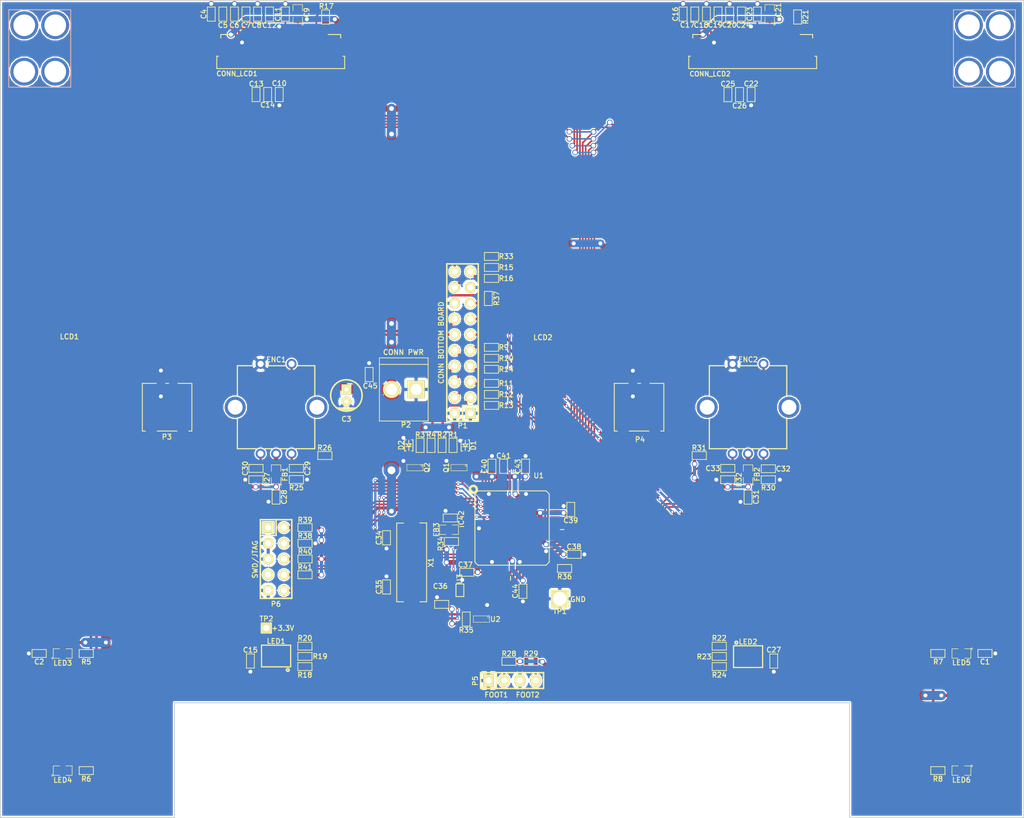
<source format=kicad_pcb>
(kicad_pcb (version 3) (host pcbnew "(2014-03-19 BZR 4756)-product")
  (layers (15 F.Cu signal) (0 B.Cu signal) (18 B.Paste user) (19 F.Paste user) (20 B.SilkS user) (21 F.SilkS user) (22 B.Mask user) (23 F.Mask user) (28 Edge.Cuts user))
  (net 0 "")
  (net 1 +3.3V)
  (net 2 DGND)
  (net 3 "Net-(C4-Pad1)")
  (net 4 "Net-(C5-Pad1)")
  (net 5 "Net-(C6-Pad1)")
  (net 6 "Net-(C7-Pad1)")
  (net 7 "Net-(C8-Pad1)")
  (net 8 "Net-(C10-Pad1)")
  (net 9 "Net-(C12-Pad1)")
  (net 10 "Net-(C12-Pad2)")
  (net 11 "Net-(C13-Pad1)")
  (net 12 "Net-(C13-Pad2)")
  (net 13 "Net-(C14-Pad2)")
  (net 14 "Net-(C16-Pad1)")
  (net 15 "Net-(C17-Pad1)")
  (net 16 "Net-(C18-Pad1)")
  (net 17 "Net-(C19-Pad1)")
  (net 18 "Net-(C20-Pad1)")
  (net 19 "Net-(C22-Pad1)")
  (net 20 "Net-(C24-Pad1)")
  (net 21 "Net-(C24-Pad2)")
  (net 22 "Net-(C25-Pad1)")
  (net 23 "Net-(C25-Pad2)")
  (net 24 "Net-(C26-Pad2)")
  (net 25 ENCA_B)
  (net 26 ENCA_A)
  (net 27 ENCB_B)
  (net 28 ENCB_A)
  (net 29 "Net-(C34-Pad1)")
  (net 30 "Net-(C35-Pad1)")
  (net 31 NTC_TEMP)
  (net 32 "Net-(C42-Pad1)")
  (net 33 RESET_UC_EN)
  (net 34 "Net-(D2-Pad2)")
  (net 35 ENCA_BT)
  (net 36 "Net-(ENC1-Pad2)")
  (net 37 ENCB_BT)
  (net 38 "Net-(ENC2-Pad2)")
  (net 39 LCD_SI)
  (net 40 LCD_SCL)
  (net 41 LCD_A0)
  (net 42 LCD_RES)
  (net 43 CS_LCD1)
  (net 44 CS_LCD2)
  (net 45 "Net-(LED1-Pad1)")
  (net 46 "Net-(LED1-Pad2)")
  (net 47 "Net-(LED1-Pad3)")
  (net 48 "Net-(LED2-Pad1)")
  (net 49 "Net-(LED2-Pad2)")
  (net 50 "Net-(LED2-Pad3)")
  (net 51 "Net-(LED3-Pad2)")
  (net 52 LED_OVFL1)
  (net 53 "Net-(P1-Pad5)")
  (net 54 LED_OVFL2)
  (net 55 "Net-(P1-Pad7)")
  (net 56 LED_OVFL3)
  (net 57 "Net-(P1-Pad9)")
  (net 58 LED_OVFL4)
  (net 59 DTR_HOST_FIRMWARE)
  (net 60 RTS_HOST_FIRMWARE)
  (net 61 RTS1_UC_CHAIN)
  (net 62 FOOT_A)
  (net 63 FOOT_B)
  (net 64 "Net-(P6-Pad1)")
  (net 65 TMS_SDWIO)
  (net 66 TCK_SWDCLK)
  (net 67 TDO_SWO)
  (net 68 "Net-(P6-Pad7)")
  (net 69 TDI)
  (net 70 RESET)
  (net 71 RESET_UC_CTL)
  (net 72 ISP_UC_CTL)
  (net 73 RX1_UC_CHAIN)
  (net 74 TX1_UC_CHAIN)
  (net 75 LEDA_B)
  (net 76 LEDA_R)
  (net 77 LEDA_G)
  (net 78 LEDB_B)
  (net 79 LEDB_R)
  (net 80 LEDB_G)
  (net 81 "Net-(U1-Pad4)")
  (net 82 "Net-(U1-Pad11)")
  (net 83 "Net-(U1-Pad13)")
  (net 84 "Net-(U1-Pad15)")
  (net 85 "Net-(U1-Pad35)")
  (net 86 "Net-(U1-Pad51)")
  (net 87 "Net-(U1-Pad52)")
  (net 88 "Net-(U1-Pad54)")
  (net 89 "Net-(U1-Pad55)")
  (net 90 "Net-(U1-Pad58)")
  (net 91 "Net-(U1-Pad61)")
  (net 92 "Net-(U1-Pad69)")
  (net 93 "Net-(U1-Pad70)")
  (net 94 "Net-(CN1-Pad1)")
  (net 95 "Net-(CN2-Pad1)")
  (net 96 "Net-(LED4-Pad2)")
  (net 97 "Net-(LED5-Pad2)")
  (net 98 "Net-(LED6-Pad2)")
  (net 99 "Net-(U1-Pad71)")
  (net 100 "Net-(P1-Pad4)")
  (net 101 "Net-(P1-Pad6)")
  (net 102 "Net-(P1-Pad10)")
  (net 103 "Net-(P1-Pad18)")
  (net 104 "Net-(P1-Pad19)")
  (net 105 "Net-(P1-Pad20)")
  (net 106 TXD3_UC_CONSOLE)
  (net 107 RXD3_UC_CONSOLE)
  (net 108 TXD2_UC_UI)
  (net 109 RXD2_UC_UI)
  (net 110 TXD0_UC_FIRMWARE)
  (net 111 RXD0_UC_FIRMWARE)
  (net 112 "Net-(U1-Pad6)")
  (net 113 "Net-(U1-Pad17)")
  (net 114 "Net-(U1-Pad18)")
  (net 115 "Net-(U1-Pad22)")
  (net 116 "Net-(U1-Pad23)")
  (net 117 "Net-(U1-Pad72)")
  (net 118 "Net-(U1-Pad62)")
  (net 119 "Net-(U1-Pad63)")
  (net 120 "Net-(U1-Pad64)")
  (net 121 "Net-(CONN_LCD1-Pad27)")
  (net 122 "Net-(CONN_LCD2-Pad27)")
  (net 123 "Net-(U1-Pad46)")
  (net 124 "Net-(CN1-Pad3)")
  (net 125 "Net-(CN1-Pad2)")
  (net 126 "Net-(CN1-Pad4)")
  (net 127 "Net-(CN2-Pad3)")
  (net 128 "Net-(CN2-Pad2)")
  (net 129 "Net-(CN2-Pad4)")
  (module Duo_Audio_HMI_RC1A:ER_CON30HB_1 (layer F.Cu) (at 145.8 30.9 180)
    (fp_text reference CONN_LCD2 (at 6.88838 -6.3618 180) (layer F.SilkS) (effects (font (size 0.762 0.762) (thickness 0.1524))))
    (fp_text value ZIF_30_PIN hide)
    (pad 1 smd rect (at -7.25 0 180) (size 0.29 1.25) (layers F.Cu F.Paste F.Mask) (net 44 CS_LCD2))
    (pad 2 smd rect (at -6.75 0 180) (size 0.29 1.25) (layers F.Cu F.Paste F.Mask) (net 42 LCD_RES))
    (pad 3 smd rect (at -6.25 0 180) (size 0.29 1.25) (layers F.Cu F.Paste F.Mask) (net 41 LCD_A0))
    (pad 4 smd rect (at -5.75 0 180) (size 0.29 1.25) (layers F.Cu F.Paste F.Mask) (net 1 +3.3V))
    (pad 5 smd rect (at -5.25 0 180) (size 0.29 1.25) (layers F.Cu F.Paste F.Mask) (net 1 +3.3V))
    (pad 6 smd rect (at -4.75 0 180) (size 0.29 1.25) (layers F.Cu F.Paste F.Mask) (net 1 +3.3V))
    (pad 7 smd rect (at -4.25 0 180) (size 0.29 1.25) (layers F.Cu F.Paste F.Mask) (net 1 +3.3V))
    (pad 8 smd rect (at -3.75 0 180) (size 0.29 1.25) (layers F.Cu F.Paste F.Mask) (net 1 +3.3V))
    (pad 9 smd rect (at -3.25 0 180) (size 0.29 1.25) (layers F.Cu F.Paste F.Mask) (net 1 +3.3V))
    (pad 10 smd rect (at -2.75 0 180) (size 0.29 1.25) (layers F.Cu F.Paste F.Mask) (net 1 +3.3V))
    (pad 11 smd rect (at -2.25 0 180) (size 0.29 1.25) (layers F.Cu F.Paste F.Mask) (net 1 +3.3V))
    (pad 12 smd rect (at -1.75 0 180) (size 0.29 1.25) (layers F.Cu F.Paste F.Mask) (net 40 LCD_SCL))
    (pad 13 smd rect (at -1.25 0 180) (size 0.29 1.25) (layers F.Cu F.Paste F.Mask) (net 39 LCD_SI))
    (pad 14 smd rect (at -0.75 0 180) (size 0.29 1.25) (layers F.Cu F.Paste F.Mask) (net 1 +3.3V))
    (pad 15 smd rect (at -0.25 0 180) (size 0.29 1.25) (layers F.Cu F.Paste F.Mask) (net 2 DGND))
    (pad 16 smd rect (at 0.25 0 180) (size 0.29 1.25) (layers F.Cu F.Paste F.Mask) (net 19 "Net-(C22-Pad1)"))
    (pad 17 smd rect (at 0.75 0 180) (size 0.29 1.25) (layers F.Cu F.Paste F.Mask) (net 24 "Net-(C26-Pad2)"))
    (pad 18 smd rect (at 1.25 0 180) (size 0.29 1.25) (layers F.Cu F.Paste F.Mask) (net 22 "Net-(C25-Pad1)"))
    (pad 19 smd rect (at 1.75 0 180) (size 0.29 1.25) (layers F.Cu F.Paste F.Mask) (net 23 "Net-(C25-Pad2)"))
    (pad 20 smd rect (at 2.25 0 180) (size 0.29 1.25) (layers F.Cu F.Paste F.Mask) (net 20 "Net-(C24-Pad1)"))
    (pad 21 smd rect (at 2.75 0 180) (size 0.29 1.25) (layers F.Cu F.Paste F.Mask) (net 21 "Net-(C24-Pad2)"))
    (pad 22 smd rect (at 3.25 0 180) (size 0.29 1.25) (layers F.Cu F.Paste F.Mask) (net 18 "Net-(C20-Pad1)"))
    (pad 23 smd rect (at 3.75 0 180) (size 0.29 1.25) (layers F.Cu F.Paste F.Mask) (net 17 "Net-(C19-Pad1)"))
    (pad 24 smd rect (at 4.25 0 180) (size 0.29 1.25) (layers F.Cu F.Paste F.Mask) (net 16 "Net-(C18-Pad1)"))
    (pad 25 smd rect (at 4.75 0 180) (size 0.29 1.25) (layers F.Cu F.Paste F.Mask) (net 15 "Net-(C17-Pad1)"))
    (pad 26 smd rect (at 5.25 0 180) (size 0.29 1.25) (layers F.Cu F.Paste F.Mask) (net 14 "Net-(C16-Pad1)"))
    (pad 27 smd rect (at 5.75 0 180) (size 0.29 1.25) (layers F.Cu F.Paste F.Mask) (net 122 "Net-(CONN_LCD2-Pad27)"))
    (pad 28 smd rect (at 6.25 0 180) (size 0.29 1.25) (layers F.Cu F.Paste F.Mask) (net 2 DGND))
    (pad 29 smd rect (at 6.75 0 180) (size 0.29 1.25) (layers F.Cu F.Paste F.Mask) (net 2 DGND))
    (pad 30 smd rect (at 7.25 0 180) (size 0.29 1.25) (layers F.Cu F.Paste F.Mask) (net 1 +3.3V))
    (pad "" smd rect (at -8.79 -2.325 180) (size 2 3) (layers F.Cu F.Paste F.Mask))
    (pad "" smd rect (at 8.79 -2.325 180) (size 2 3) (layers F.Cu F.Paste F.Mask))
  )
  (module Duo_Audio_HMI_RC1A:ER_CON30HB_1 (layer F.Cu) (at 69.6 30.9 180)
    (fp_text reference CONN_LCD1 (at 7.07126 -6.31608 180) (layer F.SilkS) (effects (font (size 0.762 0.762) (thickness 0.1524))))
    (fp_text value ZIF_30_PIN hide)
    (pad 1 smd rect (at -7.25 0 180) (size 0.29 1.25) (layers F.Cu F.Paste F.Mask) (net 43 CS_LCD1))
    (pad 2 smd rect (at -6.75 0 180) (size 0.29 1.25) (layers F.Cu F.Paste F.Mask) (net 42 LCD_RES))
    (pad 3 smd rect (at -6.25 0 180) (size 0.29 1.25) (layers F.Cu F.Paste F.Mask) (net 41 LCD_A0))
    (pad 4 smd rect (at -5.75 0 180) (size 0.29 1.25) (layers F.Cu F.Paste F.Mask) (net 1 +3.3V))
    (pad 5 smd rect (at -5.25 0 180) (size 0.29 1.25) (layers F.Cu F.Paste F.Mask) (net 1 +3.3V))
    (pad 6 smd rect (at -4.75 0 180) (size 0.29 1.25) (layers F.Cu F.Paste F.Mask) (net 1 +3.3V))
    (pad 7 smd rect (at -4.25 0 180) (size 0.29 1.25) (layers F.Cu F.Paste F.Mask) (net 1 +3.3V))
    (pad 8 smd rect (at -3.75 0 180) (size 0.29 1.25) (layers F.Cu F.Paste F.Mask) (net 1 +3.3V))
    (pad 9 smd rect (at -3.25 0 180) (size 0.29 1.25) (layers F.Cu F.Paste F.Mask) (net 1 +3.3V))
    (pad 10 smd rect (at -2.75 0 180) (size 0.29 1.25) (layers F.Cu F.Paste F.Mask) (net 1 +3.3V))
    (pad 11 smd rect (at -2.25 0 180) (size 0.29 1.25) (layers F.Cu F.Paste F.Mask) (net 1 +3.3V))
    (pad 12 smd rect (at -1.75 0 180) (size 0.29 1.25) (layers F.Cu F.Paste F.Mask) (net 40 LCD_SCL))
    (pad 13 smd rect (at -1.25 0 180) (size 0.29 1.25) (layers F.Cu F.Paste F.Mask) (net 39 LCD_SI))
    (pad 14 smd rect (at -0.75 0 180) (size 0.29 1.25) (layers F.Cu F.Paste F.Mask) (net 1 +3.3V))
    (pad 15 smd rect (at -0.25 0 180) (size 0.29 1.25) (layers F.Cu F.Paste F.Mask) (net 2 DGND))
    (pad 16 smd rect (at 0.25 0 180) (size 0.29 1.25) (layers F.Cu F.Paste F.Mask) (net 8 "Net-(C10-Pad1)"))
    (pad 17 smd rect (at 0.75 0 180) (size 0.29 1.25) (layers F.Cu F.Paste F.Mask) (net 13 "Net-(C14-Pad2)"))
    (pad 18 smd rect (at 1.25 0 180) (size 0.29 1.25) (layers F.Cu F.Paste F.Mask) (net 11 "Net-(C13-Pad1)"))
    (pad 19 smd rect (at 1.75 0 180) (size 0.29 1.25) (layers F.Cu F.Paste F.Mask) (net 12 "Net-(C13-Pad2)"))
    (pad 20 smd rect (at 2.25 0 180) (size 0.29 1.25) (layers F.Cu F.Paste F.Mask) (net 9 "Net-(C12-Pad1)"))
    (pad 21 smd rect (at 2.75 0 180) (size 0.29 1.25) (layers F.Cu F.Paste F.Mask) (net 10 "Net-(C12-Pad2)"))
    (pad 22 smd rect (at 3.25 0 180) (size 0.29 1.25) (layers F.Cu F.Paste F.Mask) (net 7 "Net-(C8-Pad1)"))
    (pad 23 smd rect (at 3.75 0 180) (size 0.29 1.25) (layers F.Cu F.Paste F.Mask) (net 6 "Net-(C7-Pad1)"))
    (pad 24 smd rect (at 4.25 0 180) (size 0.29 1.25) (layers F.Cu F.Paste F.Mask) (net 5 "Net-(C6-Pad1)"))
    (pad 25 smd rect (at 4.75 0 180) (size 0.29 1.25) (layers F.Cu F.Paste F.Mask) (net 4 "Net-(C5-Pad1)"))
    (pad 26 smd rect (at 5.25 0 180) (size 0.29 1.25) (layers F.Cu F.Paste F.Mask) (net 3 "Net-(C4-Pad1)"))
    (pad 27 smd rect (at 5.75 0 180) (size 0.29 1.25) (layers F.Cu F.Paste F.Mask) (net 121 "Net-(CONN_LCD1-Pad27)"))
    (pad 28 smd rect (at 6.25 0 180) (size 0.29 1.25) (layers F.Cu F.Paste F.Mask) (net 2 DGND))
    (pad 29 smd rect (at 6.75 0 180) (size 0.29 1.25) (layers F.Cu F.Paste F.Mask) (net 2 DGND))
    (pad 30 smd rect (at 7.25 0 180) (size 0.29 1.25) (layers F.Cu F.Paste F.Mask) (net 1 +3.3V))
    (pad "" smd rect (at -8.79 -2.325 180) (size 2 3) (layers F.Cu F.Paste F.Mask))
    (pad "" smd rect (at 8.79 -2.325 180) (size 2 3) (layers F.Cu F.Paste F.Mask))
  )
  (module Duo_Audio_HMI_RC1A:SM0603 (layer F.Cu) (at 183.3 130.83)
    (fp_text reference C1 (at 0 1.35 180) (layer F.SilkS) (effects (font (size 0.8128 0.8128) (thickness 0.1524))))
    (fp_text value 100nF_X7R hide)
    (pad 1 smd rect (at -0.762 0) (size 0.635 1.143) (layers F.Cu F.Paste F.Mask) (net 1 +3.3V))
    (pad 2 smd rect (at 0.762 0) (size 0.635 1.143) (layers F.Cu F.Paste F.Mask) (net 2 DGND))
  )
  (module Duo_Audio_HMI_RC1A:SM0603 (layer F.Cu) (at 30.6 130.83 180)
    (fp_text reference C2 (at 0 -1.35 360) (layer F.SilkS) (effects (font (size 0.8128 0.8128) (thickness 0.1524))))
    (fp_text value 100nF_X7R hide)
    (pad 1 smd rect (at -0.762 0 180) (size 0.635 1.143) (layers F.Cu F.Paste F.Mask) (net 1 +3.3V))
    (pad 2 smd rect (at 0.762 0 180) (size 0.635 1.143) (layers F.Cu F.Paste F.Mask) (net 2 DGND))
  )
  (module Duo_Audio_HMI_RC1A:Capacitor5x11RM2 (layer F.Cu) (at 80.2 89.175 180)
    (fp_text reference C3 (at 0 -3.81 180) (layer F.SilkS) (effects (font (size 0.8128 0.8128) (thickness 0.1524))))
    (fp_text value 100uF hide)
    (pad 1 thru_hole rect (at 0 1 180) (size 1.6 1.6) (drill 0.7) (layers *.Cu *.Mask F.SilkS) (net 1 +3.3V))
    (pad 2 thru_hole circle (at 0 -1 180) (size 1.6 1.6) (drill 0.7) (layers *.Cu *.Mask F.SilkS) (net 2 DGND))
  )
  (module Duo_Audio_HMI_RC1A:SM0603 (layer F.Cu) (at 58.38 27.6 90)
    (fp_text reference C4 (at 0 -1.205 90) (layer F.SilkS) (effects (font (size 0.8128 0.8128) (thickness 0.1524))))
    (fp_text value 1uF_X7R hide)
    (pad 1 smd rect (at -0.762 0 90) (size 0.635 1.143) (layers F.Cu F.Paste F.Mask) (net 3 "Net-(C4-Pad1)"))
    (pad 2 smd rect (at 0.762 0 90) (size 0.635 1.143) (layers F.Cu F.Paste F.Mask) (net 2 DGND))
  )
  (module Duo_Audio_HMI_RC1A:SM0603 (layer F.Cu) (at 60.25 27.6 90)
    (fp_text reference C5 (at -1.8 0 180) (layer F.SilkS) (effects (font (size 0.8128 0.8128) (thickness 0.1524))))
    (fp_text value 1uF_X7R hide)
    (pad 1 smd rect (at -0.762 0 90) (size 0.635 1.143) (layers F.Cu F.Paste F.Mask) (net 4 "Net-(C5-Pad1)"))
    (pad 2 smd rect (at 0.762 0 90) (size 0.635 1.143) (layers F.Cu F.Paste F.Mask) (net 2 DGND))
  )
  (module Duo_Audio_HMI_RC1A:SM0603 (layer F.Cu) (at 62.12 27.6 90)
    (fp_text reference C6 (at -1.8 -0.01 180) (layer F.SilkS) (effects (font (size 0.8128 0.8128) (thickness 0.1524))))
    (fp_text value 1uF_X7R hide)
    (pad 1 smd rect (at -0.762 0 90) (size 0.635 1.143) (layers F.Cu F.Paste F.Mask) (net 5 "Net-(C6-Pad1)"))
    (pad 2 smd rect (at 0.762 0 90) (size 0.635 1.143) (layers F.Cu F.Paste F.Mask) (net 2 DGND))
  )
  (module Duo_Audio_HMI_RC1A:SM0603 (layer F.Cu) (at 63.99 27.6 90)
    (fp_text reference C7 (at -1.8 0 180) (layer F.SilkS) (effects (font (size 0.8128 0.8128) (thickness 0.1524))))
    (fp_text value 1uF_X7R hide)
    (pad 1 smd rect (at -0.762 0 90) (size 0.635 1.143) (layers F.Cu F.Paste F.Mask) (net 6 "Net-(C7-Pad1)"))
    (pad 2 smd rect (at 0.762 0 90) (size 0.635 1.143) (layers F.Cu F.Paste F.Mask) (net 2 DGND))
  )
  (module Duo_Audio_HMI_RC1A:SM0603 (layer F.Cu) (at 65.86 27.6 90)
    (fp_text reference C8 (at -1.79 -0.15 180) (layer F.SilkS) (effects (font (size 0.8128 0.8128) (thickness 0.1524))))
    (fp_text value 1uF_X7R hide)
    (pad 1 smd rect (at -0.762 0 90) (size 0.635 1.143) (layers F.Cu F.Paste F.Mask) (net 7 "Net-(C8-Pad1)"))
    (pad 2 smd rect (at 0.762 0 90) (size 0.635 1.143) (layers F.Cu F.Paste F.Mask) (net 2 DGND))
  )
  (module Duo_Audio_HMI_RC1A:SM0603 (layer F.Cu) (at 69.36 40.59 270)
    (fp_text reference C10 (at -1.8 0 360) (layer F.SilkS) (effects (font (size 0.8128 0.8128) (thickness 0.1524))))
    (fp_text value 1uF_X7R hide)
    (pad 1 smd rect (at -0.762 0 270) (size 0.635 1.143) (layers F.Cu F.Paste F.Mask) (net 8 "Net-(C10-Pad1)"))
    (pad 2 smd rect (at 0.762 0 270) (size 0.635 1.143) (layers F.Cu F.Paste F.Mask) (net 2 DGND))
  )
  (module Duo_Audio_HMI_RC1A:SM0603 (layer F.Cu) (at 70.35 27.6 90)
    (fp_text reference C11 (at 0 -1.2 90) (layer F.SilkS) (effects (font (size 0.8128 0.8128) (thickness 0.1524))))
    (fp_text value 100nF_X7R hide)
    (pad 1 smd rect (at -0.762 0 90) (size 0.635 1.143) (layers F.Cu F.Paste F.Mask) (net 1 +3.3V))
    (pad 2 smd rect (at 0.762 0 90) (size 0.635 1.143) (layers F.Cu F.Paste F.Mask) (net 2 DGND))
  )
  (module Duo_Audio_HMI_RC1A:SM0603 (layer F.Cu) (at 67.78 27.6 90)
    (fp_text reference C12 (at -1.8 0.02 180) (layer F.SilkS) (effects (font (size 0.8128 0.8128) (thickness 0.1524))))
    (fp_text value 1uF_X7R hide)
    (pad 1 smd rect (at -0.762 0 90) (size 0.635 1.143) (layers F.Cu F.Paste F.Mask) (net 9 "Net-(C12-Pad1)"))
    (pad 2 smd rect (at 0.762 0 90) (size 0.635 1.143) (layers F.Cu F.Paste F.Mask) (net 10 "Net-(C12-Pad2)"))
  )
  (module Duo_Audio_HMI_RC1A:SM0603 (layer F.Cu) (at 65.62 40.59 90)
    (fp_text reference C13 (at 1.72 0.03 180) (layer F.SilkS) (effects (font (size 0.8128 0.8128) (thickness 0.1524))))
    (fp_text value 1uF_X7R hide)
    (pad 1 smd rect (at -0.762 0 90) (size 0.635 1.143) (layers F.Cu F.Paste F.Mask) (net 11 "Net-(C13-Pad1)"))
    (pad 2 smd rect (at 0.762 0 90) (size 0.635 1.143) (layers F.Cu F.Paste F.Mask) (net 12 "Net-(C13-Pad2)"))
  )
  (module Duo_Audio_HMI_RC1A:SM0603 (layer F.Cu) (at 67.49 40.59 270)
    (fp_text reference C14 (at 1.67 0 360) (layer F.SilkS) (effects (font (size 0.8128 0.8128) (thickness 0.1524))))
    (fp_text value 1uF_X7R hide)
    (pad 1 smd rect (at -0.762 0 270) (size 0.635 1.143) (layers F.Cu F.Paste F.Mask) (net 11 "Net-(C13-Pad1)"))
    (pad 2 smd rect (at 0.762 0 270) (size 0.635 1.143) (layers F.Cu F.Paste F.Mask) (net 13 "Net-(C14-Pad2)"))
  )
  (module Duo_Audio_HMI_RC1A:SM0603 (layer F.Cu) (at 64.7 132.05 270)
    (fp_text reference C15 (at -1.778 0 360) (layer F.SilkS) (effects (font (size 0.8128 0.8128) (thickness 0.1524))))
    (fp_text value 100nF_X7R hide)
    (pad 1 smd rect (at -0.762 0 270) (size 0.635 1.143) (layers F.Cu F.Paste F.Mask) (net 1 +3.3V))
    (pad 2 smd rect (at 0.762 0 270) (size 0.635 1.143) (layers F.Cu F.Paste F.Mask) (net 2 DGND))
  )
  (module Duo_Audio_HMI_RC1A:SM0603 (layer F.Cu) (at 134.575 27.6 90)
    (fp_text reference C16 (at 0 -1.25 270) (layer F.SilkS) (effects (font (size 0.8128 0.8128) (thickness 0.1524))))
    (fp_text value 1uF_X7R hide)
    (pad 1 smd rect (at -0.762 0 90) (size 0.635 1.143) (layers F.Cu F.Paste F.Mask) (net 14 "Net-(C16-Pad1)"))
    (pad 2 smd rect (at 0.762 0 90) (size 0.635 1.143) (layers F.Cu F.Paste F.Mask) (net 2 DGND))
  )
  (module Duo_Audio_HMI_RC1A:SM0603 (layer F.Cu) (at 136.45 27.6 90)
    (fp_text reference C17 (at -1.75 -1.2 180) (layer F.SilkS) (effects (font (size 0.8128 0.8128) (thickness 0.1524))))
    (fp_text value 1uF_X7R hide)
    (pad 1 smd rect (at -0.762 0 90) (size 0.635 1.143) (layers F.Cu F.Paste F.Mask) (net 15 "Net-(C17-Pad1)"))
    (pad 2 smd rect (at 0.762 0 90) (size 0.635 1.143) (layers F.Cu F.Paste F.Mask) (net 2 DGND))
  )
  (module Duo_Audio_HMI_RC1A:SM0603 (layer F.Cu) (at 138.325 27.6 90)
    (fp_text reference C18 (at -1.775 -0.85 180) (layer F.SilkS) (effects (font (size 0.8128 0.8128) (thickness 0.1524))))
    (fp_text value 1uF_X7R hide)
    (pad 1 smd rect (at -0.762 0 90) (size 0.635 1.143) (layers F.Cu F.Paste F.Mask) (net 16 "Net-(C18-Pad1)"))
    (pad 2 smd rect (at 0.762 0 90) (size 0.635 1.143) (layers F.Cu F.Paste F.Mask) (net 2 DGND))
  )
  (module Duo_Audio_HMI_RC1A:SM0603 (layer F.Cu) (at 140.2 27.6 90)
    (fp_text reference C19 (at -1.75 -0.45 180) (layer F.SilkS) (effects (font (size 0.8128 0.8128) (thickness 0.1524))))
    (fp_text value 1uF_X7R hide)
    (pad 1 smd rect (at -0.762 0 90) (size 0.635 1.143) (layers F.Cu F.Paste F.Mask) (net 17 "Net-(C19-Pad1)"))
    (pad 2 smd rect (at 0.762 0 90) (size 0.635 1.143) (layers F.Cu F.Paste F.Mask) (net 2 DGND))
  )
  (module Duo_Audio_HMI_RC1A:SM0603 (layer F.Cu) (at 142.075 27.6 90)
    (fp_text reference C20 (at -1.75 -0.05 180) (layer F.SilkS) (effects (font (size 0.8128 0.8128) (thickness 0.1524))))
    (fp_text value 1uF_X7R hide)
    (pad 1 smd rect (at -0.762 0 90) (size 0.635 1.143) (layers F.Cu F.Paste F.Mask) (net 18 "Net-(C20-Pad1)"))
    (pad 2 smd rect (at 0.762 0 90) (size 0.635 1.143) (layers F.Cu F.Paste F.Mask) (net 2 DGND))
  )
  (module Duo_Audio_HMI_RC1A:SM0603 (layer F.Cu) (at 145.55 40.59 270)
    (fp_text reference C22 (at -1.74 0 360) (layer F.SilkS) (effects (font (size 0.8128 0.8128) (thickness 0.1524))))
    (fp_text value 1uF_X7R hide)
    (pad 1 smd rect (at -0.762 0 270) (size 0.635 1.143) (layers F.Cu F.Paste F.Mask) (net 19 "Net-(C22-Pad1)"))
    (pad 2 smd rect (at 0.762 0 270) (size 0.635 1.143) (layers F.Cu F.Paste F.Mask) (net 2 DGND))
  )
  (module Duo_Audio_HMI_RC1A:SM0603 (layer F.Cu) (at 146.55 27.6 90)
    (fp_text reference C23 (at 0 -1.25 270) (layer F.SilkS) (effects (font (size 0.8128 0.8128) (thickness 0.1524))))
    (fp_text value 100nF_X7R hide)
    (pad 1 smd rect (at -0.762 0 90) (size 0.635 1.143) (layers F.Cu F.Paste F.Mask) (net 1 +3.3V))
    (pad 2 smd rect (at 0.762 0 90) (size 0.635 1.143) (layers F.Cu F.Paste F.Mask) (net 2 DGND))
  )
  (module Duo_Audio_HMI_RC1A:SM0603 (layer F.Cu) (at 143.975 27.6 90)
    (fp_text reference C24 (at -1.775 0.325 180) (layer F.SilkS) (effects (font (size 0.8128 0.8128) (thickness 0.1524))))
    (fp_text value 1uF_X7R hide)
    (pad 1 smd rect (at -0.762 0 90) (size 0.635 1.143) (layers F.Cu F.Paste F.Mask) (net 20 "Net-(C24-Pad1)"))
    (pad 2 smd rect (at 0.762 0 90) (size 0.635 1.143) (layers F.Cu F.Paste F.Mask) (net 21 "Net-(C24-Pad2)"))
  )
  (module Duo_Audio_HMI_RC1A:SM0603 (layer F.Cu) (at 141.8 40.6 90)
    (fp_text reference C25 (at 1.725 0 180) (layer F.SilkS) (effects (font (size 0.8128 0.8128) (thickness 0.1524))))
    (fp_text value 1uF_X7R hide)
    (pad 1 smd rect (at -0.762 0 90) (size 0.635 1.143) (layers F.Cu F.Paste F.Mask) (net 22 "Net-(C25-Pad1)"))
    (pad 2 smd rect (at 0.762 0 90) (size 0.635 1.143) (layers F.Cu F.Paste F.Mask) (net 23 "Net-(C25-Pad2)"))
  )
  (module Duo_Audio_HMI_RC1A:SM0603 (layer F.Cu) (at 143.675 40.6 270)
    (fp_text reference C26 (at 1.8 0 360) (layer F.SilkS) (effects (font (size 0.8128 0.8128) (thickness 0.1524))))
    (fp_text value 1uF_X7R hide)
    (pad 1 smd rect (at -0.762 0 270) (size 0.635 1.143) (layers F.Cu F.Paste F.Mask) (net 22 "Net-(C25-Pad1)"))
    (pad 2 smd rect (at 0.762 0 270) (size 0.635 1.143) (layers F.Cu F.Paste F.Mask) (net 24 "Net-(C26-Pad2)"))
  )
  (module Duo_Audio_HMI_RC1A:SM0603 (layer F.Cu) (at 149.2 132.05 270)
    (fp_text reference C27 (at -1.8 0 540) (layer F.SilkS) (effects (font (size 0.8128 0.8128) (thickness 0.1524))))
    (fp_text value 100nF_X7R hide)
    (pad 1 smd rect (at -0.762 0 270) (size 0.635 1.143) (layers F.Cu F.Paste F.Mask) (net 1 +3.3V))
    (pad 2 smd rect (at 0.762 0 270) (size 0.635 1.143) (layers F.Cu F.Paste F.Mask) (net 2 DGND))
  )
  (module Duo_Audio_HMI_RC1A:SM0603 (layer F.Cu) (at 68.85 105.575 270)
    (fp_text reference C28 (at 0 -1.3 450) (layer F.SilkS) (effects (font (size 0.8128 0.8128) (thickness 0.1524))))
    (fp_text value 100nF_X7R hide)
    (pad 1 smd rect (at -0.762 0 270) (size 0.635 1.143) (layers F.Cu F.Paste F.Mask) (net 1 +3.3V))
    (pad 2 smd rect (at 0.762 0 270) (size 0.635 1.143) (layers F.Cu F.Paste F.Mask) (net 2 DGND))
  )
  (module Duo_Audio_HMI_RC1A:SM0603 (layer F.Cu) (at 72.125 100.95)
    (fp_text reference C29 (at 1.8 0 90) (layer F.SilkS) (effects (font (size 0.8128 0.8128) (thickness 0.1524))))
    (fp_text value 100nF_X7R hide)
    (pad 1 smd rect (at -0.762 0) (size 0.635 1.143) (layers F.Cu F.Paste F.Mask) (net 25 ENCA_B))
    (pad 2 smd rect (at 0.762 0) (size 0.635 1.143) (layers F.Cu F.Paste F.Mask) (net 2 DGND))
  )
  (module Duo_Audio_HMI_RC1A:SM0603 (layer F.Cu) (at 65.6 100.95 180)
    (fp_text reference C30 (at 1.725 0 270) (layer F.SilkS) (effects (font (size 0.8128 0.8128) (thickness 0.1524))))
    (fp_text value 100nF_X7R hide)
    (pad 1 smd rect (at -0.762 0 180) (size 0.635 1.143) (layers F.Cu F.Paste F.Mask) (net 26 ENCA_A))
    (pad 2 smd rect (at 0.762 0 180) (size 0.635 1.143) (layers F.Cu F.Paste F.Mask) (net 2 DGND))
  )
  (module Duo_Audio_HMI_RC1A:SM0603 (layer F.Cu) (at 145.05 105.575 270)
    (fp_text reference C31 (at -0.00244 -1.29874 450) (layer F.SilkS) (effects (font (size 0.8128 0.8128) (thickness 0.1524))))
    (fp_text value 100nF_X7R hide)
    (pad 1 smd rect (at -0.762 0 270) (size 0.635 1.143) (layers F.Cu F.Paste F.Mask) (net 1 +3.3V))
    (pad 2 smd rect (at 0.762 0 270) (size 0.635 1.143) (layers F.Cu F.Paste F.Mask) (net 2 DGND))
  )
  (module Duo_Audio_HMI_RC1A:SM0603 (layer F.Cu) (at 148.325 101)
    (fp_text reference C32 (at 2.4 0.025 180) (layer F.SilkS) (effects (font (size 0.8128 0.8128) (thickness 0.1524))))
    (fp_text value 100nF_X7R hide)
    (pad 1 smd rect (at -0.762 0) (size 0.635 1.143) (layers F.Cu F.Paste F.Mask) (net 27 ENCB_B))
    (pad 2 smd rect (at 0.762 0) (size 0.635 1.143) (layers F.Cu F.Paste F.Mask) (net 2 DGND))
  )
  (module Duo_Audio_HMI_RC1A:SM0603 (layer F.Cu) (at 141.775 100.95 180)
    (fp_text reference C33 (at 2.4 0 360) (layer F.SilkS) (effects (font (size 0.8128 0.8128) (thickness 0.1524))))
    (fp_text value 100nF_X7R hide)
    (pad 1 smd rect (at -0.762 0 180) (size 0.635 1.143) (layers F.Cu F.Paste F.Mask) (net 28 ENCB_A))
    (pad 2 smd rect (at 0.762 0 180) (size 0.635 1.143) (layers F.Cu F.Paste F.Mask) (net 2 DGND))
  )
  (module Duo_Audio_HMI_RC1A:SM0603 (layer F.Cu) (at 86.675 112.15 270)
    (fp_text reference C34 (at 0 1.225 450) (layer F.SilkS) (effects (font (size 0.8128 0.8128) (thickness 0.1524))))
    (fp_text value 18pF_NP0 hide)
    (pad 1 smd rect (at -0.762 0 270) (size 0.635 1.143) (layers F.Cu F.Paste F.Mask) (net 29 "Net-(C34-Pad1)"))
    (pad 2 smd rect (at 0.762 0 270) (size 0.635 1.143) (layers F.Cu F.Paste F.Mask) (net 2 DGND))
  )
  (module Duo_Audio_HMI_RC1A:SM0603 (layer F.Cu) (at 86.675 120.1 90)
    (fp_text reference C35 (at 0 -1.225 270) (layer F.SilkS) (effects (font (size 0.8128 0.8128) (thickness 0.1524))))
    (fp_text value 18pF_NP0 hide)
    (pad 1 smd rect (at -0.762 0 90) (size 0.635 1.143) (layers F.Cu F.Paste F.Mask) (net 30 "Net-(C35-Pad1)"))
    (pad 2 smd rect (at 0.762 0 90) (size 0.635 1.143) (layers F.Cu F.Paste F.Mask) (net 2 DGND))
  )
  (module Duo_Audio_HMI_RC1A:SM0603 (layer F.Cu) (at 95.59 122.9 180)
    (fp_text reference C36 (at 0.22 2.93 360) (layer F.SilkS) (effects (font (size 0.8128 0.8128) (thickness 0.1524))))
    (fp_text value 100nF_X7R hide)
    (pad 1 smd rect (at -0.762 0 180) (size 0.635 1.143) (layers F.Cu F.Paste F.Mask) (net 1 +3.3V))
    (pad 2 smd rect (at 0.762 0 180) (size 0.635 1.143) (layers F.Cu F.Paste F.Mask) (net 2 DGND))
  )
  (module Duo_Audio_HMI_RC1A:SM0603 (layer F.Cu) (at 99.65 117.725 180)
    (fp_text reference C37 (at 0.25 1.225 360) (layer F.SilkS) (effects (font (size 0.8128 0.8128) (thickness 0.1524))))
    (fp_text value 100nF_X7R hide)
    (pad 1 smd rect (at -0.762 0 180) (size 0.635 1.143) (layers F.Cu F.Paste F.Mask) (net 1 +3.3V))
    (pad 2 smd rect (at 0.762 0 180) (size 0.635 1.143) (layers F.Cu F.Paste F.Mask) (net 2 DGND))
  )
  (module Duo_Audio_HMI_RC1A:SM0603 (layer F.Cu) (at 116.95 114.825)
    (fp_text reference C38 (at 0 -1.225 180) (layer F.SilkS) (effects (font (size 0.8128 0.8128) (thickness 0.1524))))
    (fp_text value 100nF_X7R hide)
    (pad 1 smd rect (at -0.762 0) (size 0.635 1.143) (layers F.Cu F.Paste F.Mask) (net 1 +3.3V))
    (pad 2 smd rect (at 0.762 0) (size 0.635 1.143) (layers F.Cu F.Paste F.Mask) (net 2 DGND))
  )
  (module Duo_Audio_HMI_RC1A:SM0603 (layer F.Cu) (at 116.425 107.575 90)
    (fp_text reference C39 (at -1.778 0 180) (layer F.SilkS) (effects (font (size 0.8128 0.8128) (thickness 0.1524))))
    (fp_text value 100nF_X7R hide)
    (pad 1 smd rect (at -0.762 0 90) (size 0.635 1.143) (layers F.Cu F.Paste F.Mask) (net 1 +3.3V))
    (pad 2 smd rect (at 0.762 0 90) (size 0.635 1.143) (layers F.Cu F.Paste F.Mask) (net 2 DGND))
  )
  (module Duo_Audio_HMI_RC1A:SM0603 (layer F.Cu) (at 103.7 100.6 90)
    (fp_text reference C40 (at 0 -1.225 270) (layer F.SilkS) (effects (font (size 0.8128 0.8128) (thickness 0.1524))))
    (fp_text value 100nF_X7R hide)
    (pad 1 smd rect (at -0.762 0 90) (size 0.635 1.143) (layers F.Cu F.Paste F.Mask) (net 1 +3.3V))
    (pad 2 smd rect (at 0.762 0 90) (size 0.635 1.143) (layers F.Cu F.Paste F.Mask) (net 2 DGND))
  )
  (module Duo_Audio_HMI_RC1A:SM0603 (layer F.Cu) (at 105.57 100.6 90)
    (fp_text reference C41 (at 1.68 0.01 180) (layer F.SilkS) (effects (font (size 0.8128 0.8128) (thickness 0.1524))))
    (fp_text value 100nF_X7R hide)
    (pad 1 smd rect (at -0.762 0 90) (size 0.635 1.143) (layers F.Cu F.Paste F.Mask) (net 31 NTC_TEMP))
    (pad 2 smd rect (at 0.762 0 90) (size 0.635 1.143) (layers F.Cu F.Paste F.Mask) (net 2 DGND))
  )
  (module Duo_Audio_HMI_RC1A:SM0603 (layer F.Cu) (at 96.975 108.95 180)
    (fp_text reference C42 (at -1.785 0.01 450) (layer F.SilkS) (effects (font (size 0.8128 0.8128) (thickness 0.1524))))
    (fp_text value 100nF_X7R hide)
    (pad 1 smd rect (at -0.762 0 180) (size 0.635 1.143) (layers F.Cu F.Paste F.Mask) (net 32 "Net-(C42-Pad1)"))
    (pad 2 smd rect (at 0.762 0 180) (size 0.635 1.143) (layers F.Cu F.Paste F.Mask) (net 2 DGND))
  )
  (module Duo_Audio_HMI_RC1A:SM0603 (layer F.Cu) (at 109.125 100.6 90)
    (fp_text reference C43 (at 0 -1.225 270) (layer F.SilkS) (effects (font (size 0.8128 0.8128) (thickness 0.1524))))
    (fp_text value 100nF_X7R hide)
    (pad 1 smd rect (at -0.762 0 90) (size 0.635 1.143) (layers F.Cu F.Paste F.Mask) (net 1 +3.3V))
    (pad 2 smd rect (at 0.762 0 90) (size 0.635 1.143) (layers F.Cu F.Paste F.Mask) (net 2 DGND))
  )
  (module Duo_Audio_HMI_RC1A:SM0603 (layer F.Cu) (at 108.7 120.775 270)
    (fp_text reference C44 (at 0 1.225 450) (layer F.SilkS) (effects (font (size 0.8128 0.8128) (thickness 0.1524))))
    (fp_text value 100nF_X7R hide)
    (pad 1 smd rect (at -0.762 0 270) (size 0.635 1.143) (layers F.Cu F.Paste F.Mask) (net 1 +3.3V))
    (pad 2 smd rect (at 0.762 0 270) (size 0.635 1.143) (layers F.Cu F.Paste F.Mask) (net 2 DGND))
  )
  (module Duo_Audio_HMI_RC1A:SOD323 (layer F.Cu) (at 99.4 97.24 90)
    (fp_text reference D1 (at 0 1.3 90) (layer F.SilkS) (effects (font (size 0.8128 0.8128) (thickness 0.1524))))
    (fp_text value 1N4148 hide)
    (pad 2 smd rect (at -1.2192 0 90) (size 0.5588 0.6858) (layers F.Cu F.Paste F.Mask) (net 33 RESET_UC_EN) (clearance 0.09906))
    (pad 1 smd rect (at 1.2192 0 90) (size 0.5588 0.6858) (layers F.Cu F.Paste F.Mask) (net 2 DGND) (clearance 0.09906))
  )
  (module Duo_Audio_HMI_RC1A:SOD323 (layer F.Cu) (at 90.275 97.225 90)
    (fp_text reference D2 (at 0.025 -1.225 90) (layer F.SilkS) (effects (font (size 0.8128 0.8128) (thickness 0.1524))))
    (fp_text value 1N4148 hide)
    (pad 2 smd rect (at -1.2192 0 90) (size 0.5588 0.6858) (layers F.Cu F.Paste F.Mask) (net 34 "Net-(D2-Pad2)") (clearance 0.09906))
    (pad 1 smd rect (at 1.2192 0 90) (size 0.5588 0.6858) (layers F.Cu F.Paste F.Mask) (net 2 DGND) (clearance 0.09906))
  )
  (module Duo_Audio_HMI_RC1A:ENCODER_PEC11R-4xxxF-Sxxxx (layer F.Cu) (at 68.85 91.07)
    (fp_text reference ENC1 (at 0.01096 -7.6818) (layer F.SilkS) (effects (font (size 0.8128 0.8128) (thickness 0.1524))))
    (fp_text value ENCODER hide)
    (pad 3 thru_hole circle (at 2.5 7.5) (size 1.6 1.6) (drill 1) (layers *.Cu *.Mask) (net 25 ENCA_B))
    (pad 5 thru_hole circle (at 2.5 -7) (size 1.6 1.6) (drill 1) (layers *.Cu *.Mask) (net 35 ENCA_BT))
    (pad 1 thru_hole circle (at -2.5 7.5) (size 1.6 1.6) (drill 1) (layers *.Cu *.Mask) (net 26 ENCA_A))
    (pad 4 thru_hole circle (at -2.5 -7) (size 1.6 1.6) (drill 1) (layers *.Cu *.Mask) (net 2 DGND))
    (pad 2 thru_hole circle (at 0 7.5) (size 1.6 1.6) (drill 1) (layers *.Cu *.Mask) (net 36 "Net-(ENC1-Pad2)"))
    (pad 7 thru_hole circle (at 6.6 0) (size 3.4 3.4) (drill 2.4) (layers *.Cu *.Mask))
    (pad 6 thru_hole circle (at -6.6 0) (size 3.4 3.4) (drill 2.4) (layers *.Cu *.Mask))
  )
  (module Duo_Audio_HMI_RC1A:ENCODER_PEC11R-4xxxF-Sxxxx (layer F.Cu) (at 145.05 91.07)
    (fp_text reference ENC2 (at 0 -7.695) (layer F.SilkS) (effects (font (size 0.8128 0.8128) (thickness 0.1524))))
    (fp_text value ENCODER hide)
    (pad 3 thru_hole circle (at 2.5 7.5) (size 1.6 1.6) (drill 1) (layers *.Cu *.Mask) (net 27 ENCB_B))
    (pad 5 thru_hole circle (at 2.5 -7) (size 1.6 1.6) (drill 1) (layers *.Cu *.Mask) (net 37 ENCB_BT))
    (pad 1 thru_hole circle (at -2.5 7.5) (size 1.6 1.6) (drill 1) (layers *.Cu *.Mask) (net 28 ENCB_A))
    (pad 4 thru_hole circle (at -2.5 -7) (size 1.6 1.6) (drill 1) (layers *.Cu *.Mask) (net 2 DGND))
    (pad 2 thru_hole circle (at 0 7.5) (size 1.6 1.6) (drill 1) (layers *.Cu *.Mask) (net 38 "Net-(ENC2-Pad2)"))
    (pad 7 thru_hole circle (at 6.6 0) (size 3.4 3.4) (drill 2.4) (layers *.Cu *.Mask))
    (pad 6 thru_hole circle (at -6.6 0) (size 3.4 3.4) (drill 2.4) (layers *.Cu *.Mask))
  )
  (module Duo_Audio_HMI_RC1A:SM0805 (layer F.Cu) (at 68.85 101.9 90)
    (fp_text reference FB1 (at 0 1.425 90) (layer F.SilkS) (effects (font (size 0.8128 0.8128) (thickness 0.1524))))
    (fp_text value FB_1kOHM400mA hide)
    (pad 1 smd rect (at -0.9525 0 90) (size 0.889 1.397) (layers F.Cu F.Paste F.Mask) (net 1 +3.3V))
    (pad 2 smd rect (at 0.9525 0 90) (size 0.889 1.397) (layers F.Cu F.Paste F.Mask) (net 36 "Net-(ENC1-Pad2)"))
  )
  (module Duo_Audio_HMI_RC1A:SM0805 (layer F.Cu) (at 145.05 101.9 90)
    (fp_text reference FB2 (at 0 1.45 90) (layer F.SilkS) (effects (font (size 0.8128 0.8128) (thickness 0.1524))))
    (fp_text value FB_1kOHM400mA hide)
    (pad 1 smd rect (at -0.9525 0 90) (size 0.889 1.397) (layers F.Cu F.Paste F.Mask) (net 1 +3.3V))
    (pad 2 smd rect (at 0.9525 0 90) (size 0.889 1.397) (layers F.Cu F.Paste F.Mask) (net 38 "Net-(ENC2-Pad2)"))
  )
  (module Duo_Audio_HMI_RC1A:SM0805 (layer F.Cu) (at 96.775 110.85)
    (fp_text reference FB3 (at -2.05 0 90) (layer F.SilkS) (effects (font (size 0.8128 0.8128) (thickness 0.1524))))
    (fp_text value FB_1kOHM400mA hide)
    (pad 1 smd rect (at -0.9525 0) (size 0.889 1.397) (layers F.Cu F.Paste F.Mask) (net 1 +3.3V))
    (pad 2 smd rect (at 0.9525 0) (size 0.889 1.397) (layers F.Cu F.Paste F.Mask) (net 32 "Net-(C42-Pad1)"))
  )
  (module Duo_Audio_HMI_RC1A:LED_CLRTB_GFSF_1 (layer F.Cu) (at 68.85 131.29 270)
    (fp_text reference LED1 (at -2.44 0 540) (layer F.SilkS) (effects (font (size 0.8128 0.8128) (thickness 0.1524))))
    (fp_text value LED_RGB hide)
    (pad 1 smd rect (at 1.1 -1.55 270) (size 0.7 1.3) (layers F.Cu F.Paste F.Mask) (net 45 "Net-(LED1-Pad1)"))
    (pad 2 smd rect (at 0 -1.55 270) (size 0.7 1.3) (layers F.Cu F.Paste F.Mask) (net 46 "Net-(LED1-Pad2)"))
    (pad 3 smd rect (at -1.1 -1.55 270) (size 0.7 1.3) (layers F.Cu F.Paste F.Mask) (net 47 "Net-(LED1-Pad3)"))
    (pad 4 smd rect (at -1.1 1.55 270) (size 0.7 1.3) (layers F.Cu F.Paste F.Mask) (net 1 +3.3V))
    (pad 5 smd rect (at 0 1.55 270) (size 0.7 1.3) (layers F.Cu F.Paste F.Mask) (net 1 +3.3V))
    (pad 6 smd rect (at 1.1 1.55 270) (size 0.7 1.3) (layers F.Cu F.Paste F.Mask) (net 1 +3.3V))
  )
  (module Duo_Audio_HMI_RC1A:LED_CLRTB_GFSF_1 (layer F.Cu) (at 145.05 131.29 90)
    (fp_text reference LED2 (at 2.34 0 360) (layer F.SilkS) (effects (font (size 0.8128 0.8128) (thickness 0.1524))))
    (fp_text value LED_RGB hide)
    (pad 1 smd rect (at 1.1 -1.55 90) (size 0.7 1.3) (layers F.Cu F.Paste F.Mask) (net 48 "Net-(LED2-Pad1)"))
    (pad 2 smd rect (at 0 -1.55 90) (size 0.7 1.3) (layers F.Cu F.Paste F.Mask) (net 49 "Net-(LED2-Pad2)"))
    (pad 3 smd rect (at -1.1 -1.55 90) (size 0.7 1.3) (layers F.Cu F.Paste F.Mask) (net 50 "Net-(LED2-Pad3)"))
    (pad 4 smd rect (at -1.1 1.55 90) (size 0.7 1.3) (layers F.Cu F.Paste F.Mask) (net 1 +3.3V))
    (pad 5 smd rect (at 0 1.55 90) (size 0.7 1.3) (layers F.Cu F.Paste F.Mask) (net 1 +3.3V))
    (pad 6 smd rect (at 1.1 1.55 90) (size 0.7 1.3) (layers F.Cu F.Paste F.Mask) (net 1 +3.3V))
  )
  (module Duo_Audio_HMI_RC1A:Pin_Header_180_2.54_2x10 (layer F.Cu) (at 98.95 80.625 90)
    (fp_text reference P1 (at -13.425 0.025 180) (layer F.SilkS) (effects (font (size 0.8128 0.8128) (thickness 0.1524))))
    (fp_text value PIN_ARRAY_2X10 hide)
    (pad 1 thru_hole rect (at -11.43 1.27 90) (size 1.7272 1.7272) (drill 1.016) (layers *.Cu *.Mask F.SilkS) (net 2 DGND))
    (pad 2 thru_hole oval (at -11.43 -1.27 90) (size 1.7272 1.7272) (drill 1.016) (layers *.Cu *.Mask F.SilkS) (net 2 DGND))
    (pad 3 thru_hole oval (at -8.89 1.27 90) (size 1.7272 1.7272) (drill 1.016) (layers *.Cu *.Mask F.SilkS) (net 59 DTR_HOST_FIRMWARE))
    (pad 4 thru_hole oval (at -8.89 -1.27 90) (size 1.7272 1.7272) (drill 1.016) (layers *.Cu *.Mask F.SilkS) (net 100 "Net-(P1-Pad4)"))
    (pad 5 thru_hole oval (at -6.35 1.27 90) (size 1.7272 1.7272) (drill 1.016) (layers *.Cu *.Mask F.SilkS) (net 53 "Net-(P1-Pad5)"))
    (pad 6 thru_hole oval (at -6.35 -1.27 90) (size 1.7272 1.7272) (drill 1.016) (layers *.Cu *.Mask F.SilkS) (net 101 "Net-(P1-Pad6)"))
    (pad 7 thru_hole oval (at -3.81 1.27 90) (size 1.7272 1.7272) (drill 1.016) (layers *.Cu *.Mask F.SilkS) (net 55 "Net-(P1-Pad7)"))
    (pad 8 thru_hole oval (at -3.81 -1.27 90) (size 1.7272 1.7272) (drill 1.016) (layers *.Cu *.Mask F.SilkS) (net 60 RTS_HOST_FIRMWARE))
    (pad 9 thru_hole oval (at -1.27 1.27 90) (size 1.7272 1.7272) (drill 1.016) (layers *.Cu *.Mask F.SilkS) (net 57 "Net-(P1-Pad9)"))
    (pad 10 thru_hole oval (at -1.27 -1.27 90) (size 1.7272 1.7272) (drill 1.016) (layers *.Cu *.Mask F.SilkS) (net 102 "Net-(P1-Pad10)"))
    (pad 11 thru_hole oval (at 1.27 1.27 90) (size 1.7272 1.7272) (drill 1.016) (layers *.Cu *.Mask F.SilkS) (net 58 LED_OVFL4))
    (pad 12 thru_hole oval (at 1.27 -1.27 90) (size 1.7272 1.7272) (drill 1.016) (layers *.Cu *.Mask F.SilkS) (net 54 LED_OVFL2))
    (pad 13 thru_hole oval (at 3.81 1.27 90) (size 1.7272 1.7272) (drill 1.016) (layers *.Cu *.Mask F.SilkS) (net 56 LED_OVFL3))
    (pad 14 thru_hole oval (at 3.81 -1.27 90) (size 1.7272 1.7272) (drill 1.016) (layers *.Cu *.Mask F.SilkS) (net 52 LED_OVFL1))
    (pad 15 thru_hole oval (at 6.35 1.27 90) (size 1.7272 1.7272) (drill 1.016) (layers *.Cu *.Mask F.SilkS) (net 31 NTC_TEMP))
    (pad 16 thru_hole oval (at 6.35 -1.27 90) (size 1.7272 1.7272) (drill 1.016) (layers *.Cu *.Mask F.SilkS) (net 2 DGND))
    (pad 17 thru_hole oval (at 8.89 1.27 90) (size 1.7272 1.7272) (drill 1.016) (layers *.Cu *.Mask F.SilkS) (net 2 DGND))
    (pad 18 thru_hole oval (at 8.89 -1.27 90) (size 1.7272 1.7272) (drill 1.016) (layers *.Cu *.Mask F.SilkS) (net 103 "Net-(P1-Pad18)"))
    (pad 19 thru_hole oval (at 11.43 1.27 90) (size 1.7272 1.7272) (drill 1.016) (layers *.Cu *.Mask F.SilkS) (net 104 "Net-(P1-Pad19)"))
    (pad 20 thru_hole oval (at 11.43 -1.27 90) (size 1.7272 1.7272) (drill 1.016) (layers *.Cu *.Mask F.SilkS) (net 105 "Net-(P1-Pad20)"))
  )
  (module Duo_Audio_HMI_RC1A:KK3.96_2PIN (layer F.Cu) (at 91.45 88.2 180)
    (fp_text reference P2 (at 1.625 -5.725 180) (layer F.SilkS) (effects (font (size 0.8128 0.8128) (thickness 0.1524))))
    (fp_text value KK3.96_2 hide)
    (pad 1 thru_hole rect (at 0 0 180) (size 2.794 2.794) (drill 1.80086) (layers *.Cu *.Mask F.SilkS) (net 2 DGND))
    (pad 2 thru_hole circle (at 3.95986 0 180) (size 2.794 2.794) (drill 1.80086) (layers *.Cu *.Mask F.SilkS) (net 1 +3.3V))
  )
  (module Duo_Audio_HMI_RC1A:ER_CON2.0_2P_SMD (layer F.Cu) (at 51.25 91.07 180)
    (fp_text reference P3 (at 0.04 -4.79 180) (layer F.SilkS) (effects (font (size 0.8128 0.8128) (thickness 0.1524))))
    (fp_text value CONN_2_SMD_BACKLIGHT hide)
    (pad 1 smd rect (at -1 3.825 180) (size 1 2.85) (layers F.Cu F.Paste F.Mask) (net 1 +3.3V))
    (pad 2 smd rect (at 1 3.825 180) (size 1 2.85) (layers F.Cu F.Paste F.Mask) (net 2 DGND))
    (pad "" smd rect (at -2.55 -2.55 180) (size 1.4 3.8) (layers F.Cu F.Paste F.Mask))
    (pad "" smd rect (at 2.55 -2.55 180) (size 1.4 3.8) (layers F.Cu F.Paste F.Mask))
  )
  (module Duo_Audio_HMI_RC1A:ER_CON2.0_2P_SMD (layer F.Cu) (at 127.45 91.07 180)
    (fp_text reference P4 (at -0.16 -5.21 180) (layer F.SilkS) (effects (font (size 0.8128 0.8128) (thickness 0.1524))))
    (fp_text value CONN_2_SMD_BACKLIGHT hide)
    (pad 1 smd rect (at -1 3.825 180) (size 1 2.85) (layers F.Cu F.Paste F.Mask) (net 1 +3.3V))
    (pad 2 smd rect (at 1 3.825 180) (size 1 2.85) (layers F.Cu F.Paste F.Mask) (net 2 DGND))
    (pad "" smd rect (at -2.55 -2.55 180) (size 1.4 3.8) (layers F.Cu F.Paste F.Mask))
    (pad "" smd rect (at 2.55 -2.55 180) (size 1.4 3.8) (layers F.Cu F.Paste F.Mask))
  )
  (module Duo_Audio_HMI_RC1A:Pin_Header_180_2.54_1x4 (layer F.Cu) (at 106.95 135.2)
    (fp_text reference P5 (at -5.95 0.05 90) (layer F.SilkS) (effects (font (size 0.8128 0.8128) (thickness 0.1524))))
    (fp_text value PIN_ARRAY_4X1 hide)
    (pad 1 thru_hole rect (at -3.81 0) (size 1.7272 2.032) (drill 1.016) (layers *.Cu *.Mask F.SilkS) (net 2 DGND))
    (pad 2 thru_hole oval (at -1.27 0) (size 1.7272 2.032) (drill 1.016) (layers *.Cu *.Mask F.SilkS) (net 62 FOOT_A))
    (pad 3 thru_hole oval (at 1.27 0) (size 1.7272 2.032) (drill 1.016) (layers *.Cu *.Mask F.SilkS) (net 2 DGND))
    (pad 4 thru_hole oval (at 3.81 0) (size 1.7272 2.032) (drill 1.016) (layers *.Cu *.Mask F.SilkS) (net 63 FOOT_B))
  )
  (module Duo_Audio_HMI_RC1A:Pin_Header_180_2.54_2x5 (layer F.Cu) (at 68.85 115.575 270)
    (fp_text reference P6 (at 7.275 0.025 360) (layer F.SilkS) (effects (font (size 0.8128 0.8128) (thickness 0.1524))))
    (fp_text value PIN_ARRAY_2X5 hide)
    (pad 1 thru_hole rect (at -5.08 1.27 270) (size 1.7272 1.7272) (drill 1.016) (layers *.Cu *.Mask F.SilkS) (net 64 "Net-(P6-Pad1)"))
    (pad 2 thru_hole oval (at -5.08 -1.27 270) (size 1.7272 1.7272) (drill 1.016) (layers *.Cu *.Mask F.SilkS) (net 65 TMS_SDWIO))
    (pad 3 thru_hole oval (at -2.54 1.27 270) (size 1.7272 1.7272) (drill 1.016) (layers *.Cu *.Mask F.SilkS) (net 2 DGND))
    (pad 4 thru_hole oval (at -2.54 -1.27 270) (size 1.7272 1.7272) (drill 1.016) (layers *.Cu *.Mask F.SilkS) (net 66 TCK_SWDCLK))
    (pad 5 thru_hole oval (at 0 1.27 270) (size 1.7272 1.7272) (drill 1.016) (layers *.Cu *.Mask F.SilkS) (net 2 DGND))
    (pad 6 thru_hole oval (at 0 -1.27 270) (size 1.7272 1.7272) (drill 1.016) (layers *.Cu *.Mask F.SilkS) (net 67 TDO_SWO))
    (pad 7 thru_hole oval (at 2.54 1.27 270) (size 1.7272 1.7272) (drill 1.016) (layers *.Cu *.Mask F.SilkS) (net 68 "Net-(P6-Pad7)"))
    (pad 8 thru_hole oval (at 2.54 -1.27 270) (size 1.7272 1.7272) (drill 1.016) (layers *.Cu *.Mask F.SilkS) (net 69 TDI))
    (pad 9 thru_hole oval (at 5.08 1.27 270) (size 1.7272 1.7272) (drill 1.016) (layers *.Cu *.Mask F.SilkS) (net 2 DGND))
    (pad 10 thru_hole oval (at 5.08 -1.27 270) (size 1.7272 1.7272) (drill 1.016) (layers *.Cu *.Mask F.SilkS) (net 70 RESET))
  )
  (module Duo_Audio_HMI_RC1A:SOT23 (layer F.Cu) (at 98.36 100.825 180)
    (fp_text reference Q1 (at 2.025 0 270) (layer F.SilkS) (effects (font (size 0.8128 0.8128) (thickness 0.1524))))
    (fp_text value MMBT3904 hide)
    (pad 3 smd rect (at 0 -1.09982 180) (size 0.8001 1.00076) (layers F.Cu F.Paste F.Mask) (net 71 RESET_UC_CTL))
    (pad 2 smd rect (at 0.9525 1.09982 180) (size 0.8001 1.00076) (layers F.Cu F.Paste F.Mask) (net 2 DGND))
    (pad 1 smd rect (at -0.9525 1.09982 180) (size 0.8001 1.00076) (layers F.Cu F.Paste F.Mask) (net 33 RESET_UC_EN))
  )
  (module Duo_Audio_HMI_RC1A:SOT23 (layer F.Cu) (at 91.23 100.83 180)
    (fp_text reference Q2 (at -1.995 0.015 270) (layer F.SilkS) (effects (font (size 0.8128 0.8128) (thickness 0.1524))))
    (fp_text value MMBT3904 hide)
    (pad 3 smd rect (at 0 -1.09982 180) (size 0.8001 1.00076) (layers F.Cu F.Paste F.Mask) (net 72 ISP_UC_CTL))
    (pad 2 smd rect (at 0.9525 1.09982 180) (size 0.8001 1.00076) (layers F.Cu F.Paste F.Mask) (net 2 DGND))
    (pad 1 smd rect (at -0.9525 1.09982 180) (size 0.8001 1.00076) (layers F.Cu F.Paste F.Mask) (net 34 "Net-(D2-Pad2)"))
  )
  (module Duo_Audio_HMI_RC1A:SM0603 (layer F.Cu) (at 97.425 97.225 270)
    (fp_text reference R1 (at -1.715 -0.005 360) (layer F.SilkS) (effects (font (size 0.8128 0.8128) (thickness 0.1524))))
    (fp_text value 10k hide)
    (pad 1 smd rect (at -0.762 0 270) (size 0.635 1.143) (layers F.Cu F.Paste F.Mask) (net 2 DGND))
    (pad 2 smd rect (at 0.762 0 270) (size 0.635 1.143) (layers F.Cu F.Paste F.Mask) (net 33 RESET_UC_EN))
  )
  (module Duo_Audio_HMI_RC1A:SM0603 (layer F.Cu) (at 95.65 97.225 270)
    (fp_text reference R2 (at -1.705 0 360) (layer F.SilkS) (effects (font (size 0.8128 0.8128) (thickness 0.1524))))
    (fp_text value 51k hide)
    (pad 1 smd rect (at -0.762 0 270) (size 0.635 1.143) (layers F.Cu F.Paste F.Mask) (net 59 DTR_HOST_FIRMWARE))
    (pad 2 smd rect (at 0.762 0 270) (size 0.635 1.143) (layers F.Cu F.Paste F.Mask) (net 33 RESET_UC_EN))
  )
  (module Duo_Audio_HMI_RC1A:SM0603 (layer F.Cu) (at 92.1 97.225 270)
    (fp_text reference R3 (at -1.715 0 540) (layer F.SilkS) (effects (font (size 0.8128 0.8128) (thickness 0.1524))))
    (fp_text value 10k hide)
    (pad 1 smd rect (at -0.762 0 270) (size 0.635 1.143) (layers F.Cu F.Paste F.Mask) (net 2 DGND))
    (pad 2 smd rect (at 0.762 0 270) (size 0.635 1.143) (layers F.Cu F.Paste F.Mask) (net 34 "Net-(D2-Pad2)"))
  )
  (module Duo_Audio_HMI_RC1A:SM0603 (layer F.Cu) (at 93.875 97.225 270)
    (fp_text reference R4 (at -1.715 -0.005 360) (layer F.SilkS) (effects (font (size 0.8128 0.8128) (thickness 0.1524))))
    (fp_text value 51k hide)
    (pad 1 smd rect (at -0.762 0 270) (size 0.635 1.143) (layers F.Cu F.Paste F.Mask) (net 60 RTS_HOST_FIRMWARE))
    (pad 2 smd rect (at 0.762 0 270) (size 0.635 1.143) (layers F.Cu F.Paste F.Mask) (net 34 "Net-(D2-Pad2)"))
  )
  (module Duo_Audio_HMI_RC1A:SM0603 (layer F.Cu) (at 38.2 130.83)
    (fp_text reference R5 (at 0 1.35 180) (layer F.SilkS) (effects (font (size 0.8128 0.8128) (thickness 0.1524))))
    (fp_text value 1k hide)
    (pad 1 smd rect (at -0.762 0) (size 0.635 1.143) (layers F.Cu F.Paste F.Mask) (net 51 "Net-(LED3-Pad2)"))
    (pad 2 smd rect (at 0.762 0) (size 0.635 1.143) (layers F.Cu F.Paste F.Mask) (net 52 LED_OVFL1))
  )
  (module Duo_Audio_HMI_RC1A:SM0603 (layer F.Cu) (at 38.2 149.74)
    (fp_text reference R6 (at 0 1.35 180) (layer F.SilkS) (effects (font (size 0.8128 0.8128) (thickness 0.1524))))
    (fp_text value 1k hide)
    (pad 1 smd rect (at -0.762 0) (size 0.635 1.143) (layers F.Cu F.Paste F.Mask) (net 96 "Net-(LED4-Pad2)"))
    (pad 2 smd rect (at 0.762 0) (size 0.635 1.143) (layers F.Cu F.Paste F.Mask) (net 54 LED_OVFL2))
  )
  (module Duo_Audio_HMI_RC1A:SM0603 (layer F.Cu) (at 175.7 130.83 180)
    (fp_text reference R7 (at -0.05 -1.35 360) (layer F.SilkS) (effects (font (size 0.8128 0.8128) (thickness 0.1524))))
    (fp_text value 1k hide)
    (pad 1 smd rect (at -0.762 0 180) (size 0.635 1.143) (layers F.Cu F.Paste F.Mask) (net 97 "Net-(LED5-Pad2)"))
    (pad 2 smd rect (at 0.762 0 180) (size 0.635 1.143) (layers F.Cu F.Paste F.Mask) (net 56 LED_OVFL3))
  )
  (module Duo_Audio_HMI_RC1A:SM0603 (layer F.Cu) (at 175.7 149.74 180)
    (fp_text reference R8 (at 0 -1.35 360) (layer F.SilkS) (effects (font (size 0.8128 0.8128) (thickness 0.1524))))
    (fp_text value 1k hide)
    (pad 1 smd rect (at -0.762 0 180) (size 0.635 1.143) (layers F.Cu F.Paste F.Mask) (net 98 "Net-(LED6-Pad2)"))
    (pad 2 smd rect (at 0.762 0 180) (size 0.635 1.143) (layers F.Cu F.Paste F.Mask) (net 58 LED_OVFL4))
  )
  (module Duo_Audio_HMI_RC1A:SM0603 (layer F.Cu) (at 76.84418 28.067 270)
    (fp_text reference R17 (at -1.73228 -0.1143 540) (layer F.SilkS) (effects (font (size 0.8128 0.8128) (thickness 0.1524))))
    (fp_text value 10k hide)
    (pad 1 smd rect (at -0.762 0 270) (size 0.635 1.143) (layers F.Cu F.Paste F.Mask) (net 1 +3.3V))
    (pad 2 smd rect (at 0.762 0 270) (size 0.635 1.143) (layers F.Cu F.Paste F.Mask) (net 43 CS_LCD1))
  )
  (module Duo_Audio_HMI_RC1A:SM0603 (layer F.Cu) (at 73.5 129.65)
    (fp_text reference R20 (at 0 -1.3) (layer F.SilkS) (effects (font (size 0.8128 0.8128) (thickness 0.1524))))
    (fp_text value 1k hide)
    (pad 1 smd rect (at -0.762 0) (size 0.635 1.143) (layers F.Cu F.Paste F.Mask) (net 47 "Net-(LED1-Pad3)"))
    (pad 2 smd rect (at 0.762 0) (size 0.635 1.143) (layers F.Cu F.Paste F.Mask) (net 77 LEDA_G))
  )
  (module Duo_Audio_HMI_RC1A:SM0603 (layer F.Cu) (at 73.5 131.3)
    (fp_text reference R19 (at 2.45 0 180) (layer F.SilkS) (effects (font (size 0.8128 0.8128) (thickness 0.1524))))
    (fp_text value 1k hide)
    (pad 1 smd rect (at -0.762 0) (size 0.635 1.143) (layers F.Cu F.Paste F.Mask) (net 46 "Net-(LED1-Pad2)"))
    (pad 2 smd rect (at 0.762 0) (size 0.635 1.143) (layers F.Cu F.Paste F.Mask) (net 76 LEDA_R))
  )
  (module Duo_Audio_HMI_RC1A:SM0603 (layer F.Cu) (at 73.5 132.95)
    (fp_text reference R18 (at 0 1.35) (layer F.SilkS) (effects (font (size 0.8128 0.8128) (thickness 0.1524))))
    (fp_text value 1k hide)
    (pad 1 smd rect (at -0.762 0) (size 0.635 1.143) (layers F.Cu F.Paste F.Mask) (net 45 "Net-(LED1-Pad1)"))
    (pad 2 smd rect (at 0.762 0) (size 0.635 1.143) (layers F.Cu F.Paste F.Mask) (net 75 LEDA_B))
  )
  (module Duo_Audio_HMI_RC1A:SM0603 (layer F.Cu) (at 153.05 28.067 270)
    (fp_text reference R21 (at 0 -1.2972 450) (layer F.SilkS) (effects (font (size 0.8128 0.8128) (thickness 0.1524))))
    (fp_text value 10k hide)
    (pad 1 smd rect (at -0.762 0 270) (size 0.635 1.143) (layers F.Cu F.Paste F.Mask) (net 1 +3.3V))
    (pad 2 smd rect (at 0.762 0 270) (size 0.635 1.143) (layers F.Cu F.Paste F.Mask) (net 44 CS_LCD2))
  )
  (module Duo_Audio_HMI_RC1A:SM0603 (layer F.Cu) (at 140.4 129.65 180)
    (fp_text reference R22 (at 0 1.3 360) (layer F.SilkS) (effects (font (size 0.8128 0.8128) (thickness 0.1524))))
    (fp_text value 1k hide)
    (pad 1 smd rect (at -0.762 0 180) (size 0.635 1.143) (layers F.Cu F.Paste F.Mask) (net 48 "Net-(LED2-Pad1)"))
    (pad 2 smd rect (at 0.762 0 180) (size 0.635 1.143) (layers F.Cu F.Paste F.Mask) (net 78 LEDB_B))
  )
  (module Duo_Audio_HMI_RC1A:SM0603 (layer F.Cu) (at 140.4 131.3 180)
    (fp_text reference R23 (at 2.45 -0.05 360) (layer F.SilkS) (effects (font (size 0.8128 0.8128) (thickness 0.1524))))
    (fp_text value 1k hide)
    (pad 1 smd rect (at -0.762 0 180) (size 0.635 1.143) (layers F.Cu F.Paste F.Mask) (net 49 "Net-(LED2-Pad2)"))
    (pad 2 smd rect (at 0.762 0 180) (size 0.635 1.143) (layers F.Cu F.Paste F.Mask) (net 79 LEDB_R))
  )
  (module Duo_Audio_HMI_RC1A:SM0603 (layer F.Cu) (at 140.4 132.95 180)
    (fp_text reference R24 (at 0 -1.35 360) (layer F.SilkS) (effects (font (size 0.8128 0.8128) (thickness 0.1524))))
    (fp_text value 1k hide)
    (pad 1 smd rect (at -0.762 0 180) (size 0.635 1.143) (layers F.Cu F.Paste F.Mask) (net 50 "Net-(LED2-Pad3)"))
    (pad 2 smd rect (at 0.762 0 180) (size 0.635 1.143) (layers F.Cu F.Paste F.Mask) (net 80 LEDB_G))
  )
  (module Duo_Audio_HMI_RC1A:SM0603 (layer F.Cu) (at 72.125 102.75)
    (fp_text reference R25 (at 0 1.3 180) (layer F.SilkS) (effects (font (size 0.8128 0.8128) (thickness 0.1524))))
    (fp_text value 10k hide)
    (pad 1 smd rect (at -0.762 0) (size 0.635 1.143) (layers F.Cu F.Paste F.Mask) (net 25 ENCA_B))
    (pad 2 smd rect (at 0.762 0) (size 0.635 1.143) (layers F.Cu F.Paste F.Mask) (net 2 DGND))
  )
  (module Duo_Audio_HMI_RC1A:SM0603 (layer F.Cu) (at 76.725 98.875 180)
    (fp_text reference R26 (at 0.025 1.245 360) (layer F.SilkS) (effects (font (size 0.8128 0.8128) (thickness 0.1524))))
    (fp_text value 10k hide)
    (pad 1 smd rect (at -0.762 0 180) (size 0.635 1.143) (layers F.Cu F.Paste F.Mask) (net 1 +3.3V))
    (pad 2 smd rect (at 0.762 0 180) (size 0.635 1.143) (layers F.Cu F.Paste F.Mask) (net 35 ENCA_BT))
  )
  (module Duo_Audio_HMI_RC1A:SM0603 (layer F.Cu) (at 65.6 102.775 180)
    (fp_text reference R27 (at -1.8 0.005 450) (layer F.SilkS) (effects (font (size 0.8128 0.8128) (thickness 0.1524))))
    (fp_text value 10k hide)
    (pad 1 smd rect (at -0.762 0 180) (size 0.635 1.143) (layers F.Cu F.Paste F.Mask) (net 26 ENCA_A))
    (pad 2 smd rect (at 0.762 0 180) (size 0.635 1.143) (layers F.Cu F.Paste F.Mask) (net 2 DGND))
  )
  (module Duo_Audio_HMI_RC1A:SM0603 (layer F.Cu) (at 106.45 132.1 180)
    (fp_text reference R28 (at 0 1.225 360) (layer F.SilkS) (effects (font (size 0.8128 0.8128) (thickness 0.1524))))
    (fp_text value 10k hide)
    (pad 1 smd rect (at -0.762 0 180) (size 0.635 1.143) (layers F.Cu F.Paste F.Mask) (net 1 +3.3V))
    (pad 2 smd rect (at 0.762 0 180) (size 0.635 1.143) (layers F.Cu F.Paste F.Mask) (net 62 FOOT_A))
  )
  (module Duo_Audio_HMI_RC1A:SM0603 (layer F.Cu) (at 110 132.1)
    (fp_text reference R29 (at 0 -1.225 180) (layer F.SilkS) (effects (font (size 0.8128 0.8128) (thickness 0.1524))))
    (fp_text value 10k hide)
    (pad 1 smd rect (at -0.762 0) (size 0.635 1.143) (layers F.Cu F.Paste F.Mask) (net 1 +3.3V))
    (pad 2 smd rect (at 0.762 0) (size 0.635 1.143) (layers F.Cu F.Paste F.Mask) (net 63 FOOT_B))
  )
  (module Duo_Audio_HMI_RC1A:SM0603 (layer F.Cu) (at 148.325 102.775)
    (fp_text reference R30 (at 0 1.3 180) (layer F.SilkS) (effects (font (size 0.8128 0.8128) (thickness 0.1524))))
    (fp_text value 10k hide)
    (pad 1 smd rect (at -0.762 0) (size 0.635 1.143) (layers F.Cu F.Paste F.Mask) (net 27 ENCB_B))
    (pad 2 smd rect (at 0.762 0) (size 0.635 1.143) (layers F.Cu F.Paste F.Mask) (net 2 DGND))
  )
  (module Duo_Audio_HMI_RC1A:SM0603 (layer F.Cu) (at 137.17 98.88)
    (fp_text reference R31 (at -0.01 -1.24 180) (layer F.SilkS) (effects (font (size 0.8128 0.8128) (thickness 0.1524))))
    (fp_text value 10k hide)
    (pad 1 smd rect (at -0.762 0) (size 0.635 1.143) (layers F.Cu F.Paste F.Mask) (net 1 +3.3V))
    (pad 2 smd rect (at 0.762 0) (size 0.635 1.143) (layers F.Cu F.Paste F.Mask) (net 37 ENCB_BT))
  )
  (module Duo_Audio_HMI_RC1A:SM0603 (layer F.Cu) (at 141.775 102.775 180)
    (fp_text reference R32 (at -1.805 -0.005 450) (layer F.SilkS) (effects (font (size 0.8128 0.8128) (thickness 0.1524))))
    (fp_text value 10k hide)
    (pad 1 smd rect (at -0.762 0 180) (size 0.635 1.143) (layers F.Cu F.Paste F.Mask) (net 28 ENCB_A))
    (pad 2 smd rect (at 0.762 0 180) (size 0.635 1.143) (layers F.Cu F.Paste F.Mask) (net 2 DGND))
  )
  (module Duo_Audio_HMI_RC1A:SM0603 (layer F.Cu) (at 97.15 112.75)
    (fp_text reference R34 (at -1.725 0.35 270) (layer F.SilkS) (effects (font (size 0.8128 0.8128) (thickness 0.1524))))
    (fp_text value 10k hide)
    (pad 1 smd rect (at -0.762 0) (size 0.635 1.143) (layers F.Cu F.Paste F.Mask) (net 1 +3.3V))
    (pad 2 smd rect (at 0.762 0) (size 0.635 1.143) (layers F.Cu F.Paste F.Mask) (net 70 RESET))
  )
  (module Duo_Audio_HMI_RC1A:SM0603 (layer F.Cu) (at 99.55 125.275 90)
    (fp_text reference R35 (at -1.778 0 180) (layer F.SilkS) (effects (font (size 0.8128 0.8128) (thickness 0.1524))))
    (fp_text value 1k hide)
    (pad 1 smd rect (at -0.762 0 90) (size 0.635 1.143) (layers F.Cu F.Paste F.Mask) (net 1 +3.3V))
    (pad 2 smd rect (at 0.762 0 90) (size 0.635 1.143) (layers F.Cu F.Paste F.Mask) (net 71 RESET_UC_CTL))
  )
  (module Duo_Audio_HMI_RC1A:SM0603 (layer F.Cu) (at 115.425 117.1 180)
    (fp_text reference R36 (at 0 -1.325 360) (layer F.SilkS) (effects (font (size 0.8128 0.8128) (thickness 0.1524))))
    (fp_text value 10k hide)
    (pad 1 smd rect (at -0.762 0 180) (size 0.635 1.143) (layers F.Cu F.Paste F.Mask) (net 1 +3.3V))
    (pad 2 smd rect (at 0.762 0 180) (size 0.635 1.143) (layers F.Cu F.Paste F.Mask) (net 72 ISP_UC_CTL))
  )
  (module Duo_Audio_HMI_RC1A:SM0603 (layer F.Cu) (at 103.12 73.51 270)
    (fp_text reference R37 (at -0.01 -1.33 450) (layer F.SilkS) (effects (font (size 0.8128 0.8128) (thickness 0.1524))))
    (fp_text value 10k hide)
    (pad 1 smd rect (at -0.762 0 270) (size 0.635 1.143) (layers F.Cu F.Paste F.Mask) (net 1 +3.3V))
    (pad 2 smd rect (at 0.762 0 270) (size 0.635 1.143) (layers F.Cu F.Paste F.Mask) (net 31 NTC_TEMP))
  )
  (module Duo_Audio_HMI_RC1A:SM0603 (layer F.Cu) (at 73.525 113.05 180)
    (fp_text reference R38 (at 0 1.225 360) (layer F.SilkS) (effects (font (size 0.8128 0.8128) (thickness 0.1524))))
    (fp_text value 10k hide)
    (pad 1 smd rect (at -0.762 0 180) (size 0.635 1.143) (layers F.Cu F.Paste F.Mask) (net 2 DGND))
    (pad 2 smd rect (at 0.762 0 180) (size 0.635 1.143) (layers F.Cu F.Paste F.Mask) (net 66 TCK_SWDCLK))
  )
  (module Duo_Audio_HMI_RC1A:SM0603 (layer F.Cu) (at 73.525 110.5 180)
    (fp_text reference R39 (at 0 1.225 360) (layer F.SilkS) (effects (font (size 0.8128 0.8128) (thickness 0.1524))))
    (fp_text value 10k hide)
    (pad 1 smd rect (at -0.762 0 180) (size 0.635 1.143) (layers F.Cu F.Paste F.Mask) (net 1 +3.3V))
    (pad 2 smd rect (at 0.762 0 180) (size 0.635 1.143) (layers F.Cu F.Paste F.Mask) (net 65 TMS_SDWIO))
  )
  (module Duo_Audio_HMI_RC1A:SM0603 (layer F.Cu) (at 73.525 115.575 180)
    (fp_text reference R40 (at -0.025 1.225 360) (layer F.SilkS) (effects (font (size 0.8128 0.8128) (thickness 0.1524))))
    (fp_text value 10k hide)
    (pad 1 smd rect (at -0.762 0 180) (size 0.635 1.143) (layers F.Cu F.Paste F.Mask) (net 1 +3.3V))
    (pad 2 smd rect (at 0.762 0 180) (size 0.635 1.143) (layers F.Cu F.Paste F.Mask) (net 67 TDO_SWO))
  )
  (module Duo_Audio_HMI_RC1A:SM0603 (layer F.Cu) (at 73.525 118.125 180)
    (fp_text reference R41 (at 0 1.225 360) (layer F.SilkS) (effects (font (size 0.8128 0.8128) (thickness 0.1524))))
    (fp_text value 10k hide)
    (pad 1 smd rect (at -0.762 0 180) (size 0.635 1.143) (layers F.Cu F.Paste F.Mask) (net 1 +3.3V))
    (pad 2 smd rect (at 0.762 0 180) (size 0.635 1.143) (layers F.Cu F.Paste F.Mask) (net 69 TDI))
  )
  (module Duo_Audio_HMI_RC1A:LQFP80 (layer F.Cu) (at 106.95 110.575)
    (fp_text reference U1 (at 4.3 -8.465 180) (layer F.SilkS) (effects (font (size 0.8128 0.8128) (thickness 0.1524))))
    (fp_text value LPC175XFBD80 hide)
    (pad 1 smd rect (at -6.9 -4.75 90) (size 0.28 1.5) (layers F.Cu F.Paste F.Mask) (net 67 TDO_SWO))
    (pad 2 smd rect (at -6.9 -4.25 90) (size 0.28 1.5) (layers F.Cu F.Paste F.Mask) (net 69 TDI))
    (pad 3 smd rect (at -6.9 -3.75 90) (size 0.28 1.5) (layers F.Cu F.Paste F.Mask) (net 65 TMS_SDWIO))
    (pad 4 smd rect (at -6.9 -3.25 90) (size 0.28 1.5) (layers F.Cu F.Paste F.Mask) (net 81 "Net-(U1-Pad4)"))
    (pad 5 smd rect (at -6.9 -2.75 90) (size 0.28 1.5) (layers F.Cu F.Paste F.Mask) (net 66 TCK_SWDCLK))
    (pad 6 smd rect (at -6.9 -2.25 90) (size 0.28 1.5) (layers F.Cu F.Paste F.Mask) (net 112 "Net-(U1-Pad6)"))
    (pad 7 smd rect (at -6.9 -1.75 90) (size 0.28 1.5) (layers F.Cu F.Paste F.Mask) (net 31 NTC_TEMP))
    (pad 8 smd rect (at -6.9 -1.25 90) (size 0.28 1.5) (layers F.Cu F.Paste F.Mask) (net 32 "Net-(C42-Pad1)"))
    (pad 9 smd rect (at -6.9 -0.75 90) (size 0.28 1.5) (layers F.Cu F.Paste F.Mask) (net 2 DGND))
    (pad 10 smd rect (at -6.9 -0.25 90) (size 0.28 1.5) (layers F.Cu F.Paste F.Mask) (net 32 "Net-(C42-Pad1)"))
    (pad 11 smd rect (at -6.9 0.25 90) (size 0.28 1.5) (layers F.Cu F.Paste F.Mask) (net 82 "Net-(U1-Pad11)"))
    (pad 12 smd rect (at -6.9 0.75 90) (size 0.28 1.5) (layers F.Cu F.Paste F.Mask) (net 2 DGND))
    (pad 13 smd rect (at -6.9 1.25 90) (size 0.28 1.5) (layers F.Cu F.Paste F.Mask) (net 83 "Net-(U1-Pad13)"))
    (pad 14 smd rect (at -6.9 1.75 90) (size 0.28 1.5) (layers F.Cu F.Paste F.Mask) (net 70 RESET))
    (pad 15 smd rect (at -6.9 2.25 90) (size 0.28 1.5) (layers F.Cu F.Paste F.Mask) (net 84 "Net-(U1-Pad15)"))
    (pad 16 smd rect (at -6.9 2.75 90) (size 0.28 1.5) (layers F.Cu F.Paste F.Mask) (net 1 +3.3V))
    (pad 17 smd rect (at -6.9 3.25 90) (size 0.28 1.5) (layers F.Cu F.Paste F.Mask) (net 113 "Net-(U1-Pad17)"))
    (pad 18 smd rect (at -6.9 3.75 90) (size 0.28 1.5) (layers F.Cu F.Paste F.Mask) (net 114 "Net-(U1-Pad18)"))
    (pad 19 smd rect (at -6.9 4.25 90) (size 0.28 1.5) (layers F.Cu F.Paste F.Mask) (net 29 "Net-(C34-Pad1)"))
    (pad 20 smd rect (at -6.9 4.75 90) (size 0.28 1.5) (layers F.Cu F.Paste F.Mask) (net 30 "Net-(C35-Pad1)"))
    (pad 21 smd rect (at -4.75 6.9) (size 0.28 1.5) (layers F.Cu F.Paste F.Mask) (net 1 +3.3V))
    (pad 22 smd rect (at -4.25 6.9) (size 0.28 1.5) (layers F.Cu F.Paste F.Mask) (net 115 "Net-(U1-Pad22)"))
    (pad 23 smd rect (at -3.75 6.9) (size 0.28 1.5) (layers F.Cu F.Paste F.Mask) (net 116 "Net-(U1-Pad23)"))
    (pad 24 smd rect (at -3.25 6.9) (size 0.28 1.5) (layers F.Cu F.Paste F.Mask) (net 2 DGND))
    (pad 25 smd rect (at -2.75 6.9) (size 0.28 1.5) (layers F.Cu F.Paste F.Mask) (net 77 LEDA_G))
    (pad 26 smd rect (at -2.25 6.9) (size 0.28 1.5) (layers F.Cu F.Paste F.Mask) (net 76 LEDA_R))
    (pad 27 smd rect (at -1.75 6.9) (size 0.28 1.5) (layers F.Cu F.Paste F.Mask) (net 75 LEDA_B))
    (pad 28 smd rect (at -1.25 6.9) (size 0.28 1.5) (layers F.Cu F.Paste F.Mask) (net 62 FOOT_A))
    (pad 29 smd rect (at -0.75 6.9) (size 0.28 1.5) (layers F.Cu F.Paste F.Mask) (net 63 FOOT_B))
    (pad 30 smd rect (at -0.25 6.9) (size 0.28 1.5) (layers F.Cu F.Paste F.Mask) (net 80 LEDB_G))
    (pad 31 smd rect (at 0.25 6.9) (size 0.28 1.5) (layers F.Cu F.Paste F.Mask) (net 79 LEDB_R))
    (pad 32 smd rect (at 0.75 6.9) (size 0.28 1.5) (layers F.Cu F.Paste F.Mask) (net 78 LEDB_B))
    (pad 33 smd rect (at 1.25 6.9) (size 0.28 1.5) (layers F.Cu F.Paste F.Mask) (net 2 DGND))
    (pad 34 smd rect (at 1.75 6.9) (size 0.28 1.5) (layers F.Cu F.Paste F.Mask) (net 1 +3.3V))
    (pad 35 smd rect (at 2.25 6.9) (size 0.28 1.5) (layers F.Cu F.Paste F.Mask) (net 85 "Net-(U1-Pad35)"))
    (pad 36 smd rect (at 2.75 6.9) (size 0.28 1.5) (layers F.Cu F.Paste F.Mask) (net 27 ENCB_B))
    (pad 37 smd rect (at 3.25 6.9) (size 0.28 1.5) (layers F.Cu F.Paste F.Mask) (net 28 ENCB_A))
    (pad 38 smd rect (at 3.75 6.9) (size 0.28 1.5) (layers F.Cu F.Paste F.Mask) (net 37 ENCB_BT))
    (pad 39 smd rect (at 4.25 6.9) (size 0.28 1.5) (layers F.Cu F.Paste F.Mask) (net 44 CS_LCD2))
    (pad 40 smd rect (at 4.75 6.9) (size 0.28 1.5) (layers F.Cu F.Paste F.Mask) (net 42 LCD_RES))
    (pad 41 smd rect (at 6.9 4.75 270) (size 0.28 1.5) (layers F.Cu F.Paste F.Mask) (net 72 ISP_UC_CTL))
    (pad 42 smd rect (at 6.9 4.25 270) (size 0.28 1.5) (layers F.Cu F.Paste F.Mask) (net 1 +3.3V))
    (pad 43 smd rect (at 6.9 3.75 270) (size 0.28 1.5) (layers F.Cu F.Paste F.Mask) (net 2 DGND))
    (pad 44 smd rect (at 6.9 3.25 270) (size 0.28 1.5) (layers F.Cu F.Paste F.Mask) (net 41 LCD_A0))
    (pad 45 smd rect (at 6.9 2.75 270) (size 0.28 1.5) (layers F.Cu F.Paste F.Mask) (net 39 LCD_SI))
    (pad 46 smd rect (at 6.9 2.25 270) (size 0.28 1.5) (layers F.Cu F.Paste F.Mask) (net 123 "Net-(U1-Pad46)"))
    (pad 47 smd rect (at 6.9 1.75 270) (size 0.28 1.5) (layers F.Cu F.Paste F.Mask) (net 40 LCD_SCL))
    (pad 48 smd rect (at 6.9 1.25 270) (size 0.28 1.5) (layers F.Cu F.Paste F.Mask) (net 43 CS_LCD1))
    (pad 49 smd rect (at 6.9 0.75 270) (size 0.28 1.5) (layers F.Cu F.Paste F.Mask) (net 109 RXD2_UC_UI))
    (pad 50 smd rect (at 6.9 0.25 270) (size 0.28 1.5) (layers F.Cu F.Paste F.Mask) (net 108 TXD2_UC_UI))
    (pad 51 smd rect (at 6.9 -0.25 270) (size 0.28 1.5) (layers F.Cu F.Paste F.Mask) (net 86 "Net-(U1-Pad51)"))
    (pad 52 smd rect (at 6.9 -0.75 270) (size 0.28 1.5) (layers F.Cu F.Paste F.Mask) (net 87 "Net-(U1-Pad52)"))
    (pad 53 smd rect (at 6.9 -1.25 270) (size 0.28 1.5) (layers F.Cu F.Paste F.Mask) (net 61 RTS1_UC_CHAIN))
    (pad 54 smd rect (at 6.9 -1.75 270) (size 0.28 1.5) (layers F.Cu F.Paste F.Mask) (net 88 "Net-(U1-Pad54)"))
    (pad 55 smd rect (at 6.9 -2.25 270) (size 0.28 1.5) (layers F.Cu F.Paste F.Mask) (net 89 "Net-(U1-Pad55)"))
    (pad 56 smd rect (at 6.9 -2.75 270) (size 0.28 1.5) (layers F.Cu F.Paste F.Mask) (net 1 +3.3V))
    (pad 57 smd rect (at 6.9 -3.25 270) (size 0.28 1.5) (layers F.Cu F.Paste F.Mask) (net 2 DGND))
    (pad 58 smd rect (at 6.9 -3.75 270) (size 0.28 1.5) (layers F.Cu F.Paste F.Mask) (net 90 "Net-(U1-Pad58)"))
    (pad 59 smd rect (at 6.9 -4.25 270) (size 0.28 1.5) (layers F.Cu F.Paste F.Mask) (net 73 RX1_UC_CHAIN))
    (pad 60 smd rect (at 6.9 -4.75 270) (size 0.28 1.5) (layers F.Cu F.Paste F.Mask) (net 74 TX1_UC_CHAIN))
    (pad 61 smd rect (at 4.75 -6.9 180) (size 0.28 1.5) (layers F.Cu F.Paste F.Mask) (net 91 "Net-(U1-Pad61)"))
    (pad 62 smd rect (at 4.25 -6.9 180) (size 0.28 1.5) (layers F.Cu F.Paste F.Mask) (net 118 "Net-(U1-Pad62)"))
    (pad 63 smd rect (at 3.75 -6.9 180) (size 0.28 1.5) (layers F.Cu F.Paste F.Mask) (net 119 "Net-(U1-Pad63)"))
    (pad 64 smd rect (at 3.25 -6.9 180) (size 0.28 1.5) (layers F.Cu F.Paste F.Mask) (net 120 "Net-(U1-Pad64)"))
    (pad 65 smd rect (at 2.75 -6.9 180) (size 0.28 1.5) (layers F.Cu F.Paste F.Mask) (net 106 TXD3_UC_CONSOLE))
    (pad 66 smd rect (at 2.25 -6.9 180) (size 0.28 1.5) (layers F.Cu F.Paste F.Mask) (net 2 DGND))
    (pad 67 smd rect (at 1.75 -6.9 180) (size 0.28 1.5) (layers F.Cu F.Paste F.Mask) (net 1 +3.3V))
    (pad 68 smd rect (at 1.25 -6.9 180) (size 0.28 1.5) (layers F.Cu F.Paste F.Mask) (net 107 RXD3_UC_CONSOLE))
    (pad 69 smd rect (at 0.75 -6.9 180) (size 0.28 1.5) (layers F.Cu F.Paste F.Mask) (net 92 "Net-(U1-Pad69)"))
    (pad 70 smd rect (at 0.25 -6.9 180) (size 0.28 1.5) (layers F.Cu F.Paste F.Mask) (net 93 "Net-(U1-Pad70)"))
    (pad 71 smd rect (at -0.25 -6.9 180) (size 0.28 1.5) (layers F.Cu F.Paste F.Mask) (net 99 "Net-(U1-Pad71)"))
    (pad 72 smd rect (at -0.75 -6.9 180) (size 0.28 1.5) (layers F.Cu F.Paste F.Mask) (net 117 "Net-(U1-Pad72)"))
    (pad 73 smd rect (at -1.25 -6.9 180) (size 0.28 1.5) (layers F.Cu F.Paste F.Mask) (net 26 ENCA_A))
    (pad 74 smd rect (at -1.75 -6.9 180) (size 0.28 1.5) (layers F.Cu F.Paste F.Mask) (net 25 ENCA_B))
    (pad 75 smd rect (at -2.25 -6.9 180) (size 0.28 1.5) (layers F.Cu F.Paste F.Mask) (net 35 ENCA_BT))
    (pad 76 smd rect (at -2.75 -6.9 180) (size 0.28 1.5) (layers F.Cu F.Paste F.Mask) (net 33 RESET_UC_EN))
    (pad 77 smd rect (at -3.25 -6.9 180) (size 0.28 1.5) (layers F.Cu F.Paste F.Mask) (net 1 +3.3V))
    (pad 78 smd rect (at -3.75 -6.9 180) (size 0.28 1.5) (layers F.Cu F.Paste F.Mask) (net 2 DGND))
    (pad 79 smd rect (at -4.25 -6.9 180) (size 0.28 1.5) (layers F.Cu F.Paste F.Mask) (net 110 TXD0_UC_FIRMWARE))
    (pad 80 smd rect (at -4.75 -6.9 180) (size 0.28 1.5) (layers F.Cu F.Paste F.Mask) (net 111 RXD0_UC_FIRMWARE))
  )
  (module Duo_Audio_HMI_RC1A:SOT23 (layer F.Cu) (at 101.975 125.275 180)
    (fp_text reference U2 (at -2.275 -0.025 180) (layer F.SilkS) (effects (font (size 0.8128 0.8128) (thickness 0.1524))))
    (fp_text value TLV803 hide)
    (pad 3 smd rect (at 0 -1.09982 180) (size 0.8001 1.00076) (layers F.Cu F.Paste F.Mask) (net 1 +3.3V))
    (pad 2 smd rect (at 0.9525 1.09982 180) (size 0.8001 1.00076) (layers F.Cu F.Paste F.Mask) (net 71 RESET_UC_CTL))
    (pad 1 smd rect (at -0.9525 1.09982 180) (size 0.8001 1.00076) (layers F.Cu F.Paste F.Mask) (net 2 DGND))
  )
  (module Duo_Audio_HMI_RC1A:SOT353 (layer F.Cu) (at 98.525 120.625 180)
    (fp_text reference U3 (at 0.05 1.825 270) (layer F.SilkS) (effects (font (size 0.8128 0.8128) (thickness 0.1524))))
    (fp_text value 74LVC1G125 hide)
    (pad 1 smd rect (at -1.016 -0.635 180) (size 0.508 0.3048) (layers F.Cu F.Paste F.Mask) (net 71 RESET_UC_CTL))
    (pad 3 smd rect (at -1.016 0.635 180) (size 0.508 0.3048) (layers F.Cu F.Paste F.Mask) (net 2 DGND))
    (pad 5 smd rect (at 1.016 -0.635 180) (size 0.508 0.3048) (layers F.Cu F.Paste F.Mask) (net 1 +3.3V))
    (pad 2 smd rect (at -1.016 0 180) (size 0.508 0.3048) (layers F.Cu F.Paste F.Mask) (net 2 DGND))
    (pad 4 smd rect (at 1.016 0.635 180) (size 0.508 0.3048) (layers F.Cu F.Paste F.Mask) (net 70 RESET))
  )
  (module Duo_Audio_HMI_RC1A:HC_49US (layer F.Cu) (at 90.74 116.13 90)
    (fp_text reference X1 (at 0 3.1 90) (layer F.SilkS) (effects (font (size 0.8128 0.8128) (thickness 0.1524))))
    (fp_text value 10MHz hide)
    (pad 1 smd rect (at -4.7498 0 90) (size 5.588 2.1082) (layers F.Cu F.Paste F.Mask) (net 30 "Net-(C35-Pad1)"))
    (pad 2 smd rect (at 4.7498 0 90) (size 5.588 2.1082) (layers F.Cu F.Paste F.Mask) (net 29 "Net-(C34-Pad1)"))
  )
  (module Duo_Audio_HMI_RC1A:SM0805 (layer F.Cu) (at 34.4 130.83)
    (fp_text reference LED3 (at 0 1.54) (layer F.SilkS) (effects (font (size 0.8128 0.8128) (thickness 0.1524))))
    (fp_text value LED_SMD_RED hide)
    (pad 1 smd rect (at -0.9525 0) (size 0.889 1.397) (layers F.Cu F.Paste F.Mask) (net 1 +3.3V))
    (pad 2 smd rect (at 0.9525 0) (size 0.889 1.397) (layers F.Cu F.Paste F.Mask) (net 51 "Net-(LED3-Pad2)"))
  )
  (module Duo_Audio_HMI_RC1A:LCD_PCB_ERC12864FSF2 (layer F.Cu) (at 68.85 54.4)
    (fp_text reference LCD1 (at -33.375 25.275) (layer F.SilkS) (effects (font (size 0.8128 0.8128) (thickness 0.1524))))
    (fp_text value VAL** hide)
  )
  (module Duo_Audio_HMI_RC1A:LCD_PCB_ERC12864FSF2 (layer F.Cu) (at 145.05 54.4)
    (fp_text reference LCD2 (at -33.125 25.4) (layer F.SilkS) (effects (font (size 0.8128 0.8128) (thickness 0.1524))))
    (fp_text value VAL** hide)
  )
  (module Duo_Audio_HMI_RC1A:SM0805 (layer F.Cu) (at 34.4 149.74)
    (fp_text reference LED4 (at 0 1.53) (layer F.SilkS) (effects (font (size 0.8128 0.8128) (thickness 0.1524))))
    (fp_text value LED_SMD_RED hide)
    (pad 1 smd rect (at -0.9525 0) (size 0.889 1.397) (layers F.Cu F.Paste F.Mask) (net 1 +3.3V))
    (pad 2 smd rect (at 0.9525 0) (size 0.889 1.397) (layers F.Cu F.Paste F.Mask) (net 96 "Net-(LED4-Pad2)"))
  )
  (module Duo_Audio_HMI_RC1A:SM0805 (layer F.Cu) (at 179.5 130.83 180)
    (fp_text reference LED5 (at 0 -1.47 180) (layer F.SilkS) (effects (font (size 0.8128 0.8128) (thickness 0.1524))))
    (fp_text value LED_SMD_RED hide)
    (pad 1 smd rect (at -0.9525 0 180) (size 0.889 1.397) (layers F.Cu F.Paste F.Mask) (net 1 +3.3V))
    (pad 2 smd rect (at 0.9525 0 180) (size 0.889 1.397) (layers F.Cu F.Paste F.Mask) (net 97 "Net-(LED5-Pad2)"))
  )
  (module Duo_Audio_HMI_RC1A:SM0805 (layer F.Cu) (at 179.5 149.74 180)
    (fp_text reference LED6 (at 0 -1.51 180) (layer F.SilkS) (effects (font (size 0.8128 0.8128) (thickness 0.1524))))
    (fp_text value LED_SMD_RED hide)
    (pad 1 smd rect (at -0.9525 0 180) (size 0.889 1.397) (layers F.Cu F.Paste F.Mask) (net 1 +3.3V))
    (pad 2 smd rect (at 0.9525 0 180) (size 0.889 1.397) (layers F.Cu F.Paste F.Mask) (net 98 "Net-(LED6-Pad2)"))
  )
  (module Duo_Audio_HMI_RC1A:SM0603 (layer F.Cu) (at 83.875 85.8 270)
    (fp_text reference C45 (at 1.825 -0.175 360) (layer F.SilkS) (effects (font (size 0.8128 0.8128) (thickness 0.1524))))
    (fp_text value 100nF_X7R hide)
    (pad 1 smd rect (at -0.762 0 270) (size 0.635 1.143) (layers F.Cu F.Paste F.Mask) (net 2 DGND))
    (pad 2 smd rect (at 0.762 0 270) (size 0.635 1.143) (layers F.Cu F.Paste F.Mask) (net 1 +3.3V))
  )
  (module Duo_Audio_HMI_RC1A:SM0603 (layer F.Cu) (at 103.625 81.4 180)
    (fp_text reference R9 (at -1.975 0 360) (layer F.SilkS) (effects (font (size 0.8128 0.8128) (thickness 0.1524))))
    (fp_text value 100R hide)
    (pad 1 smd rect (at -0.762 0 180) (size 0.635 1.143) (layers F.Cu F.Paste F.Mask) (net 106 TXD3_UC_CONSOLE))
    (pad 2 smd rect (at 0.762 0 180) (size 0.635 1.143) (layers F.Cu F.Paste F.Mask) (net 57 "Net-(P1-Pad9)"))
  )
  (module Duo_Audio_HMI_RC1A:SM0603 (layer F.Cu) (at 103.625 83.175 180)
    (fp_text reference R10 (at -2.375 0 360) (layer F.SilkS) (effects (font (size 0.8128 0.8128) (thickness 0.1524))))
    (fp_text value 100R hide)
    (pad 1 smd rect (at -0.762 0 180) (size 0.635 1.143) (layers F.Cu F.Paste F.Mask) (net 107 RXD3_UC_CONSOLE))
    (pad 2 smd rect (at 0.762 0 180) (size 0.635 1.143) (layers F.Cu F.Paste F.Mask) (net 102 "Net-(P1-Pad10)"))
  )
  (module Duo_Audio_HMI_RC1A:SM0603 (layer F.Cu) (at 103.625 87.225 180)
    (fp_text reference R11 (at -2.375 0 360) (layer F.SilkS) (effects (font (size 0.8128 0.8128) (thickness 0.1524))))
    (fp_text value 100R hide)
    (pad 1 smd rect (at -0.762 0 180) (size 0.635 1.143) (layers F.Cu F.Paste F.Mask) (net 108 TXD2_UC_UI))
    (pad 2 smd rect (at 0.762 0 180) (size 0.635 1.143) (layers F.Cu F.Paste F.Mask) (net 101 "Net-(P1-Pad6)"))
  )
  (module Duo_Audio_HMI_RC1A:SM0603 (layer F.Cu) (at 103.625 89 180)
    (fp_text reference R12 (at -2.375 0 360) (layer F.SilkS) (effects (font (size 0.8128 0.8128) (thickness 0.1524))))
    (fp_text value 100R hide)
    (pad 1 smd rect (at -0.762 0 180) (size 0.635 1.143) (layers F.Cu F.Paste F.Mask) (net 109 RXD2_UC_UI))
    (pad 2 smd rect (at 0.762 0 180) (size 0.635 1.143) (layers F.Cu F.Paste F.Mask) (net 53 "Net-(P1-Pad5)"))
  )
  (module Duo_Audio_HMI_RC1A:SM0603 (layer F.Cu) (at 103.625 90.775 180)
    (fp_text reference R13 (at -2.375 0 360) (layer F.SilkS) (effects (font (size 0.8128 0.8128) (thickness 0.1524))))
    (fp_text value 100R hide)
    (pad 1 smd rect (at -0.762 0 180) (size 0.635 1.143) (layers F.Cu F.Paste F.Mask) (net 110 TXD0_UC_FIRMWARE))
    (pad 2 smd rect (at 0.762 0 180) (size 0.635 1.143) (layers F.Cu F.Paste F.Mask) (net 100 "Net-(P1-Pad4)"))
  )
  (module Duo_Audio_HMI_RC1A:SM0603 (layer F.Cu) (at 103.625 84.95 180)
    (fp_text reference R14 (at -2.375 0 360) (layer F.SilkS) (effects (font (size 0.8128 0.8128) (thickness 0.1524))))
    (fp_text value 100R hide)
    (pad 1 smd rect (at -0.762 0 180) (size 0.635 1.143) (layers F.Cu F.Paste F.Mask) (net 111 RXD0_UC_FIRMWARE))
    (pad 2 smd rect (at 0.762 0 180) (size 0.635 1.143) (layers F.Cu F.Paste F.Mask) (net 55 "Net-(P1-Pad7)"))
  )
  (module Duo_Audio_HMI_RC1A:SM0603 (layer F.Cu) (at 103.625 68.5 180)
    (fp_text reference R15 (at -2.375 0 360) (layer F.SilkS) (effects (font (size 0.8128 0.8128) (thickness 0.1524))))
    (fp_text value 100R hide)
    (pad 1 smd rect (at -0.762 0 180) (size 0.635 1.143) (layers F.Cu F.Paste F.Mask) (net 73 RX1_UC_CHAIN))
    (pad 2 smd rect (at 0.762 0 180) (size 0.635 1.143) (layers F.Cu F.Paste F.Mask) (net 103 "Net-(P1-Pad18)"))
  )
  (module Duo_Audio_HMI_RC1A:SM0603 (layer F.Cu) (at 103.625 70.275 180)
    (fp_text reference R16 (at -2.375 0 360) (layer F.SilkS) (effects (font (size 0.8128 0.8128) (thickness 0.1524))))
    (fp_text value 100R hide)
    (pad 1 smd rect (at -0.762 0 180) (size 0.635 1.143) (layers F.Cu F.Paste F.Mask) (net 74 TX1_UC_CHAIN))
    (pad 2 smd rect (at 0.762 0 180) (size 0.635 1.143) (layers F.Cu F.Paste F.Mask) (net 104 "Net-(P1-Pad19)"))
  )
  (module Duo_Audio_HMI_RC1A:SM0603 (layer F.Cu) (at 103.625 66.725 180)
    (fp_text reference R33 (at -2.375 0 360) (layer F.SilkS) (effects (font (size 0.8128 0.8128) (thickness 0.1524))))
    (fp_text value 100R hide)
    (pad 1 smd rect (at -0.762 0 180) (size 0.635 1.143) (layers F.Cu F.Paste F.Mask) (net 61 RTS1_UC_CHAIN))
    (pad 2 smd rect (at 0.762 0 180) (size 0.635 1.143) (layers F.Cu F.Paste F.Mask) (net 105 "Net-(P1-Pad20)"))
  )
  (module Duo_Audio_HMI_RC1A:TESTPOINT_2.2MM (layer F.Cu) (at 114.65 122)
    (fp_text reference TP1 (at 0.0254 2.032) (layer F.SilkS) (effects (font (size 0.8128 0.8128) (thickness 0.1524))))
    (fp_text value CONN_1 hide)
    (pad 1 thru_hole rect (at 0 0) (size 2.5 2.5) (drill 2.2) (layers *.Cu *.Mask F.SilkS) (net 2 DGND))
  )
  (module Duo_Audio_HMI_RC1A:TESTPOINT_1MM (layer F.Cu) (at 67.28 126.72)
    (fp_text reference TP2 (at 0 -1.49) (layer F.SilkS) (effects (font (size 0.8128 0.8128) (thickness 0.1524))))
    (fp_text value CONN_1 hide)
    (pad 1 thru_hole rect (at 0 0) (size 1.4 1.4) (drill 1) (layers *.Cu *.Mask F.SilkS) (net 1 +3.3V))
  )
  (module Duo_Audio_HMI_RC1A:SM0805 (layer F.Cu) (at 72.35 27.6 90)
    (fp_text reference C9 (at 0.25 1.45 270) (layer F.SilkS) (effects (font (size 0.8128 0.8128) (thickness 0.1524))))
    (fp_text value 10uF hide)
    (pad 1 smd rect (at -0.9525 0 90) (size 0.889 1.397) (layers F.Cu F.Paste F.Mask) (net 1 +3.3V))
    (pad 2 smd rect (at 0.9525 0 90) (size 0.889 1.397) (layers F.Cu F.Paste F.Mask) (net 2 DGND))
  )
  (module Duo_Audio_HMI_RC1A:SM0805 (layer F.Cu) (at 148.55 27.6 90)
    (fp_text reference C21 (at 0.65 1.4 90) (layer F.SilkS) (effects (font (size 0.8128 0.8128) (thickness 0.1524))))
    (fp_text value 10uF hide)
    (pad 1 smd rect (at -0.9525 0 90) (size 0.889 1.397) (layers F.Cu F.Paste F.Mask) (net 1 +3.3V))
    (pad 2 smd rect (at 0.9525 0 90) (size 0.889 1.397) (layers F.Cu F.Paste F.Mask) (net 2 DGND))
  )
  (module Duo_Audio_HMI_RC1A:CONN_PANNEL (layer B.Cu) (at 30.69 33.15 270)
    (fp_text reference CN2 hide)
    (fp_text value CONN_PANNEL_2X2 hide)
    (pad 3 thru_hole circle (at 3.75 -2.5 90) (size 4.5 4.5) (drill 3.5) (layers *.Cu *.Mask) (net 127 "Net-(CN2-Pad3)"))
    (pad 2 thru_hole circle (at -3.75 -2.5 90) (size 4.5 4.5) (drill 3.5) (layers *.Cu *.Mask) (net 128 "Net-(CN2-Pad2)"))
    (pad 4 thru_hole circle (at 3.75 2.5 90) (size 4.5 4.5) (drill 3.5) (layers *.Cu *.Mask) (net 129 "Net-(CN2-Pad4)"))
    (pad 1 thru_hole circle (at -3.75 2.5 90) (size 4.5 4.5) (drill 3.5) (layers *.Cu *.Mask) (net 95 "Net-(CN2-Pad1)"))
  )
  (module Duo_Audio_HMI_RC1A:CONN_PANNEL (layer B.Cu) (at 183.21 33.15 270)
    (fp_text reference CN1 hide)
    (fp_text value CONN_PANNEL_2X2 hide)
    (pad 3 thru_hole circle (at 3.75 -2.5 90) (size 4.5 4.5) (drill 3.5) (layers *.Cu *.Mask) (net 124 "Net-(CN1-Pad3)"))
    (pad 2 thru_hole circle (at -3.75 -2.5 90) (size 4.5 4.5) (drill 3.5) (layers *.Cu *.Mask) (net 125 "Net-(CN1-Pad2)"))
    (pad 4 thru_hole circle (at 3.75 2.5 90) (size 4.5 4.5) (drill 3.5) (layers *.Cu *.Mask) (net 126 "Net-(CN1-Pad4)"))
    (pad 1 thru_hole circle (at -3.75 2.5 90) (size 4.5 4.5) (drill 3.5) (layers *.Cu *.Mask) (net 94 "Net-(CN1-Pad1)"))
  )
  (gr_text "CONN PWR" (at 89.4 82.2) (layer F.SilkS) (effects (font (size 0.8128 0.8128) (thickness 0.1524))))
  (gr_text "CONN BOTTOM BOARD" (at 95.5 80.65 90) (layer F.SilkS) (effects (font (size 0.8128 0.8128) (thickness 0.1524))))
  (gr_text FOOT2 (at 109.47556 137.51814) (layer F.SilkS) (effects (font (size 0.8128 0.8128) (thickness 0.1524))))
  (gr_text FOOT1 (at 104.40318 137.51052) (layer F.SilkS) (effects (font (size 0.8128 0.8128) (thickness 0.1524))))
  (gr_text SWD/JTAG (at 65.45482 115.6462 90) (layer F.SilkS) (effects (font (size 0.8128 0.8128) (thickness 0.1524))))
  (gr_text - (at 107.25814 101.42728 270) (layer F.SilkS) (effects (font (size 0.8128 0.8128) (thickness 0.1524))))
  (gr_text - (at 115.03562 110.88624 180) (layer F.SilkS) (effects (font (size 0.8128 0.8128) (thickness 0.1524))))
  (gr_text - (at 106.64092 118.70436 90) (layer F.SilkS) (effects (font (size 0.8128 0.8128) (thickness 0.1524))))
  (gr_text - (at 98.83042 110.26902) (layer F.SilkS) (effects (font (size 0.8128 0.8128) (thickness 0.1524))))
  (gr_text GND (at 117.59594 122.09526) (layer F.SilkS) (effects (font (size 0.8128 0.8128) (thickness 0.1524))))
  (gr_text +3.3V (at 69.94554 126.73584) (layer F.SilkS) (effects (font (size 0.8128 0.8128) (thickness 0.1524))))
  (gr_line (start 161.45 138.79) (end 52.45 138.79) (angle 90) (layer Edge.Cuts) (width 0.1524))
  (gr_line (start 161.45 157.3) (end 161.45 138.79) (angle 90) (layer Edge.Cuts) (width 0.1524))
  (gr_line (start 189.55 157.3) (end 161.45 157.3) (angle 90) (layer Edge.Cuts) (width 0.1524))
  (gr_line (start 52.45 157.3) (end 52.45 138.79) (angle 90) (layer Edge.Cuts) (width 0.1524))
  (gr_line (start 24.35 157.3) (end 52.45 157.3) (angle 90) (layer Edge.Cuts) (width 0.1524))
  (gr_line (start 24.35 25.4) (end 24.35 157.3) (angle 90) (layer Edge.Cuts) (width 0.1524))
  (gr_line (start 189.55 25.4) (end 189.55 157.3) (angle 90) (layer Edge.Cuts) (width 0.1524))
  (gr_line (start 24.35 25.4) (end 189.55 25.4) (angle 90) (layer Edge.Cuts) (width 0.1524))
  (via (at 41.36546 129.05232) (size 0.889) (layers F.Cu B.Cu) (net 1))
  (via (at 38.05 129.05) (size 0.889) (layers F.Cu B.Cu) (net 1))
  (segment (start 33.4475 130.83) (end 33.4475 129.8025) (width 0.508) (layer F.Cu) (net 1))
  (segment (start 34.2 129.05) (end 33.4475 129.8025) (width 0.508) (layer F.Cu) (net 1))
  (segment (start 38.05 129.05) (end 34.2 129.05) (width 0.508) (layer F.Cu) (net 1))
  (segment (start 41.36314 129.05) (end 38.05 129.05) (width 1.524) (layer B.Cu) (net 1))
  (segment (start 41.36314 129.05) (end 41.36546 129.05232) (width 1.524) (layer B.Cu) (net 1))
  (segment (start 67.3 137.6) (end 47.57634 137.6) (width 1.524) (layer F.Cu) (net 1))
  (segment (start 47.57634 137.6) (end 41.36546 131.38912) (width 1.524) (layer F.Cu) (net 1))
  (segment (start 41.36546 131.38912) (end 41.36546 129.05232) (width 1.524) (layer F.Cu) (net 1))
  (segment (start 51.475 80.725) (end 51.82898 80.725) (width 1.524) (layer F.Cu) (net 1))
  (segment (start 41.36546 129.05232) (end 41.36546 90.83454) (width 1.524) (layer F.Cu) (net 1))
  (segment (start 41.36546 90.83454) (end 51.475 80.725) (width 1.524) (layer F.Cu) (net 1))
  (segment (start 52.25 87.245) (end 52.25 81.14602) (width 1.016) (layer F.Cu) (net 1))
  (segment (start 52.25 81.14602) (end 51.82898 80.725) (width 1.016) (layer F.Cu) (net 1))
  (segment (start 76.175 115.575) (end 76.175 112.55386) (width 0.508) (layer F.Cu) (net 1))
  (segment (start 76.16854 112.52708) (end 76.16854 110.95228) (width 0.508) (layer B.Cu) (net 1))
  (segment (start 76.15838 112.53724) (end 76.16854 112.52708) (width 0.508) (layer B.Cu) (net 1))
  (via (at 76.15838 112.53724) (size 0.889) (layers F.Cu B.Cu) (net 1))
  (segment (start 76.175 112.55386) (end 76.15838 112.53724) (width 0.508) (layer F.Cu) (net 1))
  (segment (start 76.16854 110.95228) (end 76.175 110.95874) (width 0.508) (layer B.Cu) (net 1))
  (via (at 76.16854 110.95228) (size 0.889) (layers F.Cu B.Cu) (net 1))
  (segment (start 74.287 110.5) (end 75.71626 110.5) (width 0.508) (layer F.Cu) (net 1))
  (segment (start 75.71626 110.5) (end 76.16854 110.95228) (width 0.508) (layer F.Cu) (net 1))
  (segment (start 112.44482 113.23066) (end 113.68066 113.23066) (width 0.762) (layer B.Cu) (net 1))
  (via (at 115.275 114.825) (size 0.889) (layers F.Cu B.Cu) (net 1))
  (segment (start 111.47708 112.26292) (end 112.44482 113.23066) (width 0.762) (layer F.Cu) (net 1))
  (via (at 112.44482 113.23066) (size 0.889) (layers F.Cu B.Cu) (net 1))
  (segment (start 111.47708 108.1278) (end 111.47708 112.26292) (width 0.762) (layer F.Cu) (net 1))
  (segment (start 113.68066 113.23066) (end 115.275 114.825) (width 0.762) (layer B.Cu) (net 1))
  (segment (start 107.48166 105.08996) (end 107.48166 105.10012) (width 0.762) (layer F.Cu) (net 1))
  (via (at 115.275 108.125) (size 0.889) (layers F.Cu B.Cu) (net 1))
  (segment (start 107.4 105.0083) (end 107.48166 105.08996) (width 0.762) (layer B.Cu) (net 1))
  (via (at 107.48166 105.08996) (size 0.889) (layers F.Cu B.Cu) (net 1))
  (segment (start 107.4 102.25) (end 107.4 105.0083) (width 0.762) (layer B.Cu) (net 1))
  (segment (start 111.47988 108.125) (end 115.275 108.125) (width 0.762) (layer B.Cu) (net 1))
  (segment (start 111.47708 108.1278) (end 111.47988 108.125) (width 0.762) (layer B.Cu) (net 1))
  (via (at 111.47708 108.1278) (size 0.889) (layers F.Cu B.Cu) (net 1))
  (segment (start 110.50934 108.1278) (end 111.47708 108.1278) (width 0.762) (layer F.Cu) (net 1))
  (segment (start 107.48166 105.10012) (end 110.50934 108.1278) (width 0.762) (layer F.Cu) (net 1))
  (segment (start 67.3 130.19) (end 67.3 126.74) (width 0.508) (layer F.Cu) (net 1))
  (segment (start 67.3 126.74) (end 67.28 126.72) (width 0.508) (layer F.Cu) (net 1))
  (segment (start 112.78 137.6) (end 112.78 133.11) (width 0.635) (layer F.Cu) (net 1))
  (via (at 108.225 132.1) (size 0.889) (layers F.Cu B.Cu) (net 1))
  (segment (start 111.77 132.1) (end 108.225 132.1) (width 0.635) (layer B.Cu) (net 1))
  (segment (start 111.84 132.17) (end 111.77 132.1) (width 0.635) (layer B.Cu) (net 1))
  (via (at 111.84 132.17) (size 0.889) (layers F.Cu B.Cu) (net 1))
  (segment (start 112.78 133.11) (end 111.84 132.17) (width 0.635) (layer F.Cu) (net 1))
  (segment (start 146.6 132.39) (end 146.6 137.48) (width 0.635) (layer F.Cu) (net 1))
  (segment (start 146.6 137.48) (end 146.72 137.6) (width 0.635) (layer F.Cu) (net 1))
  (segment (start 176.26 137.61) (end 180.35 137.61) (width 0.508) (layer F.Cu) (net 1))
  (segment (start 180.35 137.61) (end 180.4525 137.5075) (width 0.508) (layer F.Cu) (net 1))
  (segment (start 176.26 137.61) (end 173.69 137.61) (width 1.524) (layer B.Cu) (net 1))
  (segment (start 173.68 137.6) (end 173.69 137.61) (width 1.524) (layer F.Cu) (net 1))
  (via (at 173.69 137.61) (size 0.889) (layers F.Cu B.Cu) (net 1))
  (segment (start 146.72 137.6) (end 173.68 137.6) (width 1.524) (layer F.Cu) (net 1))
  (via (at 176.26 137.61) (size 0.889) (layers F.Cu B.Cu) (net 1))
  (segment (start 67.3 137.6) (end 112.78 137.6) (width 1.524) (layer F.Cu) (net 1))
  (segment (start 112.78 137.6) (end 146.72 137.6) (width 1.524) (layer F.Cu) (net 1))
  (segment (start 67.3 132.39) (end 67.3 137.6) (width 0.635) (layer F.Cu) (net 1))
  (segment (start 67.3 137.6) (end 67.3 137.45) (width 0.635) (layer F.Cu) (net 1))
  (segment (start 67.3 137.45) (end 67.3 137.6) (width 0.635) (layer F.Cu) (net 1))
  (segment (start 72.7 80.725) (end 51.82898 80.725) (width 1.524) (layer F.Cu) (net 1))
  (segment (start 80.15 88.175) (end 72.7 80.725) (width 1.524) (layer F.Cu) (net 1))
  (segment (start 83.875 88.125) (end 83.925 88.175) (width 0.635) (layer F.Cu) (net 1))
  (segment (start 83.925 88.175) (end 80.2 88.175) (width 1.524) (layer F.Cu) (net 1))
  (segment (start 80.2 88.175) (end 80.15 88.175) (width 1.524) (layer F.Cu) (net 1))
  (segment (start 180.4525 130.83) (end 180.4525 137.5075) (width 0.508) (layer F.Cu) (net 1))
  (segment (start 180.4525 137.5075) (end 180.4525 149.74) (width 0.508) (layer F.Cu) (net 1))
  (segment (start 180.4525 130.83) (end 182.538 130.83) (width 0.508) (layer F.Cu) (net 1))
  (segment (start 33.4475 130.83) (end 33.4475 149.74) (width 0.508) (layer F.Cu) (net 1))
  (segment (start 31.362 130.83) (end 33.4475 130.83) (width 0.508) (layer F.Cu) (net 1))
  (segment (start 64.7 131.288) (end 67.298 131.288) (width 0.508) (layer F.Cu) (net 1))
  (segment (start 67.298 131.288) (end 67.3 131.29) (width 0.508) (layer F.Cu) (net 1))
  (segment (start 146.6 131.29) (end 149.198 131.29) (width 0.508) (layer F.Cu) (net 1))
  (segment (start 149.198 131.29) (end 149.2 131.288) (width 0.508) (layer F.Cu) (net 1))
  (segment (start 146.6 131.29) (end 146.6 132.39) (width 0.508) (layer F.Cu) (net 1))
  (segment (start 146.6 130.19) (end 146.6 131.29) (width 0.508) (layer F.Cu) (net 1))
  (segment (start 76.175 118.125) (end 76.175 115.575) (width 0.508) (layer B.Cu) (net 1))
  (via (at 76.175 118.125) (size 0.889) (layers F.Cu B.Cu) (net 1))
  (segment (start 74.287 118.125) (end 76.175 118.125) (width 0.508) (layer F.Cu) (net 1))
  (via (at 76.175 115.575) (size 0.889) (layers F.Cu B.Cu) (net 1))
  (segment (start 76.175 115.575) (end 74.287 115.575) (width 0.508) (layer F.Cu) (net 1))
  (segment (start 87.46514 88.175) (end 87.49014 88.2) (width 1.524) (layer F.Cu) (net 1))
  (segment (start 83.925 88.175) (end 87.46514 88.175) (width 1.524) (layer F.Cu) (net 1))
  (segment (start 83.875 86.562) (end 83.875 88.125) (width 0.635) (layer F.Cu) (net 1))
  (segment (start 108.7 102.675) (end 108.7 103.675) (width 0.254) (layer F.Cu) (net 1))
  (segment (start 108.7 102.675) (end 109.125 102.25) (width 0.254) (layer F.Cu) (net 1))
  (segment (start 109.125 101.362) (end 109.125 102.25) (width 0.635) (layer F.Cu) (net 1))
  (segment (start 114.975 107.825) (end 113.85 107.825) (width 0.254) (layer F.Cu) (net 1))
  (segment (start 114.975 107.825) (end 115.275 108.125) (width 0.254) (layer F.Cu) (net 1))
  (segment (start 115.487 108.337) (end 115.275 108.125) (width 0.508) (layer F.Cu) (net 1))
  (segment (start 116.425 108.337) (end 115.487 108.337) (width 0.508) (layer F.Cu) (net 1))
  (segment (start 115.275 114.825) (end 116.188 114.825) (width 0.508) (layer F.Cu) (net 1))
  (segment (start 113.85 114.825) (end 115.275 114.825) (width 0.254) (layer F.Cu) (net 1))
  (segment (start 108.7 119.05) (end 108.7 120.013) (width 0.508) (layer F.Cu) (net 1))
  (segment (start 108.7 117.475) (end 108.7 119.05) (width 0.254) (layer F.Cu) (net 1))
  (segment (start 101.4 117.725) (end 101.95 117.725) (width 0.254) (layer F.Cu) (net 1))
  (segment (start 101.95 117.725) (end 102.2 117.475) (width 0.254) (layer F.Cu) (net 1))
  (segment (start 100.412 117.725) (end 101.4 117.725) (width 0.508) (layer F.Cu) (net 1))
  (segment (start 116.188 117.099) (end 116.187 117.1) (width 0.508) (layer F.Cu) (net 1))
  (segment (start 116.187 114.826) (end 116.188 114.825) (width 0.381) (layer F.Cu) (net 1))
  (segment (start 116.187 117.1) (end 116.187 114.826) (width 0.381) (layer F.Cu) (net 1))
  (segment (start 145.05 103.925) (end 145.05 102.8525) (width 0.762) (layer F.Cu) (net 1))
  (segment (start 145.05 104.813) (end 145.05 103.925) (width 0.508) (layer F.Cu) (net 1))
  (segment (start 68.85 103.925) (end 68.85 104.813) (width 0.508) (layer F.Cu) (net 1))
  (segment (start 68.85 102.8525) (end 68.85 103.925) (width 0.762) (layer F.Cu) (net 1))
  (segment (start 108.225 132.1) (end 107.212 132.1) (width 0.508) (layer F.Cu) (net 1))
  (segment (start 109.238 132.1) (end 108.225 132.1) (width 0.508) (layer F.Cu) (net 1))
  (via (at 109.125 102.25) (size 0.889) (layers F.Cu B.Cu) (net 1))
  (segment (start 109.125 102.25) (end 109.125 102.35) (width 0.762) (layer B.Cu) (net 1))
  (via (at 107.4 102.25) (size 0.889) (layers F.Cu B.Cu) (net 1))
  (segment (start 107.4 102.25) (end 107.375 102.275) (width 0.762) (layer F.Cu) (net 1))
  (segment (start 107.375 102.275) (end 103.7 102.275) (width 0.762) (layer F.Cu) (net 1))
  (segment (start 103.7 101.362) (end 103.7 102.275) (width 0.635) (layer F.Cu) (net 1))
  (segment (start 103.7 102.275) (end 103.7 103.675) (width 0.254) (layer F.Cu) (net 1))
  (segment (start 109.125 102.25) (end 107.4 102.25) (width 0.762) (layer B.Cu) (net 1))
  (segment (start 107 117.35) (end 108.7 119.05) (width 0.762) (layer B.Cu) (net 1))
  (segment (start 101.4 117.725) (end 101.4 116.125) (width 0.762) (layer F.Cu) (net 1))
  (via (at 101.4 117.725) (size 0.889) (layers F.Cu B.Cu) (net 1))
  (via (at 107 115.9) (size 0.889) (layers F.Cu B.Cu) (net 1))
  (segment (start 106 114.9) (end 107 115.9) (width 0.762) (layer F.Cu) (net 1))
  (segment (start 102.625 114.9) (end 106 114.9) (width 0.762) (layer F.Cu) (net 1))
  (segment (start 101.4 116.125) (end 102.625 114.9) (width 0.762) (layer F.Cu) (net 1))
  (via (at 108.7 119.05) (size 0.889) (layers F.Cu B.Cu) (net 1))
  (segment (start 107 115.9) (end 107 117.35) (width 0.762) (layer B.Cu) (net 1))
  (segment (start 101.05 113.325) (end 102.625 114.9) (width 0.254) (layer F.Cu) (net 1))
  (segment (start 100.05 113.325) (end 101.05 113.325) (width 0.254) (layer F.Cu) (net 1))
  (segment (start 96.375 112.763) (end 96.388 112.75) (width 0.508) (layer F.Cu) (net 1))
  (segment (start 96.375 116.125) (end 101.4 116.125) (width 0.762) (layer F.Cu) (net 1))
  (via (at 96.375 114.025) (size 0.889) (layers F.Cu B.Cu) (net 1))
  (segment (start 96.375 116.125) (end 96.375 114.025) (width 0.762) (layer B.Cu) (net 1))
  (via (at 96.375 116.125) (size 0.889) (layers F.Cu B.Cu) (net 1))
  (segment (start 95.65 111.0225) (end 95.8225 110.85) (width 0.508) (layer F.Cu) (net 1))
  (segment (start 74.18 32.24) (end 74.35 32.24) (width 0.254) (layer F.Cu) (net 1))
  (segment (start 73.86 32.24) (end 74.18 32.24) (width 0.254) (layer F.Cu) (net 1))
  (segment (start 73.35 32.24) (end 73.86 32.24) (width 0.254) (layer F.Cu) (net 1))
  (segment (start 72.84 32.24) (end 73.35 32.24) (width 0.254) (layer F.Cu) (net 1))
  (segment (start 72.35 32.24) (end 72.84 32.24) (width 0.254) (layer F.Cu) (net 1))
  (segment (start 74.35 32.21) (end 74.35 32.24) (width 0.254) (layer F.Cu) (net 1))
  (segment (start 74.35 32.24) (end 74.35 32.21) (width 0.254) (layer F.Cu) (net 1))
  (segment (start 74.35 30.9) (end 74.35 32.24) (width 0.254) (layer F.Cu) (net 1))
  (segment (start 73.85 32.24) (end 73.86 32.23) (width 0.254) (layer F.Cu) (net 1))
  (segment (start 73.86 32.23) (end 73.86 32.2) (width 0.254) (layer F.Cu) (net 1))
  (segment (start 73.86 32.2) (end 73.86 32.24) (width 0.254) (layer F.Cu) (net 1))
  (segment (start 73.85 30.9) (end 73.85 32.24) (width 0.254) (layer F.Cu) (net 1))
  (segment (start 73.35 32.23) (end 73.35 32.24) (width 0.254) (layer F.Cu) (net 1))
  (segment (start 73.35 32.24) (end 73.35 32.23) (width 0.254) (layer F.Cu) (net 1))
  (segment (start 73.35 30.9) (end 73.35 32.24) (width 0.254) (layer F.Cu) (net 1))
  (segment (start 72.85 32.23) (end 72.84 32.24) (width 0.254) (layer F.Cu) (net 1))
  (segment (start 72.85 30.9) (end 72.85 32.23) (width 0.254) (layer F.Cu) (net 1))
  (segment (start 72.35 30.9) (end 72.35 32.24) (width 0.254) (layer F.Cu) (net 1))
  (segment (start 71.85 31.74) (end 72.35 32.24) (width 0.254) (layer F.Cu) (net 1))
  (segment (start 71.85 30.9) (end 71.85 31.74) (width 0.254) (layer F.Cu) (net 1))
  (segment (start 74.37 32.22) (end 74.35 32.24) (width 0.254) (layer F.Cu) (net 1))
  (segment (start 74.83 32.24) (end 74.85 32.22) (width 0.254) (layer F.Cu) (net 1))
  (segment (start 74.85 32.22) (end 74.85 30.9) (width 0.254) (layer F.Cu) (net 1))
  (segment (start 74.18 32.24) (end 74.83 32.24) (width 0.254) (layer F.Cu) (net 1))
  (segment (start 75.35 31.72) (end 74.83 32.24) (width 0.254) (layer F.Cu) (net 1))
  (segment (start 75.35 30.9) (end 75.35 31.72) (width 0.254) (layer F.Cu) (net 1))
  (segment (start 149.025 32.375) (end 148.525 32.375) (width 0.254) (layer F.Cu) (net 1))
  (segment (start 149.55 32.375) (end 149.025 32.375) (width 0.254) (layer F.Cu) (net 1))
  (segment (start 150.05 32.375) (end 149.55 32.375) (width 0.254) (layer F.Cu) (net 1))
  (segment (start 150.475 32.375) (end 150.05 32.375) (width 0.254) (layer F.Cu) (net 1))
  (segment (start 151.05 32.375) (end 150.475 32.375) (width 0.254) (layer F.Cu) (net 1))
  (segment (start 148.525 32.375) (end 148.05 31.9) (width 0.254) (layer F.Cu) (net 1))
  (segment (start 148.05 31.9) (end 148.05 30.9) (width 0.254) (layer F.Cu) (net 1))
  (segment (start 148.55 32.35) (end 148.525 32.375) (width 0.254) (layer F.Cu) (net 1))
  (segment (start 148.55 30.9) (end 148.55 32.35) (width 0.254) (layer F.Cu) (net 1))
  (segment (start 151.05 30.9) (end 151.05 32.375) (width 0.254) (layer F.Cu) (net 1))
  (segment (start 150.55 32.3) (end 150.475 32.375) (width 0.254) (layer F.Cu) (net 1))
  (segment (start 150.55 30.9) (end 150.55 32.3) (width 0.254) (layer F.Cu) (net 1))
  (segment (start 150.05 32.35) (end 150.05 32.375) (width 0.254) (layer F.Cu) (net 1))
  (segment (start 150.05 32.375) (end 150.05 32.35) (width 0.254) (layer F.Cu) (net 1))
  (segment (start 150.05 30.9) (end 150.05 32.375) (width 0.254) (layer F.Cu) (net 1))
  (segment (start 149.55 30.9) (end 149.55 32.375) (width 0.254) (layer F.Cu) (net 1))
  (segment (start 149.05 32.375) (end 149.025 32.35) (width 0.254) (layer F.Cu) (net 1))
  (segment (start 149.025 32.35) (end 149.025 32.325) (width 0.254) (layer F.Cu) (net 1))
  (segment (start 149.025 32.325) (end 149.025 32.375) (width 0.254) (layer F.Cu) (net 1))
  (segment (start 149.05 30.9) (end 149.05 32.375) (width 0.254) (layer F.Cu) (net 1))
  (segment (start 87.325 98.875) (end 87.49014 99.04014) (width 0.3048) (layer F.Cu) (net 1))
  (segment (start 77.487 98.875) (end 87.325 98.875) (width 0.3048) (layer F.Cu) (net 1))
  (segment (start 67.3 130.425) (end 67.3 130.19) (width 0.635) (layer F.Cu) (net 1))
  (segment (start 67.3 130.19) (end 67.3 131.29) (width 0.635) (layer F.Cu) (net 1))
  (segment (start 67.3 131.29) (end 67.3 132.39) (width 0.635) (layer F.Cu) (net 1))
  (segment (start 100.512 126.037) (end 100.84982 126.37482) (width 0.381) (layer F.Cu) (net 1))
  (segment (start 100.84982 126.37482) (end 101.975 126.37482) (width 0.381) (layer F.Cu) (net 1))
  (segment (start 99.55 126.037) (end 100.512 126.037) (width 0.381) (layer F.Cu) (net 1))
  (segment (start 136.408 93.428) (end 130.225 87.245) (width 0.508) (layer F.Cu) (net 1))
  (segment (start 130.225 87.245) (end 128.45 87.245) (width 0.508) (layer F.Cu) (net 1))
  (segment (start 136.408 98.88) (end 136.408 93.428) (width 0.508) (layer F.Cu) (net 1))
  (segment (start 144.975 104) (end 145.05 103.925) (width 0.381) (layer B.Cu) (net 1))
  (via (at 145.05 103.925) (size 0.889) (layers F.Cu B.Cu) (net 1))
  (segment (start 137.88 103.93) (end 136.41 102.46) (width 0.508) (layer F.Cu) (net 1))
  (segment (start 141.755 103.925) (end 145.05 103.925) (width 0.508) (layer B.Cu) (net 1))
  (via (at 141.75 103.93) (size 0.889) (layers F.Cu B.Cu) (net 1))
  (segment (start 141.755 103.925) (end 141.75 103.93) (width 0.381) (layer B.Cu) (net 1))
  (via (at 136.41 102.46) (size 0.889) (layers F.Cu B.Cu) (net 1))
  (segment (start 136.408 98.88) (end 136.408 100.238) (width 0.508) (layer F.Cu) (net 1))
  (via (at 136.41 100.24) (size 0.889) (layers F.Cu B.Cu) (net 1))
  (segment (start 136.408 100.238) (end 136.41 100.24) (width 0.381) (layer F.Cu) (net 1))
  (segment (start 136.41 100.24) (end 136.41 102.46) (width 0.508) (layer B.Cu) (net 1))
  (segment (start 141.75 103.93) (end 137.88 103.93) (width 0.508) (layer F.Cu) (net 1))
  (segment (start 70.35 30.9) (end 70.35 28.362) (width 0.254) (layer F.Cu) (net 1))
  (segment (start 72.1595 28.362) (end 72.35 28.5525) (width 0.381) (layer F.Cu) (net 1))
  (segment (start 70.35 28.362) (end 72.1595 28.362) (width 0.381) (layer F.Cu) (net 1))
  (segment (start 148.3595 28.362) (end 148.55 28.5525) (width 0.381) (layer F.Cu) (net 1))
  (segment (start 146.55 28.362) (end 148.3595 28.362) (width 0.381) (layer F.Cu) (net 1))
  (segment (start 72.35 30.9) (end 72.35 28.5525) (width 0.254) (layer F.Cu) (net 1))
  (segment (start 62.35 30.9) (end 61.55 30.9) (width 0.254) (layer F.Cu) (net 1))
  (via (at 61.55 30.9) (size 0.889) (layers F.Cu B.Cu) (net 1))
  (segment (start 64.02232 28.42768) (end 61.55 30.9) (width 1.016) (layer B.Cu) (net 1))
  (segment (start 73.81396 28.42768) (end 64.02232 28.42768) (width 1.016) (layer B.Cu) (net 1))
  (segment (start 72.47482 28.42768) (end 72.35 28.5525) (width 0.635) (layer F.Cu) (net 1))
  (via (at 73.81396 28.42768) (size 0.889) (layers F.Cu B.Cu) (net 1))
  (segment (start 73.81396 28.42768) (end 72.47482 28.42768) (width 0.635) (layer F.Cu) (net 1))
  (segment (start 148.55 30.9) (end 148.55 28.5525) (width 0.254) (layer F.Cu) (net 1))
  (segment (start 151.55 31.875) (end 151.05 32.375) (width 0.254) (layer F.Cu) (net 1))
  (segment (start 151.55 30.9) (end 151.55 31.875) (width 0.254) (layer F.Cu) (net 1))
  (segment (start 152.21614 27.305) (end 151.55 27.97114) (width 0.254) (layer F.Cu) (net 1))
  (segment (start 151.55 27.97114) (end 151.55 30.9) (width 0.254) (layer F.Cu) (net 1))
  (segment (start 153.05 27.305) (end 152.21614 27.305) (width 0.254) (layer F.Cu) (net 1))
  (segment (start 76.01106 27.305) (end 75.35 27.96606) (width 0.254) (layer F.Cu) (net 1))
  (segment (start 75.35 27.96606) (end 75.35 30.9) (width 0.254) (layer F.Cu) (net 1))
  (segment (start 76.84418 27.305) (end 76.01106 27.305) (width 0.254) (layer F.Cu) (net 1))
  (segment (start 87.475 107.85) (end 87.475 101.25) (width 1.524) (layer B.Cu) (net 1))
  (segment (start 87.49014 101.23486) (end 87.475 101.25) (width 2.54) (layer F.Cu) (net 1))
  (via (at 87.475 101.25) (size 2.54) (drill 1.27) (layers F.Cu B.Cu) (net 1))
  (segment (start 87.49014 101.23486) (end 87.49014 99.04014) (width 2.54) (layer F.Cu) (net 1))
  (via (at 87.475 107.85) (size 1.524) (drill 0.762) (layers F.Cu B.Cu) (net 1))
  (segment (start 95.8225 110.85) (end 95.8225 110.7625) (width 0.762) (layer F.Cu) (net 1))
  (segment (start 146.55 30.9) (end 146.55 28.362) (width 0.254) (layer F.Cu) (net 1))
  (segment (start 138.55 30.9) (end 137.75 30.9) (width 0.254) (layer F.Cu) (net 1))
  (segment (start 149.9755 28.5525) (end 150.10032 28.42768) (width 0.635) (layer F.Cu) (net 1))
  (segment (start 137.75 30.89994) (end 140.22226 28.42768) (width 1.016) (layer B.Cu) (net 1))
  (segment (start 140.22226 28.42768) (end 150.10032 28.42768) (width 1.016) (layer B.Cu) (net 1))
  (via (at 150.10032 28.42768) (size 0.889) (layers F.Cu B.Cu) (net 1))
  (via (at 137.75 30.9) (size 0.889) (layers F.Cu B.Cu) (net 1))
  (segment (start 137.75 30.89994) (end 137.75 30.9) (width 1.016) (layer B.Cu) (net 1))
  (segment (start 148.55 28.5525) (end 149.9755 28.5525) (width 0.635) (layer F.Cu) (net 1))
  (segment (start 87.49014 96.01986) (end 87.49014 99.04014) (width 2.54) (layer F.Cu) (net 1))
  (segment (start 87.49014 93.95014) (end 87.49014 96.01986) (width 2.54) (layer F.Cu) (net 1))
  (segment (start 87.49014 93.62) (end 87.49014 93.95014) (width 2.54) (layer F.Cu) (net 1))
  (segment (start 87.49014 88.2) (end 87.49014 93.62) (width 2.54) (layer F.Cu) (net 1))
  (segment (start 87.86 94.32) (end 87.49014 93.95014) (width 1.27) (layer F.Cu) (net 1))
  (segment (start 96.768702 94.32) (end 92.99 94.32) (width 1.27) (layer B.Cu) (net 1))
  (segment (start 101.18 95.87) (end 99.63 94.32) (width 1.27) (layer F.Cu) (net 1))
  (segment (start 99.63 94.32) (end 96.768702 94.32) (width 1.27) (layer F.Cu) (net 1))
  (via (at 96.768702 94.32) (size 1.27) (drill 0.635) (layers F.Cu B.Cu) (net 1))
  (segment (start 103.7 102.275) (end 101.185 102.275) (width 1.27) (layer B.Cu) (net 1))
  (via (at 103.7 102.275) (size 0.889) (layers F.Cu B.Cu) (net 1))
  (via (at 101.18 102.27) (size 1.27) (drill 0.635) (layers F.Cu B.Cu) (net 1))
  (segment (start 101.185 102.275) (end 101.18 102.27) (width 1.27) (layer B.Cu) (net 1))
  (segment (start 101.18 102.27) (end 101.18 95.87) (width 1.27) (layer F.Cu) (net 1))
  (via (at 92.99 94.32) (size 1.27) (drill 0.635) (layers F.Cu B.Cu) (net 1))
  (segment (start 89.26 94.32) (end 87.86 94.32) (width 1.27) (layer F.Cu) (net 1))
  (segment (start 92.99 94.32) (end 89.26 94.32) (width 1.27) (layer F.Cu) (net 1))
  (segment (start 96.375 121.06) (end 96.375 121.225) (width 0.381) (layer F.Cu) (net 1))
  (segment (start 96.375 116.125) (end 96.375 121.06) (width 0.381) (layer F.Cu) (net 1))
  (segment (start 96.41 121.26) (end 96.375 121.225) (width 0.254) (layer F.Cu) (net 1))
  (segment (start 97.509 121.26) (end 96.41 121.26) (width 0.254) (layer F.Cu) (net 1))
  (segment (start 96.375 122.877) (end 96.352 122.9) (width 0.381) (layer F.Cu) (net 1))
  (segment (start 96.375 121.06) (end 96.375 122.877) (width 0.381) (layer F.Cu) (net 1))
  (via (at 97.23 123.66) (size 0.889) (layers F.Cu B.Cu) (net 1))
  (segment (start 97.23 123.66) (end 97.24 123.67) (width 0.381) (layer B.Cu) (net 1))
  (segment (start 97.24 123.67) (end 97.24 126.02) (width 0.381) (layer B.Cu) (net 1))
  (via (at 97.24 126.02) (size 0.889) (layers F.Cu B.Cu) (net 1))
  (segment (start 97.24 126.02) (end 97.257 126.037) (width 0.381) (layer F.Cu) (net 1))
  (segment (start 97.257 126.037) (end 99.55 126.037) (width 0.381) (layer F.Cu) (net 1))
  (segment (start 96.47 122.9) (end 97.23 123.66) (width 0.381) (layer F.Cu) (net 1))
  (segment (start 96.352 122.9) (end 96.47 122.9) (width 0.381) (layer F.Cu) (net 1))
  (segment (start 83.67 42.85) (end 81.36 40.54) (width 1.016) (layer F.Cu) (net 1))
  (segment (start 81.36 40.54) (end 81.36 31.4576) (width 1.016) (layer F.Cu) (net 1))
  (segment (start 81.36 31.4576) (end 78.33008 28.42768) (width 1.016) (layer F.Cu) (net 1))
  (segment (start 87.49 64.45) (end 87.49 63.2) (width 1.524) (layer F.Cu) (net 1))
  (segment (start 87.49 63.2) (end 87.49 46.97) (width 1.524) (layer F.Cu) (net 1))
  (via (at 87.49 46.97) (size 1.524) (drill 0.762) (layers F.Cu B.Cu) (net 1))
  (segment (start 87.49 42.85) (end 87.49 46.97) (width 1.524) (layer B.Cu) (net 1))
  (via (at 87.49 42.85) (size 1.524) (drill 0.762) (layers F.Cu B.Cu) (net 1))
  (segment (start 73.81396 28.42768) (end 78.33008 28.42768) (width 1.016) (layer B.Cu) (net 1))
  (via (at 78.33008 28.42768) (size 0.889) (layers F.Cu B.Cu) (net 1))
  (segment (start 87.49 42.85) (end 83.67 42.85) (width 1.016) (layer F.Cu) (net 1))
  (segment (start 123.46 42.85) (end 135.41 30.9) (width 1.016) (layer F.Cu) (net 1))
  (segment (start 135.41 30.9) (end 137.75 30.9) (width 1.016) (layer F.Cu) (net 1))
  (segment (start 87.49 42.85) (end 123.46 42.85) (width 1.016) (layer F.Cu) (net 1))
  (via (at 68.85 103.925) (size 0.889) (layers F.Cu B.Cu) (net 1))
  (segment (start 65.555 103.925) (end 68.85 103.925) (width 0.508) (layer B.Cu) (net 1))
  (segment (start 65.55 103.92) (end 65.555 103.925) (width 0.381) (layer B.Cu) (net 1))
  (via (at 65.55 103.92) (size 0.889) (layers F.Cu B.Cu) (net 1))
  (segment (start 62.01 103.92) (end 65.55 103.92) (width 0.508) (layer F.Cu) (net 1))
  (segment (start 58.9 100.81) (end 62.01 103.92) (width 0.508) (layer F.Cu) (net 1))
  (segment (start 58.9 92.79) (end 58.9 100.81) (width 0.508) (layer F.Cu) (net 1))
  (segment (start 53.355 87.245) (end 58.9 92.79) (width 0.508) (layer F.Cu) (net 1))
  (segment (start 52.25 87.245) (end 53.355 87.245) (width 0.508) (layer F.Cu) (net 1))
  (segment (start 88.7 64.62) (end 87.66 64.62) (width 1.27) (layer F.Cu) (net 1))
  (segment (start 88.78 64.62) (end 88.7 64.62) (width 1.27) (layer F.Cu) (net 1))
  (segment (start 116.9 64.62) (end 88.78 64.62) (width 1.27) (layer F.Cu) (net 1))
  (via (at 116.9 64.62) (size 1.27) (drill 0.635) (layers F.Cu B.Cu) (net 1))
  (via (at 121.21 64.62) (size 1.27) (drill 0.635) (layers F.Cu B.Cu) (net 1))
  (segment (start 121.21 64.62) (end 116.9 64.62) (width 1.27) (layer B.Cu) (net 1))
  (segment (start 87.66 64.62) (end 87.49 64.45) (width 1.016) (layer F.Cu) (net 1))
  (segment (start 128.45 71.86) (end 121.21 64.62) (width 1.016) (layer F.Cu) (net 1))
  (segment (start 128.45 87.245) (end 128.45 71.86) (width 1.016) (layer F.Cu) (net 1))
  (segment (start 76.18 115.57) (end 76.175 115.575) (width 0.508) (layer B.Cu) (net 1))
  (segment (start 85.225798 107.334202) (end 76.985 115.575) (width 0.508) (layer F.Cu) (net 1))
  (segment (start 76.985 115.575) (end 76.175 115.575) (width 0.508) (layer F.Cu) (net 1))
  (segment (start 87.475 107.85) (end 87.365798 107.85) (width 0.508) (layer F.Cu) (net 1))
  (segment (start 87.365798 107.85) (end 86.85 107.334202) (width 0.508) (layer F.Cu) (net 1))
  (segment (start 86.85 107.334202) (end 85.225798 107.334202) (width 0.508) (layer F.Cu) (net 1))
  (segment (start 87.49014 92.55014) (end 87.50014 92.55014) (width 1.27) (layer F.Cu) (net 1))
  (segment (start 87.50014 92.55014) (end 88.57 93.62) (width 1.27) (layer F.Cu) (net 1))
  (segment (start 88.57 93.62) (end 87.49014 93.62) (width 1.27) (layer F.Cu) (net 1))
  (segment (start 89.26 94.32) (end 87.49014 92.55014) (width 1.27) (layer F.Cu) (net 1))
  (segment (start 89.19 94.32) (end 87.49014 96.01986) (width 1.27) (layer F.Cu) (net 1))
  (segment (start 89.26 94.32) (end 89.19 94.32) (width 1.27) (layer F.Cu) (net 1))
  (via (at 87.49 77.56) (size 1.524) (drill 0.762) (layers F.Cu B.Cu) (net 1))
  (segment (start 87.49014 80.57014) (end 87.49014 88.2) (width 1.524) (layer F.Cu) (net 1))
  (via (at 87.49 80.57) (size 1.524) (drill 0.762) (layers F.Cu B.Cu) (net 1))
  (segment (start 87.49014 80.57014) (end 87.49 80.57) (width 1.524) (layer F.Cu) (net 1))
  (segment (start 87.49 80.57) (end 87.49 77.56) (width 1.524) (layer B.Cu) (net 1))
  (segment (start 87.49 72.86) (end 87.49 77.56) (width 1.524) (layer F.Cu) (net 1))
  (segment (start 87.49 66) (end 87.49 72.86) (width 1.524) (layer F.Cu) (net 1))
  (segment (start 87.49 64.45) (end 87.49 66) (width 1.524) (layer F.Cu) (net 1))
  (segment (start 88.78 64.49) (end 87.49 63.2) (width 1.27) (layer F.Cu) (net 1))
  (segment (start 88.78 64.62) (end 88.78 64.49) (width 1.27) (layer F.Cu) (net 1))
  (segment (start 87.49 65.91) (end 87.49 65.99) (width 1.27) (layer F.Cu) (net 1))
  (segment (start 87.49 65.99) (end 87.5 66) (width 1.27) (layer F.Cu) (net 1))
  (segment (start 87.5 66) (end 87.49 66) (width 1.27) (layer F.Cu) (net 1))
  (segment (start 88.78 64.62) (end 87.49 65.91) (width 1.27) (layer F.Cu) (net 1))
  (segment (start 87.63 73) (end 87.49 72.86) (width 0.381) (layer F.Cu) (net 1))
  (segment (start 103.12 72.748) (end 102.412 72.748) (width 0.381) (layer F.Cu) (net 1))
  (segment (start 102.412 72.748) (end 102.16 73) (width 0.381) (layer F.Cu) (net 1))
  (segment (start 102.16 73) (end 87.63 73) (width 0.381) (layer F.Cu) (net 1))
  (segment (start 94.63 113.14) (end 95.515 114.025) (width 0.762) (layer F.Cu) (net 1))
  (segment (start 95.515 114.025) (end 96.375 114.025) (width 0.762) (layer F.Cu) (net 1))
  (segment (start 94.63 110.83) (end 94.63 113.14) (width 0.762) (layer F.Cu) (net 1))
  (segment (start 93.081202 107.461202) (end 94.63 109.01) (width 0.762) (layer F.Cu) (net 1))
  (segment (start 94.63 109.01) (end 94.63 110.83) (width 0.762) (layer F.Cu) (net 1))
  (segment (start 87.475 107.85) (end 87.863798 107.461202) (width 0.762) (layer F.Cu) (net 1))
  (segment (start 87.863798 107.461202) (end 93.081202 107.461202) (width 0.762) (layer F.Cu) (net 1))
  (segment (start 96.388 114.012) (end 96.375 114.025) (width 0.381) (layer F.Cu) (net 1))
  (segment (start 96.388 112.75) (end 96.388 114.012) (width 0.381) (layer F.Cu) (net 1))
  (segment (start 94.63 110.85) (end 94.65 110.83) (width 0.635) (layer F.Cu) (net 1))
  (segment (start 94.65 110.83) (end 94.78 110.83) (width 0.635) (layer F.Cu) (net 1))
  (segment (start 94.78 110.83) (end 94.63 110.83) (width 0.635) (layer F.Cu) (net 1))
  (segment (start 95.8225 110.85) (end 94.63 110.85) (width 0.635) (layer F.Cu) (net 1))
  (via (at 75.19 113.05) (size 0.889) (layers F.Cu B.Cu) (net 2))
  (segment (start 74.287 113.05) (end 75.19 113.05) (width 0.508) (layer F.Cu) (net 2))
  (segment (start 64.7 132.812) (end 64.7 133.775) (width 0.508) (layer F.Cu) (net 2))
  (via (at 64.7 133.775) (size 0.889) (layers F.Cu B.Cu) (net 2))
  (segment (start 149.2 132.812) (end 149.2 133.775) (width 0.508) (layer F.Cu) (net 2))
  (via (at 149.2 133.775) (size 0.889) (layers F.Cu B.Cu) (net 2))
  (segment (start 86.675 112.912) (end 86.675 113.875) (width 0.508) (layer F.Cu) (net 2))
  (via (at 86.675 113.875) (size 0.889) (layers F.Cu B.Cu) (net 2))
  (segment (start 86.675 119.338) (end 86.675 118.375) (width 0.508) (layer F.Cu) (net 2))
  (via (at 86.675 118.375) (size 0.889) (layers F.Cu B.Cu) (net 2))
  (via (at 50.25 89.325) (size 0.889) (layers F.Cu B.Cu) (net 2))
  (segment (start 50.25 87.245) (end 50.25 89.325) (width 0.762) (layer F.Cu) (net 2))
  (via (at 50.25 85.15) (size 0.889) (layers F.Cu B.Cu) (net 2))
  (segment (start 50.25 87.245) (end 50.25 85.15) (width 0.762) (layer F.Cu) (net 2))
  (via (at 126.45 85.175) (size 0.889) (layers F.Cu B.Cu) (net 2))
  (segment (start 126.45 87.245) (end 126.45 85.175) (width 0.762) (layer F.Cu) (net 2))
  (via (at 126.45 89.325) (size 0.889) (layers F.Cu B.Cu) (net 2))
  (segment (start 126.45 87.245) (end 126.45 89.325) (width 0.762) (layer F.Cu) (net 2))
  (via (at 83.875 83.95) (size 0.889) (layers F.Cu B.Cu) (net 2))
  (segment (start 83.875 85.038) (end 83.875 83.95) (width 0.508) (layer F.Cu) (net 2))
  (segment (start 90.7322 96.463) (end 90.275 96.0058) (width 0.381) (layer F.Cu) (net 2))
  (segment (start 92.1 96.463) (end 90.7322 96.463) (width 0.381) (layer F.Cu) (net 2))
  (via (at 103.2 105.075) (size 0.889) (layers F.Cu B.Cu) (net 2))
  (segment (start 103.2 103.675) (end 103.2 105.075) (width 0.254) (layer F.Cu) (net 2))
  (via (at 109.2 105.075) (size 0.889) (layers F.Cu B.Cu) (net 2))
  (segment (start 109.2 103.675) (end 109.2 105.075) (width 0.254) (layer F.Cu) (net 2))
  (via (at 109.125 98.95) (size 0.889) (layers F.Cu B.Cu) (net 2))
  (segment (start 109.125 99.838) (end 109.125 98.95) (width 0.635) (layer F.Cu) (net 2))
  (via (at 103.7 98.95) (size 0.889) (layers F.Cu B.Cu) (net 2))
  (segment (start 103.7 99.838) (end 103.7 98.95) (width 0.635) (layer F.Cu) (net 2))
  (segment (start 115.487 106.813) (end 115.275 107.025) (width 0.508) (layer F.Cu) (net 2))
  (segment (start 114.975 107.325) (end 113.85 107.325) (width 0.254) (layer F.Cu) (net 2))
  (via (at 115.275 107.025) (size 0.889) (layers F.Cu B.Cu) (net 2))
  (segment (start 114.975 107.325) (end 115.275 107.025) (width 0.254) (layer F.Cu) (net 2))
  (segment (start 116.425 106.813) (end 115.487 106.813) (width 0.508) (layer F.Cu) (net 2))
  (via (at 112.45 114.325) (size 0.889) (layers F.Cu B.Cu) (net 2))
  (segment (start 113.85 114.325) (end 112.45 114.325) (width 0.254) (layer F.Cu) (net 2))
  (via (at 108.7 122.425) (size 0.889) (layers F.Cu B.Cu) (net 2))
  (segment (start 108.7 121.537) (end 108.7 122.425) (width 0.508) (layer F.Cu) (net 2))
  (via (at 108.2 116.05) (size 0.889) (layers F.Cu B.Cu) (net 2))
  (segment (start 108.2 117.475) (end 108.2 116.05) (width 0.254) (layer F.Cu) (net 2))
  (via (at 103.7 116.05) (size 0.889) (layers F.Cu B.Cu) (net 2))
  (segment (start 103.7 117.475) (end 103.7 116.05) (width 0.254) (layer F.Cu) (net 2))
  (segment (start 96.36018 99.72518) (end 96.36 99.725) (width 0.508) (layer F.Cu) (net 2))
  (via (at 96.36 99.725) (size 0.889) (layers F.Cu B.Cu) (net 2))
  (segment (start 97.4075 99.72518) (end 96.36018 99.72518) (width 0.508) (layer F.Cu) (net 2))
  (segment (start 141.013 100.95) (end 141.013 102.775) (width 0.508) (layer F.Cu) (net 2))
  (segment (start 149.087 101) (end 149.087 102.775) (width 0.508) (layer F.Cu) (net 2))
  (via (at 150.175 102.775) (size 0.889) (layers F.Cu B.Cu) (net 2))
  (segment (start 149.087 102.775) (end 150.175 102.775) (width 0.508) (layer F.Cu) (net 2))
  (via (at 139.925 102.775) (size 0.889) (layers F.Cu B.Cu) (net 2))
  (segment (start 141.013 102.775) (end 139.925 102.775) (width 0.508) (layer F.Cu) (net 2))
  (segment (start 143.838 106.337) (end 143.825 106.35) (width 0.381) (layer F.Cu) (net 2))
  (via (at 143.825 106.35) (size 0.889) (layers F.Cu B.Cu) (net 2))
  (segment (start 145.05 106.337) (end 143.838 106.337) (width 0.381) (layer F.Cu) (net 2))
  (segment (start 67.637 106.337) (end 67.625 106.325) (width 0.381) (layer F.Cu) (net 2))
  (via (at 67.625 106.325) (size 0.889) (layers F.Cu B.Cu) (net 2))
  (segment (start 68.85 106.337) (end 67.637 106.337) (width 0.381) (layer F.Cu) (net 2))
  (segment (start 64.838 100.95) (end 64.838 102.775) (width 0.381) (layer F.Cu) (net 2))
  (via (at 63.875 102.775) (size 0.889) (layers F.Cu B.Cu) (net 2))
  (segment (start 64.838 102.775) (end 63.875 102.775) (width 0.381) (layer F.Cu) (net 2))
  (segment (start 72.887 100.95) (end 72.887 102.75) (width 0.381) (layer F.Cu) (net 2))
  (via (at 73.85 102.75) (size 0.889) (layers F.Cu B.Cu) (net 2))
  (segment (start 72.887 102.75) (end 73.85 102.75) (width 0.381) (layer F.Cu) (net 2))
  (segment (start 28.93 130.83) (end 28.925 130.825) (width 0.508) (layer F.Cu) (net 2))
  (via (at 28.925 130.825) (size 0.889) (layers F.Cu B.Cu) (net 2))
  (segment (start 29.838 130.83) (end 28.93 130.83) (width 0.508) (layer F.Cu) (net 2))
  (segment (start 184.97 130.83) (end 184.975 130.825) (width 0.508) (layer F.Cu) (net 2))
  (via (at 184.975 130.825) (size 0.889) (layers F.Cu B.Cu) (net 2))
  (segment (start 184.062 130.83) (end 184.97 130.83) (width 0.508) (layer F.Cu) (net 2))
  (segment (start 62.85 31.68) (end 63.35 32.18) (width 0.254) (layer F.Cu) (net 2))
  (segment (start 63.35 32.18) (end 63.35 30.9) (width 0.254) (layer F.Cu) (net 2))
  (via (at 63.35 32.18) (size 0.889) (layers F.Cu B.Cu) (net 2))
  (segment (start 62.85 30.9) (end 62.85 31.68) (width 0.254) (layer F.Cu) (net 2))
  (segment (start 69.85 30.1) (end 69.35 29.6) (width 0.254) (layer F.Cu) (net 2))
  (via (at 69.35 29.6) (size 0.889) (layers F.Cu B.Cu) (net 2))
  (segment (start 69.85 30.9) (end 69.85 30.1) (width 0.254) (layer F.Cu) (net 2))
  (via (at 145.55 42.325) (size 0.889) (layers F.Cu B.Cu) (net 2))
  (segment (start 145.55 41.352) (end 145.55 42.325) (width 0.381) (layer F.Cu) (net 2))
  (segment (start 69.36 42.31) (end 69.375 42.325) (width 0.381) (layer F.Cu) (net 2))
  (via (at 69.375 42.325) (size 0.889) (layers F.Cu B.Cu) (net 2))
  (segment (start 69.36 41.352) (end 69.36 42.31) (width 0.381) (layer F.Cu) (net 2))
  (segment (start 146.05 30.125) (end 145.525 29.6) (width 0.254) (layer F.Cu) (net 2))
  (via (at 145.525 29.6) (size 0.889) (layers F.Cu B.Cu) (net 2))
  (segment (start 146.05 30.9) (end 146.05 30.125) (width 0.254) (layer F.Cu) (net 2))
  (segment (start 139.05 31.7) (end 139.55 32.2) (width 0.254) (layer F.Cu) (net 2))
  (segment (start 139.55 32.2) (end 139.55 30.9) (width 0.254) (layer F.Cu) (net 2))
  (via (at 139.55 32.2) (size 0.889) (layers F.Cu B.Cu) (net 2))
  (segment (start 139.05 30.9) (end 139.05 31.7) (width 0.254) (layer F.Cu) (net 2))
  (segment (start 98.9 120.35) (end 99.175 120.625) (width 0.3048) (layer F.Cu) (net 2))
  (segment (start 99.175 120.625) (end 99.541 120.625) (width 0.3048) (layer F.Cu) (net 2))
  (segment (start 98.888 117.725) (end 98.888 118.938) (width 0.381) (layer F.Cu) (net 2))
  (via (at 98.9 118.95) (size 0.889) (layers F.Cu B.Cu) (net 2))
  (segment (start 98.888 118.938) (end 98.9 118.95) (width 0.381) (layer F.Cu) (net 2))
  (segment (start 98.9 119.975) (end 98.9 120.35) (width 0.3048) (layer F.Cu) (net 2))
  (segment (start 98.9 118.95) (end 98.9 119.975) (width 0.3048) (layer F.Cu) (net 2))
  (segment (start 98.9 119.99) (end 98.9 119.975) (width 0.3048) (layer F.Cu) (net 2))
  (segment (start 99.541 119.99) (end 98.9 119.99) (width 0.3048) (layer F.Cu) (net 2))
  (segment (start 102.9275 123.0025) (end 102.925 123) (width 0.508) (layer F.Cu) (net 2))
  (via (at 102.925 123) (size 0.889) (layers F.Cu B.Cu) (net 2))
  (segment (start 102.9275 124.17518) (end 102.9275 123.0025) (width 0.508) (layer F.Cu) (net 2))
  (via (at 142.07 25.95) (size 0.889) (layers F.Cu B.Cu) (net 2))
  (segment (start 142.075 25.955) (end 142.07 25.95) (width 0.381) (layer F.Cu) (net 2))
  (segment (start 142.075 26.838) (end 142.075 25.955) (width 0.381) (layer F.Cu) (net 2))
  (via (at 138.32 25.94) (size 0.889) (layers F.Cu B.Cu) (net 2))
  (segment (start 138.325 25.945) (end 138.32 25.94) (width 0.381) (layer F.Cu) (net 2))
  (segment (start 138.325 26.838) (end 138.325 25.945) (width 0.381) (layer F.Cu) (net 2))
  (segment (start 134.575 25.945) (end 134.57 25.94) (width 0.381) (layer F.Cu) (net 2))
  (via (at 134.57 25.94) (size 0.889) (layers F.Cu B.Cu) (net 2))
  (segment (start 134.575 26.838) (end 134.575 25.945) (width 0.381) (layer F.Cu) (net 2))
  (segment (start 134.575 26.838) (end 136.45 26.838) (width 0.381) (layer F.Cu) (net 2))
  (segment (start 136.45 26.838) (end 138.325 26.838) (width 0.381) (layer F.Cu) (net 2))
  (segment (start 138.325 26.838) (end 140.2 26.838) (width 0.381) (layer F.Cu) (net 2))
  (segment (start 140.2 26.838) (end 142.075 26.838) (width 0.381) (layer F.Cu) (net 2))
  (segment (start 58.38 26.838) (end 60.25 26.838) (width 0.381) (layer F.Cu) (net 2))
  (segment (start 60.25 26.838) (end 62.12 26.838) (width 0.381) (layer F.Cu) (net 2))
  (segment (start 62.12 26.838) (end 63.99 26.838) (width 0.381) (layer F.Cu) (net 2))
  (segment (start 63.99 26.838) (end 65.86 26.838) (width 0.381) (layer F.Cu) (net 2))
  (via (at 65.86 25.94) (size 0.889) (layers F.Cu B.Cu) (net 2))
  (segment (start 65.86 26.838) (end 65.86 25.94) (width 0.381) (layer F.Cu) (net 2))
  (via (at 62.12 25.94) (size 0.889) (layers F.Cu B.Cu) (net 2))
  (segment (start 62.12 26.838) (end 62.12 25.94) (width 0.381) (layer F.Cu) (net 2))
  (via (at 58.38 25.94) (size 0.889) (layers F.Cu B.Cu) (net 2))
  (segment (start 58.38 26.838) (end 58.38 25.94) (width 0.381) (layer F.Cu) (net 2))
  (via (at 70.35 25.95) (size 0.889) (layers F.Cu B.Cu) (net 2))
  (segment (start 70.35 26.838) (end 70.35 25.95) (width 0.508) (layer F.Cu) (net 2))
  (segment (start 72.1595 26.838) (end 72.35 26.6475) (width 0.381) (layer F.Cu) (net 2))
  (segment (start 70.35 26.838) (end 72.1595 26.838) (width 0.381) (layer F.Cu) (net 2))
  (via (at 146.55 25.95) (size 0.889) (layers F.Cu B.Cu) (net 2))
  (segment (start 146.55 26.838) (end 146.55 25.95) (width 0.508) (layer F.Cu) (net 2))
  (segment (start 148.3595 26.838) (end 148.55 26.6475) (width 0.381) (layer F.Cu) (net 2))
  (segment (start 146.55 26.838) (end 148.3595 26.838) (width 0.381) (layer F.Cu) (net 2))
  (segment (start 96.213 107.803) (end 96.21 107.8) (width 0.381) (layer F.Cu) (net 2))
  (via (at 96.21 107.8) (size 0.889) (layers F.Cu B.Cu) (net 2))
  (segment (start 96.213 108.95) (end 96.213 107.803) (width 0.381) (layer F.Cu) (net 2))
  (segment (start 89.41982 99.73018) (end 89.41 99.74) (width 0.508) (layer F.Cu) (net 2))
  (via (at 89.41 99.74) (size 0.889) (layers F.Cu B.Cu) (net 2))
  (segment (start 90.2775 99.73018) (end 89.41982 99.73018) (width 0.508) (layer F.Cu) (net 2))
  (segment (start 89.4142 96.0058) (end 89.41 96.01) (width 0.381) (layer F.Cu) (net 2))
  (via (at 89.41 96.01) (size 0.889) (layers F.Cu B.Cu) (net 2))
  (segment (start 90.275 96.0058) (end 89.4142 96.0058) (width 0.381) (layer F.Cu) (net 2))
  (segment (start 98.9508 96.47) (end 99.4 96.0208) (width 0.381) (layer F.Cu) (net 2))
  (segment (start 97.425 96.463) (end 98.563 96.463) (width 0.381) (layer F.Cu) (net 2))
  (via (at 98.57 96.47) (size 0.889) (layers F.Cu B.Cu) (net 2))
  (segment (start 98.563 96.463) (end 98.57 96.47) (width 0.381) (layer F.Cu) (net 2))
  (segment (start 98.57 96.47) (end 98.9508 96.47) (width 0.381) (layer F.Cu) (net 2))
  (segment (start 101.005 111.325) (end 101.6 110.73) (width 0.254) (layer F.Cu) (net 2))
  (segment (start 101.6 110.73) (end 101.6 110.625) (width 0.254) (layer F.Cu) (net 2))
  (segment (start 101.003418 109.825) (end 101.6 110.421582) (width 0.254) (layer F.Cu) (net 2))
  (segment (start 101.6 110.421582) (end 101.6 110.625) (width 0.254) (layer F.Cu) (net 2))
  (via (at 101.6 110.625) (size 0.889) (layers F.Cu B.Cu) (net 2))
  (segment (start 101.003418 109.825) (end 100.05 109.825) (width 0.254) (layer F.Cu) (net 2))
  (segment (start 100.05 111.325) (end 101.005 111.325) (width 0.254) (layer F.Cu) (net 2))
  (segment (start 94.828 121.752) (end 94.83 121.75) (width 0.381) (layer F.Cu) (net 2))
  (via (at 94.83 121.75) (size 0.889) (layers F.Cu B.Cu) (net 2))
  (segment (start 94.828 122.9) (end 94.828 121.752) (width 0.381) (layer F.Cu) (net 2))
  (segment (start 105.57 99.838) (end 103.7 99.838) (width 0.381) (layer F.Cu) (net 2))
  (segment (start 118.615 114.825) (end 118.62 114.83) (width 0.508) (layer F.Cu) (net 2))
  (via (at 118.62 114.83) (size 0.889) (layers F.Cu B.Cu) (net 2))
  (segment (start 117.712 114.825) (end 118.615 114.825) (width 0.508) (layer F.Cu) (net 2))
  (segment (start 64.35 30.15) (end 64.14 29.94) (width 0.254) (layer F.Cu) (net 3))
  (segment (start 64.14 29.94) (end 59.22 29.94) (width 0.254) (layer F.Cu) (net 3))
  (segment (start 59.22 29.94) (end 58.38 29.1) (width 0.254) (layer F.Cu) (net 3))
  (segment (start 58.38 29.1) (end 58.38 28.362) (width 0.254) (layer F.Cu) (net 3))
  (segment (start 64.35 30.9) (end 64.35 30.15) (width 0.254) (layer F.Cu) (net 3))
  (segment (start 64.85 30.003418) (end 64.32938 29.482798) (width 0.254) (layer F.Cu) (net 4))
  (segment (start 64.32938 29.482798) (end 60.842798 29.482798) (width 0.254) (layer F.Cu) (net 4))
  (segment (start 60.842798 29.482798) (end 60.25 28.89) (width 0.254) (layer F.Cu) (net 4))
  (segment (start 60.25 28.89) (end 60.25 28.362) (width 0.254) (layer F.Cu) (net 4))
  (segment (start 64.85 30.9) (end 64.85 30.003418) (width 0.254) (layer F.Cu) (net 4))
  (segment (start 65.35 29.856836) (end 64.51876 29.025596) (width 0.254) (layer F.Cu) (net 5))
  (segment (start 64.51876 29.025596) (end 62.783596 29.025596) (width 0.254) (layer F.Cu) (net 5))
  (segment (start 62.783596 29.025596) (end 62.12 28.362) (width 0.254) (layer F.Cu) (net 5))
  (segment (start 65.35 30.9) (end 65.35 29.856836) (width 0.254) (layer F.Cu) (net 5))
  (segment (start 64.501746 28.362) (end 63.99 28.362) (width 0.254) (layer F.Cu) (net 6))
  (segment (start 65.85 29.710254) (end 64.501746 28.362) (width 0.254) (layer F.Cu) (net 6))
  (segment (start 65.85 30.9) (end 65.85 29.710254) (width 0.254) (layer F.Cu) (net 6))
  (segment (start 66.35 28.852) (end 65.86 28.362) (width 0.254) (layer F.Cu) (net 7))
  (segment (start 66.35 30.9) (end 66.35 28.852) (width 0.254) (layer F.Cu) (net 7))
  (segment (start 69.35 39.818) (end 69.36 39.828) (width 0.254) (layer F.Cu) (net 8))
  (segment (start 69.35 30.9) (end 69.35 39.818) (width 0.254) (layer F.Cu) (net 8))
  (segment (start 67.35 28.792) (end 67.78 28.362) (width 0.254) (layer F.Cu) (net 9))
  (segment (start 67.35 30.9) (end 67.35 28.792) (width 0.254) (layer F.Cu) (net 9))
  (segment (start 67.092 26.838) (end 67.78 26.838) (width 0.254) (layer F.Cu) (net 10))
  (segment (start 66.85 27.08) (end 67.092 26.838) (width 0.254) (layer F.Cu) (net 10))
  (segment (start 66.85 30.9) (end 66.85 27.08) (width 0.254) (layer F.Cu) (net 10))
  (segment (start 68.35 37.783418) (end 67.49 38.643418) (width 0.254) (layer F.Cu) (net 11))
  (segment (start 67.49 38.643418) (end 67.49 39.828) (width 0.254) (layer F.Cu) (net 11))
  (segment (start 68.35 30.9) (end 68.35 37.783418) (width 0.254) (layer F.Cu) (net 11))
  (segment (start 67.322 39.828) (end 67.49 39.828) (width 0.381) (layer F.Cu) (net 11))
  (segment (start 65.798 41.352) (end 67.322 39.828) (width 0.381) (layer F.Cu) (net 11))
  (segment (start 65.62 41.352) (end 65.798 41.352) (width 0.381) (layer F.Cu) (net 11))
  (segment (start 67.85 37.598) (end 65.62 39.828) (width 0.254) (layer F.Cu) (net 12))
  (segment (start 67.85 30.9) (end 67.85 37.598) (width 0.254) (layer F.Cu) (net 12))
  (segment (start 68.85 37.93) (end 68.42 38.36) (width 0.254) (layer F.Cu) (net 13))
  (segment (start 68.42 38.36) (end 68.42 41.11) (width 0.254) (layer F.Cu) (net 13))
  (segment (start 68.42 41.11) (end 68.178 41.352) (width 0.254) (layer F.Cu) (net 13))
  (segment (start 68.178 41.352) (end 67.49 41.352) (width 0.254) (layer F.Cu) (net 13))
  (segment (start 68.85 30.9) (end 68.85 37.93) (width 0.254) (layer F.Cu) (net 13))
  (segment (start 140.55 30.15) (end 140.325 29.925) (width 0.254) (layer F.Cu) (net 14))
  (segment (start 140.325 29.925) (end 135.55 29.925) (width 0.254) (layer F.Cu) (net 14))
  (segment (start 135.55 29.925) (end 134.575 28.95) (width 0.254) (layer F.Cu) (net 14))
  (segment (start 134.575 28.95) (end 134.575 28.362) (width 0.254) (layer F.Cu) (net 14))
  (segment (start 140.55 30.9) (end 140.55 30.15) (width 0.254) (layer F.Cu) (net 14))
  (segment (start 141.05 30.003418) (end 140.51438 29.467798) (width 0.254) (layer F.Cu) (net 15))
  (segment (start 140.51438 29.467798) (end 136.967798 29.467798) (width 0.254) (layer F.Cu) (net 15))
  (segment (start 136.967798 29.467798) (end 136.45 28.95) (width 0.254) (layer F.Cu) (net 15))
  (segment (start 136.45 28.95) (end 136.45 28.362) (width 0.254) (layer F.Cu) (net 15))
  (segment (start 141.05 30.9) (end 141.05 30.003418) (width 0.254) (layer F.Cu) (net 15))
  (segment (start 141.55 29.856836) (end 140.70376 29.010596) (width 0.254) (layer F.Cu) (net 16))
  (segment (start 140.70376 29.010596) (end 138.973596 29.010596) (width 0.254) (layer F.Cu) (net 16))
  (segment (start 138.973596 29.010596) (end 138.325 28.362) (width 0.254) (layer F.Cu) (net 16))
  (segment (start 141.55 30.9) (end 141.55 29.856836) (width 0.254) (layer F.Cu) (net 16))
  (segment (start 140.701746 28.362) (end 140.2 28.362) (width 0.254) (layer F.Cu) (net 17))
  (segment (start 142.05 29.710254) (end 140.701746 28.362) (width 0.254) (layer F.Cu) (net 17))
  (segment (start 142.05 30.9) (end 142.05 29.710254) (width 0.254) (layer F.Cu) (net 17))
  (segment (start 142.55 28.837) (end 142.075 28.362) (width 0.254) (layer F.Cu) (net 18))
  (segment (start 142.55 30.9) (end 142.55 28.837) (width 0.254) (layer F.Cu) (net 18))
  (segment (start 145.55 30.9) (end 145.55 39.828) (width 0.254) (layer F.Cu) (net 19))
  (segment (start 143.55 28.787) (end 143.975 28.362) (width 0.254) (layer F.Cu) (net 20))
  (segment (start 143.55 30.9) (end 143.55 28.787) (width 0.254) (layer F.Cu) (net 20))
  (segment (start 143.05 27.763) (end 143.975 26.838) (width 0.254) (layer F.Cu) (net 21))
  (segment (start 143.05 30.9) (end 143.05 27.763) (width 0.254) (layer F.Cu) (net 21))
  (segment (start 144.55 38.125) (end 143.675 39) (width 0.254) (layer F.Cu) (net 22))
  (segment (start 143.675 39) (end 143.675 39.838) (width 0.254) (layer F.Cu) (net 22))
  (segment (start 144.55 30.9) (end 144.55 38.125) (width 0.254) (layer F.Cu) (net 22))
  (segment (start 143.487 39.838) (end 143.675 39.838) (width 0.381) (layer F.Cu) (net 22))
  (segment (start 141.963 41.362) (end 143.487 39.838) (width 0.381) (layer F.Cu) (net 22))
  (segment (start 141.8 41.362) (end 141.963 41.362) (width 0.381) (layer F.Cu) (net 22))
  (segment (start 144.05 37.588) (end 141.8 39.838) (width 0.254) (layer F.Cu) (net 23))
  (segment (start 144.05 30.9) (end 144.05 37.588) (width 0.254) (layer F.Cu) (net 23))
  (segment (start 145.05 38.675) (end 144.625 39.1) (width 0.254) (layer F.Cu) (net 24))
  (segment (start 144.625 39.1) (end 144.625 40.412) (width 0.254) (layer F.Cu) (net 24))
  (segment (start 144.625 40.412) (end 143.675 41.362) (width 0.254) (layer F.Cu) (net 24))
  (segment (start 145.05 30.9) (end 145.05 38.675) (width 0.254) (layer F.Cu) (net 24))
  (segment (start 71.35 100.937) (end 71.363 100.95) (width 0.381) (layer F.Cu) (net 25))
  (segment (start 71.363 102.75) (end 71.363 103.038) (width 0.3048) (layer F.Cu) (net 25))
  (segment (start 98.24368 104.22382) (end 98.092362 104.22382) (width 0.3048) (layer F.Cu) (net 25))
  (segment (start 101.91144 107.0864) (end 101.79714 107.0864) (width 0.254) (layer B.Cu) (net 25))
  (segment (start 105.2 105.493164) (end 103.606764 107.0864) (width 0.254) (layer F.Cu) (net 25))
  (segment (start 103.606764 107.0864) (end 101.91144 107.0864) (width 0.254) (layer F.Cu) (net 25))
  (via (at 101.91144 107.0864) (size 0.508) (drill 0.3048) (layers F.Cu B.Cu) (net 25))
  (segment (start 105.2 105.493164) (end 105.2 103.675) (width 0.254) (layer F.Cu) (net 25))
  (via (at 98.24368 104.22382) (size 0.508) (drill 0.3048) (layers F.Cu B.Cu) (net 25))
  (segment (start 98.93456 104.22382) (end 98.24368 104.22382) (width 0.254) (layer B.Cu) (net 25))
  (segment (start 101.79714 107.0864) (end 98.93456 104.22382) (width 0.254) (layer B.Cu) (net 25))
  (segment (start 72.240578 104.016998) (end 71.363 103.13942) (width 0.3048) (layer F.Cu) (net 25))
  (segment (start 97.88554 104.016998) (end 72.240578 104.016998) (width 0.3048) (layer F.Cu) (net 25))
  (segment (start 98.092362 104.22382) (end 97.88554 104.016998) (width 0.3048) (layer F.Cu) (net 25))
  (segment (start 71.363 102.75) (end 71.363 103.13942) (width 0.3048) (layer F.Cu) (net 25))
  (segment (start 71.363 102.75) (end 71.363 100.95) (width 0.381) (layer F.Cu) (net 25))
  (segment (start 71.363 98.583) (end 71.35 98.57) (width 0.381) (layer F.Cu) (net 25))
  (segment (start 71.363 100.95) (end 71.363 98.583) (width 0.381) (layer F.Cu) (net 25))
  (segment (start 66.35 100.938) (end 66.362 100.95) (width 0.381) (layer F.Cu) (net 26))
  (segment (start 66.35 98.57) (end 66.35 100.938) (width 0.381) (layer F.Cu) (net 26))
  (segment (start 66.362 100.95) (end 66.362 102.775) (width 0.381) (layer F.Cu) (net 26))
  (segment (start 66.362 106.612) (end 67.125 107.375) (width 0.3048) (layer F.Cu) (net 26))
  (segment (start 98.24368 104.93756) (end 98.0862 104.93756) (width 0.3048) (layer F.Cu) (net 26))
  (segment (start 69.367498 107.375) (end 67.125 107.375) (width 0.3048) (layer F.Cu) (net 26))
  (segment (start 101.7946 107.80014) (end 98.93202 104.93756) (width 0.254) (layer B.Cu) (net 26))
  (segment (start 98.93202 104.93756) (end 98.24368 104.93756) (width 0.254) (layer B.Cu) (net 26))
  (via (at 98.24368 104.93756) (size 0.508) (drill 0.3048) (layers F.Cu B.Cu) (net 26))
  (segment (start 105.7 105.639746) (end 105.7 103.675) (width 0.254) (layer F.Cu) (net 26))
  (via (at 101.91144 107.80014) (size 0.508) (drill 0.3048) (layers F.Cu B.Cu) (net 26))
  (segment (start 103.539606 107.80014) (end 101.91144 107.80014) (width 0.254) (layer F.Cu) (net 26))
  (segment (start 105.7 105.639746) (end 103.539606 107.80014) (width 0.254) (layer F.Cu) (net 26))
  (segment (start 101.91144 107.80014) (end 101.7946 107.80014) (width 0.254) (layer B.Cu) (net 26))
  (segment (start 72.217498 104.525) (end 69.367498 107.375) (width 0.3048) (layer F.Cu) (net 26))
  (segment (start 97.67364 104.525) (end 72.217498 104.525) (width 0.3048) (layer F.Cu) (net 26))
  (segment (start 98.0862 104.93756) (end 97.67364 104.525) (width 0.3048) (layer F.Cu) (net 26))
  (segment (start 66.362 102.775) (end 66.362 106.612) (width 0.3048) (layer F.Cu) (net 26))
  (segment (start 147.55 100.987) (end 147.563 101) (width 0.381) (layer F.Cu) (net 27))
  (segment (start 147.55 98.57) (end 147.55 100.987) (width 0.381) (layer F.Cu) (net 27))
  (segment (start 147.563 101) (end 147.563 102.775) (width 0.381) (layer F.Cu) (net 27))
  (segment (start 109.7 118.814746) (end 110.939062 120.053808) (width 0.254) (layer F.Cu) (net 27))
  (segment (start 110.939062 120.053808) (end 119.00752 120.053808) (width 0.254) (layer F.Cu) (net 27))
  (segment (start 119.00752 120.053808) (end 131.886328 107.175) (width 0.254) (layer F.Cu) (net 27))
  (segment (start 131.886328 107.175) (end 145.95 107.175) (width 0.254) (layer F.Cu) (net 27))
  (segment (start 145.95 107.175) (end 147.563 105.562) (width 0.254) (layer F.Cu) (net 27))
  (segment (start 147.563 105.562) (end 147.563 102.775) (width 0.254) (layer F.Cu) (net 27))
  (segment (start 109.7 117.475) (end 109.7 118.814746) (width 0.254) (layer F.Cu) (net 27))
  (segment (start 142.55 100.937) (end 142.537 100.95) (width 0.381) (layer F.Cu) (net 28))
  (segment (start 142.55 98.57) (end 142.55 100.937) (width 0.381) (layer F.Cu) (net 28))
  (segment (start 142.537 100.95) (end 142.537 102.775) (width 0.381) (layer F.Cu) (net 28))
  (segment (start 142.537 103.063) (end 142.537 102.775) (width 0.254) (layer F.Cu) (net 28))
  (segment (start 141.405 106.675) (end 142.537 105.543) (width 0.254) (layer F.Cu) (net 28))
  (segment (start 142.537 105.543) (end 142.537 102.775) (width 0.254) (layer F.Cu) (net 28))
  (segment (start 110.2 117.475) (end 110.2 118.668164) (width 0.254) (layer F.Cu) (net 28))
  (segment (start 118.81814 119.596606) (end 131.739746 106.675) (width 0.254) (layer F.Cu) (net 28))
  (segment (start 111.128442 119.596606) (end 118.81814 119.596606) (width 0.254) (layer F.Cu) (net 28))
  (segment (start 110.2 118.668164) (end 111.128442 119.596606) (width 0.254) (layer F.Cu) (net 28))
  (segment (start 131.739746 106.675) (end 141.405 106.675) (width 0.254) (layer F.Cu) (net 28))
  (segment (start 94.1848 114.825) (end 90.74 111.3802) (width 0.254) (layer F.Cu) (net 29))
  (segment (start 100.05 114.825) (end 94.1848 114.825) (width 0.254) (layer F.Cu) (net 29))
  (segment (start 90.7322 111.388) (end 90.74 111.3802) (width 0.381) (layer F.Cu) (net 29))
  (segment (start 86.675 111.388) (end 90.7322 111.388) (width 0.381) (layer F.Cu) (net 29))
  (segment (start 94.155 115.325) (end 90.74 118.74) (width 0.254) (layer F.Cu) (net 30))
  (segment (start 100.05 115.325) (end 94.155 115.325) (width 0.254) (layer F.Cu) (net 30))
  (segment (start 90.74 118.81) (end 90.74 120.8798) (width 0.254) (layer F.Cu) (net 30))
  (segment (start 90.74 118.74) (end 90.74 120.8798) (width 0.254) (layer F.Cu) (net 30))
  (segment (start 90.7222 120.862) (end 90.74 120.8798) (width 0.381) (layer F.Cu) (net 30))
  (segment (start 86.675 120.862) (end 90.7222 120.862) (width 0.381) (layer F.Cu) (net 30))
  (segment (start 103.117 74.275) (end 103.12 74.272) (width 0.381) (layer F.Cu) (net 31))
  (segment (start 100.22 74.275) (end 103.117 74.275) (width 0.381) (layer F.Cu) (net 31))
  (segment (start 106.55 76.85) (end 103.972 74.272) (width 0.381) (layer F.Cu) (net 31))
  (segment (start 103.972 74.272) (end 103.12 74.272) (width 0.381) (layer F.Cu) (net 31))
  (segment (start 106.55 84.61) (end 106.55 79.53) (width 0.381) (layer B.Cu) (net 31))
  (via (at 106.55 84.61) (size 0.508) (drill 0.3048) (layers F.Cu B.Cu) (net 31))
  (segment (start 106.55 87.97) (end 106.55 90.28) (width 0.381) (layer B.Cu) (net 31))
  (via (at 106.55 90.28) (size 0.508) (drill 0.3048) (layers F.Cu B.Cu) (net 31))
  (segment (start 106.55 101.42) (end 106.55 105.08) (width 0.381) (layer B.Cu) (net 31))
  (segment (start 106.55 105.52613) (end 106.29 105.78613) (width 0.381) (layer F.Cu) (net 31))
  (via (at 106.55 101.42) (size 0.508) (drill 0.3048) (layers F.Cu B.Cu) (net 31))
  (via (at 106.55 105.08) (size 0.508) (drill 0.3048) (layers F.Cu B.Cu) (net 31))
  (segment (start 103.25613 108.82) (end 106.29 105.78613) (width 0.381) (layer F.Cu) (net 31))
  (segment (start 101.26 108.82) (end 102.93 108.82) (width 0.381) (layer B.Cu) (net 31))
  (segment (start 101.255 108.825) (end 101.26 108.82) (width 0.254) (layer F.Cu) (net 31))
  (via (at 101.26 108.82) (size 0.508) (drill 0.3048) (layers F.Cu B.Cu) (net 31))
  (segment (start 100.05 108.825) (end 101.255 108.825) (width 0.254) (layer F.Cu) (net 31))
  (via (at 102.93 108.82) (size 0.508) (drill 0.3048) (layers F.Cu B.Cu) (net 31))
  (segment (start 102.93 108.82) (end 103.25613 108.82) (width 0.381) (layer F.Cu) (net 31))
  (segment (start 106.55 105.08) (end 106.55 105.52613) (width 0.381) (layer F.Cu) (net 31))
  (segment (start 106.55 101.42) (end 106.55 90.28) (width 0.381) (layer F.Cu) (net 31))
  (via (at 106.55 87.97) (size 0.508) (drill 0.3048) (layers F.Cu B.Cu) (net 31))
  (segment (start 106.55 87.97) (end 106.55 84.61) (width 0.381) (layer F.Cu) (net 31))
  (via (at 106.55 79.53) (size 0.508) (drill 0.3048) (layers F.Cu B.Cu) (net 31))
  (segment (start 106.55 79.53) (end 106.55 76.85) (width 0.381) (layer F.Cu) (net 31))
  (segment (start 105.628 101.42) (end 105.57 101.362) (width 0.381) (layer F.Cu) (net 31))
  (segment (start 106.55 101.42) (end 105.628 101.42) (width 0.381) (layer F.Cu) (net 31))
  (segment (start 98.2525 110.325) (end 97.7275 110.85) (width 0.254) (layer F.Cu) (net 32))
  (segment (start 100.05 110.325) (end 98.2525 110.325) (width 0.254) (layer F.Cu) (net 32))
  (segment (start 98.112 109.325) (end 97.737 108.95) (width 0.254) (layer F.Cu) (net 32))
  (segment (start 100.05 109.325) (end 98.112 109.325) (width 0.254) (layer F.Cu) (net 32))
  (segment (start 97.737 110.8405) (end 97.7275 110.85) (width 0.508) (layer F.Cu) (net 32))
  (segment (start 97.737 108.95) (end 97.737 110.8405) (width 0.508) (layer F.Cu) (net 32))
  (segment (start 104.2 105.2) (end 104.2 103.675) (width 0.254) (layer F.Cu) (net 33))
  (segment (start 102.23 105.87) (end 99.3125 102.9525) (width 0.254) (layer F.Cu) (net 33))
  (segment (start 103.53 105.87) (end 102.23 105.87) (width 0.254) (layer F.Cu) (net 33))
  (segment (start 104.2 105.2) (end 103.53 105.87) (width 0.254) (layer F.Cu) (net 33))
  (segment (start 99.3125 99.72518) (end 99.3125 102.9525) (width 0.254) (layer F.Cu) (net 33))
  (segment (start 99.25 99.66268) (end 99.3125 99.72518) (width 0.381) (layer F.Cu) (net 33))
  (segment (start 99.4 99.63768) (end 99.3125 99.72518) (width 0.381) (layer F.Cu) (net 33))
  (segment (start 95.65 97.987) (end 97.425 97.987) (width 0.381) (layer F.Cu) (net 33))
  (segment (start 98.9278 97.987) (end 99.4 98.4592) (width 0.381) (layer F.Cu) (net 33))
  (segment (start 97.425 97.987) (end 98.9278 97.987) (width 0.381) (layer F.Cu) (net 33))
  (segment (start 99.4 99.63768) (end 99.3125 99.72518) (width 0.381) (layer F.Cu) (net 33))
  (segment (start 99.4 98.4592) (end 99.4 99.63768) (width 0.381) (layer F.Cu) (net 33))
  (segment (start 93.875 97.987) (end 92.1 97.987) (width 0.508) (layer F.Cu) (net 34))
  (segment (start 90.7322 97.987) (end 90.275 98.4442) (width 0.381) (layer F.Cu) (net 34))
  (segment (start 92.1 97.987) (end 90.7322 97.987) (width 0.381) (layer F.Cu) (net 34))
  (segment (start 92.1 99.64768) (end 92.1825 99.73018) (width 0.508) (layer F.Cu) (net 34))
  (segment (start 92.1 97.987) (end 92.1 99.64768) (width 0.508) (layer F.Cu) (net 34))
  (segment (start 75.963 98.863) (end 75.963 98.875) (width 0.3048) (layer F.Cu) (net 35))
  (segment (start 71.35 94.262) (end 75.963 98.875) (width 0.381) (layer F.Cu) (net 35))
  (segment (start 71.35 84.07) (end 71.35 94.262) (width 0.381) (layer F.Cu) (net 35))
  (segment (start 98.242596 103.508996) (end 98.24368 103.51008) (width 0.3048) (layer F.Cu) (net 35))
  (segment (start 104.7 105.346582) (end 104.7 103.675) (width 0.254) (layer F.Cu) (net 35))
  (via (at 98.24368 103.51008) (size 0.508) (drill 0.3048) (layers F.Cu B.Cu) (net 35))
  (segment (start 99.04886 103.51008) (end 98.24368 103.51008) (width 0.254) (layer B.Cu) (net 35))
  (segment (start 101.91144 106.37266) (end 99.04886 103.51008) (width 0.254) (layer B.Cu) (net 35))
  (via (at 101.91144 106.37266) (size 0.508) (drill 0.3048) (layers F.Cu B.Cu) (net 35))
  (segment (start 103.673922 106.37266) (end 101.91144 106.37266) (width 0.254) (layer F.Cu) (net 35))
  (segment (start 104.7 105.346582) (end 103.673922 106.37266) (width 0.254) (layer F.Cu) (net 35))
  (segment (start 75.963 98.863) (end 80.608996 103.508996) (width 0.3048) (layer F.Cu) (net 35))
  (segment (start 80.608996 103.508996) (end 98.242596 103.508996) (width 0.3048) (layer F.Cu) (net 35))
  (segment (start 68.85 100.9475) (end 68.85 98.57) (width 0.762) (layer F.Cu) (net 36))
  (segment (start 147.563 84.057) (end 147.55 84.07) (width 0.381) (layer F.Cu) (net 37))
  (segment (start 147.55 89.262) (end 137.932 98.88) (width 0.381) (layer F.Cu) (net 37))
  (segment (start 147.55 84.07) (end 147.55 89.262) (width 0.381) (layer F.Cu) (net 37))
  (segment (start 118.62876 119.139404) (end 137.932 99.836164) (width 0.254) (layer F.Cu) (net 37))
  (segment (start 137.932 99.836164) (end 137.932 98.88) (width 0.254) (layer F.Cu) (net 37))
  (segment (start 110.7 117.475) (end 110.7 118.521582) (width 0.254) (layer F.Cu) (net 37))
  (segment (start 110.7 118.521582) (end 111.317822 119.139404) (width 0.254) (layer F.Cu) (net 37))
  (segment (start 111.317822 119.139404) (end 118.62876 119.139404) (width 0.254) (layer F.Cu) (net 37))
  (segment (start 145.05 100.9475) (end 145.05 98.57) (width 0.762) (layer F.Cu) (net 38))
  (segment (start 144.275 45.425) (end 123.055 45.425) (width 0.254) (layer F.Cu) (net 39))
  (segment (start 147.05 42.65) (end 144.275 45.425) (width 0.254) (layer F.Cu) (net 39))
  (segment (start 147.05 42.65) (end 147.05 30.9) (width 0.254) (layer F.Cu) (net 39))
  (via (at 122.73 45.1) (size 0.889) (layers F.Cu B.Cu) (net 39))
  (segment (start 118.828808 111.370938) (end 118.828808 49.001192) (width 0.254) (layer F.Cu) (net 39))
  (segment (start 116.874746 113.325) (end 118.828808 111.370938) (width 0.254) (layer F.Cu) (net 39))
  (segment (start 113.85 113.325) (end 116.874746 113.325) (width 0.254) (layer F.Cu) (net 39))
  (via (at 120.09 47.74) (size 0.889) (layers F.Cu B.Cu) (net 39))
  (segment (start 118.828808 49.001192) (end 120.09 47.74) (width 0.254) (layer F.Cu) (net 39))
  (segment (start 123.055 45.425) (end 122.73 45.1) (width 0.254) (layer F.Cu) (net 39))
  (segment (start 122.73 45.1) (end 120.09 47.74) (width 0.254) (layer B.Cu) (net 39))
  (segment (start 116.21 47.74) (end 120.09 47.74) (width 0.254) (layer B.Cu) (net 39))
  (via (at 116.2 47.75) (size 0.889) (layers F.Cu B.Cu) (net 39))
  (segment (start 116.21 47.74) (end 116.2 47.75) (width 0.254) (layer B.Cu) (net 39))
  (segment (start 116.2 47.75) (end 116.2 47.7) (width 0.254) (layer F.Cu) (net 39))
  (segment (start 114.301606 45.851606) (end 116.2 47.75) (width 0.254) (layer F.Cu) (net 39))
  (segment (start 70.85 35.959746) (end 80.74186 45.851606) (width 0.254) (layer F.Cu) (net 39))
  (segment (start 70.85 30.9) (end 70.85 35.959746) (width 0.254) (layer F.Cu) (net 39))
  (segment (start 80.74186 45.851606) (end 114.301606 45.851606) (width 0.254) (layer F.Cu) (net 39))
  (segment (start 120.837798 45.882202) (end 120.1 46.62) (width 0.254) (layer F.Cu) (net 40))
  (segment (start 118.364404 111.182178) (end 118.364404 48.355596) (width 0.254) (layer F.Cu) (net 40))
  (segment (start 117.221582 112.325) (end 118.364404 111.182178) (width 0.254) (layer F.Cu) (net 40))
  (segment (start 117.221582 112.325) (end 113.85 112.325) (width 0.254) (layer F.Cu) (net 40))
  (segment (start 118.364404 48.355596) (end 120.1 46.62) (width 0.254) (layer F.Cu) (net 40))
  (segment (start 147.55 42.796582) (end 144.46438 45.882202) (width 0.254) (layer F.Cu) (net 40))
  (segment (start 147.55 30.9) (end 147.55 42.796582) (width 0.254) (layer F.Cu) (net 40))
  (segment (start 144.46438 45.882202) (end 120.837798 45.882202) (width 0.254) (layer F.Cu) (net 40))
  (segment (start 114.994404 45.394404) (end 116.2 46.6) (width 0.254) (layer F.Cu) (net 40))
  (segment (start 80.93124 45.394404) (end 71.35 35.813164) (width 0.254) (layer F.Cu) (net 40))
  (segment (start 71.35 35.813164) (end 71.35 30.9) (width 0.254) (layer F.Cu) (net 40))
  (segment (start 116.22 46.62) (end 116.2 46.6) (width 0.254) (layer B.Cu) (net 40))
  (via (at 116.2 46.6) (size 0.889) (layers F.Cu B.Cu) (net 40))
  (via (at 120.1 46.62) (size 0.889) (layers F.Cu B.Cu) (net 40))
  (segment (start 120.1 46.62) (end 116.22 46.62) (width 0.254) (layer B.Cu) (net 40))
  (segment (start 80.93124 45.394404) (end 114.994404 45.394404) (width 0.254) (layer F.Cu) (net 40))
  (segment (start 122.590596 46.339404) (end 120.09 48.84) (width 0.254) (layer F.Cu) (net 41))
  (segment (start 119.308808 111.53752) (end 119.308808 49.621192) (width 0.254) (layer F.Cu) (net 41))
  (segment (start 119.308808 111.53752) (end 117.021328 113.825) (width 0.254) (layer F.Cu) (net 41))
  (segment (start 117.021328 113.825) (end 113.85 113.825) (width 0.254) (layer F.Cu) (net 41))
  (segment (start 119.308808 49.621192) (end 120.09 48.84) (width 0.254) (layer F.Cu) (net 41))
  (segment (start 152.05 30.9) (end 152.05 38.943164) (width 0.254) (layer F.Cu) (net 41))
  (segment (start 152.05 38.943164) (end 144.65376 46.339404) (width 0.254) (layer F.Cu) (net 41))
  (segment (start 144.65376 46.339404) (end 122.590596 46.339404) (width 0.254) (layer F.Cu) (net 41))
  (segment (start 116.67 48.84) (end 116.67 48.832798) (width 0.254) (layer F.Cu) (net 41))
  (via (at 116.67 48.84) (size 0.889) (layers F.Cu B.Cu) (net 41))
  (via (at 120.09 48.84) (size 0.889) (layers F.Cu B.Cu) (net 41))
  (segment (start 116.67 48.84) (end 120.09 48.84) (width 0.254) (layer B.Cu) (net 41))
  (segment (start 116.992798 46.115962) (end 115.814038 44.937202) (width 0.254) (layer F.Cu) (net 41))
  (segment (start 116.992798 48.51) (end 116.992798 46.115962) (width 0.254) (layer F.Cu) (net 41))
  (segment (start 116.67 48.832798) (end 116.992798 48.51) (width 0.254) (layer F.Cu) (net 41))
  (segment (start 75.85 39.666582) (end 81.066709 44.883291) (width 0.254) (layer F.Cu) (net 41))
  (segment (start 81.066709 44.883291) (end 81.12062 44.937202) (width 0.254) (layer F.Cu) (net 41))
  (segment (start 75.85 30.9) (end 75.85 39.666582) (width 0.254) (layer F.Cu) (net 41))
  (segment (start 81.12062 44.937202) (end 115.814038 44.937202) (width 0.254) (layer F.Cu) (net 41))
  (segment (start 111.7 117.475) (end 111.7 117.825) (width 0.254) (layer F.Cu) (net 42))
  (segment (start 120.093315 49.943315) (end 123.240024 46.796606) (width 0.254) (layer F.Cu) (net 42))
  (segment (start 119.76601 50.27062) (end 120.093315 49.943315) (width 0.254) (layer F.Cu) (net 42))
  (segment (start 123.240024 46.796606) (end 144.84314 46.796606) (width 0.254) (layer F.Cu) (net 42))
  (segment (start 152.55 39.089746) (end 152.55 30.9) (width 0.254) (layer F.Cu) (net 42))
  (segment (start 152.55 39.089746) (end 144.84314 46.796606) (width 0.254) (layer F.Cu) (net 42))
  (segment (start 111.7 117.825) (end 112.1 118.225) (width 0.254) (layer F.Cu) (net 42))
  (segment (start 112.1 118.225) (end 117.175 118.225) (width 0.254) (layer F.Cu) (net 42))
  (segment (start 117.175 118.225) (end 119.76601 115.63399) (width 0.254) (layer F.Cu) (net 42))
  (segment (start 119.76601 115.63399) (end 119.76601 50.27062) (width 0.254) (layer F.Cu) (net 42))
  (segment (start 120.093315 49.943315) (end 120.09 49.94) (width 0.254) (layer B.Cu) (net 42))
  (via (at 120.093315 49.943315) (size 0.889) (layers F.Cu B.Cu) (net 42))
  (segment (start 116.153418 44.48) (end 117.45 45.776582) (width 0.254) (layer F.Cu) (net 42))
  (segment (start 117.45 49.61) (end 117.12 49.94) (width 0.254) (layer F.Cu) (net 42))
  (segment (start 76.35 39.52) (end 76.35 30.9) (width 0.254) (layer F.Cu) (net 42))
  (segment (start 76.35 39.52) (end 81.31 44.48) (width 0.254) (layer F.Cu) (net 42))
  (segment (start 120.093315 49.943315) (end 117.123315 49.943315) (width 0.254) (layer B.Cu) (net 42))
  (segment (start 117.12 49.94) (end 117.123315 49.943315) (width 0.254) (layer B.Cu) (net 42))
  (via (at 117.12 49.94) (size 0.889) (layers F.Cu B.Cu) (net 42))
  (segment (start 81.31 44.48) (end 116.153418 44.48) (width 0.254) (layer F.Cu) (net 42))
  (segment (start 117.45 45.776582) (end 117.45 49.61) (width 0.254) (layer F.Cu) (net 42))
  (segment (start 117.907202 45.537202) (end 116.39 44.02) (width 0.254) (layer F.Cu) (net 43))
  (segment (start 116.39 44.02) (end 81.496582 44.02) (width 0.254) (layer F.Cu) (net 43))
  (segment (start 76.85 39.373418) (end 76.85 30.9) (width 0.254) (layer F.Cu) (net 43))
  (segment (start 76.85 39.373418) (end 81.496582 44.02) (width 0.254) (layer F.Cu) (net 43))
  (segment (start 113.85 111.825) (end 117.075 111.825) (width 0.254) (layer F.Cu) (net 43))
  (segment (start 117.075 111.825) (end 117.907202 110.992798) (width 0.254) (layer F.Cu) (net 43))
  (segment (start 117.907202 110.992798) (end 117.907202 45.537202) (width 0.254) (layer F.Cu) (net 43))
  (segment (start 76.85 28.83482) (end 76.84418 28.829) (width 0.254) (layer F.Cu) (net 43))
  (segment (start 76.85 30.9) (end 76.85 28.83482) (width 0.254) (layer F.Cu) (net 43))
  (segment (start 153.05 39.236328) (end 153.05 30.9) (width 0.254) (layer F.Cu) (net 44))
  (segment (start 123.979404 47.253808) (end 120.223212 51.01) (width 0.254) (layer F.Cu) (net 44))
  (segment (start 145.03252 47.253808) (end 123.979404 47.253808) (width 0.254) (layer F.Cu) (net 44))
  (segment (start 153.05 39.236328) (end 145.03252 47.253808) (width 0.254) (layer F.Cu) (net 44))
  (segment (start 111.2 117.475) (end 111.2 118.375) (width 0.254) (layer F.Cu) (net 44))
  (segment (start 117.36438 118.682202) (end 120.223212 115.82337) (width 0.254) (layer F.Cu) (net 44))
  (segment (start 111.507202 118.682202) (end 117.36438 118.682202) (width 0.254) (layer F.Cu) (net 44))
  (segment (start 111.2 118.375) (end 111.507202 118.682202) (width 0.254) (layer F.Cu) (net 44))
  (segment (start 120.223212 115.82337) (end 120.223212 51.01) (width 0.254) (layer F.Cu) (net 44))
  (segment (start 153.05 30.9) (end 153.05 28.829) (width 0.254) (layer F.Cu) (net 44))
  (segment (start 70.4 132.39) (end 72.178 132.39) (width 0.508) (layer F.Cu) (net 45))
  (segment (start 72.178 132.39) (end 72.738 132.95) (width 0.508) (layer F.Cu) (net 45))
  (segment (start 70.4 131.29) (end 72.728 131.29) (width 0.508) (layer F.Cu) (net 46))
  (segment (start 72.728 131.29) (end 72.738 131.3) (width 0.508) (layer F.Cu) (net 46))
  (segment (start 70.4 130.19) (end 72.198 130.19) (width 0.508) (layer F.Cu) (net 47))
  (segment (start 72.198 130.19) (end 72.738 129.65) (width 0.508) (layer F.Cu) (net 47))
  (segment (start 143.5 130.19) (end 141.702 130.19) (width 0.508) (layer F.Cu) (net 48))
  (segment (start 141.702 130.19) (end 141.162 129.65) (width 0.508) (layer F.Cu) (net 48))
  (segment (start 141.162 131.3) (end 143.49 131.3) (width 0.508) (layer F.Cu) (net 49))
  (segment (start 143.49 131.3) (end 143.5 131.29) (width 0.508) (layer F.Cu) (net 49))
  (segment (start 143.5 132.39) (end 141.722 132.39) (width 0.508) (layer F.Cu) (net 50))
  (segment (start 141.722 132.39) (end 141.162 132.95) (width 0.508) (layer F.Cu) (net 50))
  (segment (start 35.3525 130.83) (end 37.438 130.83) (width 0.508) (layer F.Cu) (net 51))
  (segment (start 97.68 76.815) (end 97.665798 76.815) (width 0.381) (layer F.Cu) (net 52))
  (segment (start 96 78.770798) (end 48.978016 78.770798) (width 0.381) (layer F.Cu) (net 52))
  (segment (start 48.978016 78.770798) (end 38.962 88.786814) (width 0.381) (layer F.Cu) (net 52))
  (segment (start 38.962 88.786814) (end 38.962 130.83) (width 0.381) (layer F.Cu) (net 52))
  (segment (start 97.68 77.090798) (end 96 78.770798) (width 0.381) (layer F.Cu) (net 52))
  (segment (start 97.68 76.815) (end 97.68 77.090798) (width 0.381) (layer F.Cu) (net 52))
  (segment (start 100.838 86.975) (end 102.863 89) (width 0.381) (layer F.Cu) (net 53))
  (segment (start 100.22 86.975) (end 100.838 86.975) (width 0.381) (layer F.Cu) (net 53))
  (segment (start 49.77 79.355) (end 39.8498 89.2752) (width 0.381) (layer F.Cu) (net 54))
  (segment (start 39.8498 89.2752) (end 39.8498 148.8522) (width 0.381) (layer F.Cu) (net 54))
  (segment (start 39.8498 148.8522) (end 38.962 149.74) (width 0.381) (layer F.Cu) (net 54))
  (segment (start 97.68 79.355) (end 49.77 79.355) (width 0.381) (layer F.Cu) (net 54))
  (segment (start 100.735 84.95) (end 100.22 84.435) (width 0.381) (layer F.Cu) (net 55))
  (segment (start 102.863 84.95) (end 100.735 84.95) (width 0.381) (layer F.Cu) (net 55))
  (segment (start 156.93 130.83) (end 174.938 130.83) (width 0.381) (layer F.Cu) (net 56))
  (segment (start 100.22 76.815) (end 102.915 76.815) (width 0.381) (layer F.Cu) (net 56))
  (segment (start 115.725 89.625) (end 102.915 76.815) (width 0.381) (layer F.Cu) (net 56))
  (via (at 115.725 89.625) (size 0.508) (drill 0.3048) (layers F.Cu B.Cu) (net 56))
  (segment (start 121.005 94.905) (end 115.725 89.625) (width 0.381) (layer B.Cu) (net 56))
  (via (at 121.005 94.905) (size 0.508) (drill 0.3048) (layers F.Cu B.Cu) (net 56))
  (via (at 130.75 104.65) (size 0.508) (drill 0.3048) (layers F.Cu B.Cu) (net 56))
  (segment (start 134.075 107.975) (end 130.75 104.65) (width 0.381) (layer B.Cu) (net 56))
  (via (at 134.075 107.975) (size 0.508) (drill 0.3048) (layers F.Cu B.Cu) (net 56))
  (segment (start 156.93 130.83) (end 134.075 107.975) (width 0.381) (layer F.Cu) (net 56))
  (segment (start 121.005 94.905) (end 130.75 104.65) (width 0.381) (layer F.Cu) (net 56))
  (segment (start 102.858 81.395) (end 102.863 81.4) (width 0.381) (layer F.Cu) (net 57))
  (segment (start 100.715 81.4) (end 100.22 81.895) (width 0.381) (layer F.Cu) (net 57))
  (segment (start 102.863 81.4) (end 100.715 81.4) (width 0.381) (layer F.Cu) (net 57))
  (segment (start 132.825 107.975) (end 132.845 107.975) (width 0.381) (layer F.Cu) (net 58))
  (segment (start 121.005 96.155) (end 130.75 105.9) (width 0.381) (layer F.Cu) (net 58))
  (segment (start 104.205 79.355) (end 115.725 90.875) (width 0.381) (layer F.Cu) (net 58))
  (via (at 115.725 90.875) (size 0.508) (drill 0.3048) (layers F.Cu B.Cu) (net 58))
  (segment (start 115.725 90.875) (end 121.005 96.155) (width 0.381) (layer B.Cu) (net 58))
  (via (at 121.005 96.155) (size 0.508) (drill 0.3048) (layers F.Cu B.Cu) (net 58))
  (via (at 130.75 105.9) (size 0.508) (drill 0.3048) (layers F.Cu B.Cu) (net 58))
  (segment (start 130.75 105.9) (end 132.825 107.975) (width 0.381) (layer B.Cu) (net 58))
  (via (at 132.825 107.975) (size 0.508) (drill 0.3048) (layers F.Cu B.Cu) (net 58))
  (segment (start 100.22 79.355) (end 104.205 79.355) (width 0.381) (layer F.Cu) (net 58))
  (segment (start 174.938 136.2731) (end 174.938 149.74) (width 0.381) (layer F.Cu) (net 58))
  (segment (start 170.609102 131.944202) (end 174.938 136.2731) (width 0.381) (layer F.Cu) (net 58))
  (segment (start 156.814202 131.944202) (end 170.609102 131.944202) (width 0.381) (layer F.Cu) (net 58))
  (segment (start 132.845 107.975) (end 156.814202 131.944202) (width 0.381) (layer F.Cu) (net 58))
  (segment (start 174.938 149.613) (end 174.938 149.74) (width 0.381) (layer F.Cu) (net 58))
  (segment (start 100.22 89.515) (end 100.21 89.515) (width 0.381) (layer F.Cu) (net 59))
  (segment (start 95.74 96.373) (end 95.65 96.463) (width 0.381) (layer F.Cu) (net 59))
  (segment (start 98.95 90.775) (end 96.775 90.775) (width 0.381) (layer F.Cu) (net 59))
  (segment (start 100.21 89.515) (end 98.95 90.775) (width 0.381) (layer F.Cu) (net 59))
  (segment (start 96.775 90.775) (end 95.74 91.81) (width 0.381) (layer F.Cu) (net 59))
  (segment (start 95.74 91.81) (end 95.74 96.373) (width 0.381) (layer F.Cu) (net 59))
  (segment (start 97.68 84.435) (end 97.665 84.435) (width 0.381) (layer F.Cu) (net 60))
  (segment (start 94.095 96.243) (end 93.875 96.463) (width 0.381) (layer F.Cu) (net 60))
  (segment (start 97.665 84.435) (end 94.095 88.005) (width 0.381) (layer F.Cu) (net 60))
  (segment (start 94.095 88.005) (end 94.095 96.243) (width 0.381) (layer F.Cu) (net 60))
  (segment (start 104.571582 66.725) (end 117.432202 79.58562) (width 0.254) (layer F.Cu) (net 61))
  (segment (start 117.432202 79.58562) (end 117.432202 106.332202) (width 0.254) (layer F.Cu) (net 61))
  (segment (start 117.432202 106.332202) (end 117.45 106.35) (width 0.254) (layer F.Cu) (net 61))
  (segment (start 117.45 106.35) (end 117.45 108.9) (width 0.254) (layer F.Cu) (net 61))
  (segment (start 117.45 108.9) (end 117.025 109.325) (width 0.254) (layer F.Cu) (net 61))
  (segment (start 117.025 109.325) (end 113.85 109.325) (width 0.254) (layer F.Cu) (net 61))
  (segment (start 104.387 66.725) (end 104.571582 66.725) (width 0.254) (layer F.Cu) (net 61))
  (segment (start 105.688 132.1) (end 105.688 135.192) (width 0.381) (layer F.Cu) (net 62))
  (segment (start 105.688 135.192) (end 105.68 135.2) (width 0.381) (layer F.Cu) (net 62))
  (segment (start 105.7 117.475) (end 105.7 132.088) (width 0.254) (layer F.Cu) (net 62))
  (segment (start 105.7 132.088) (end 105.688 132.1) (width 0.254) (layer F.Cu) (net 62))
  (segment (start 105.7 132.088) (end 105.688 132.1) (width 0.254) (layer F.Cu) (net 62))
  (segment (start 110.762 132.1) (end 110.762 135.198) (width 0.381) (layer F.Cu) (net 63))
  (segment (start 110.762 135.198) (end 110.76 135.2) (width 0.381) (layer F.Cu) (net 63))
  (segment (start 106.2 117.475) (end 106.2 126.55) (width 0.254) (layer F.Cu) (net 63))
  (segment (start 110.762 131.112) (end 110.762 132.1) (width 0.254) (layer F.Cu) (net 63))
  (segment (start 106.2 126.55) (end 110.762 131.112) (width 0.254) (layer F.Cu) (net 63))
  (segment (start 72.763 110.5) (end 72.763 110.287) (width 0.254) (layer F.Cu) (net 65))
  (segment (start 70.12 110.495) (end 72.758 110.495) (width 0.508) (layer F.Cu) (net 65))
  (segment (start 72.758 110.495) (end 72.763 110.5) (width 0.508) (layer F.Cu) (net 65))
  (segment (start 84.805 106.275) (end 81.5 109.58) (width 0.254) (layer F.Cu) (net 65))
  (segment (start 81.5 109.58) (end 73.47 109.58) (width 0.254) (layer F.Cu) (net 65))
  (segment (start 73.47 109.58) (end 72.763 110.287) (width 0.254) (layer F.Cu) (net 65))
  (segment (start 96.89204 106.275) (end 97.44204 106.825) (width 0.254) (layer F.Cu) (net 65))
  (segment (start 100.05 106.825) (end 97.44204 106.825) (width 0.254) (layer F.Cu) (net 65))
  (segment (start 96.89204 106.275) (end 84.805 106.275) (width 0.254) (layer F.Cu) (net 65))
  (segment (start 72.763 113.05) (end 72.763 112.837) (width 0.254) (layer F.Cu) (net 66))
  (segment (start 70.12 113.035) (end 72.748 113.035) (width 0.508) (layer F.Cu) (net 66))
  (segment (start 72.748 113.035) (end 72.763 113.05) (width 0.508) (layer F.Cu) (net 66))
  (segment (start 84.98 106.75) (end 79.98 111.75) (width 0.254) (layer F.Cu) (net 66))
  (segment (start 79.98 111.75) (end 73.85 111.75) (width 0.254) (layer F.Cu) (net 66))
  (segment (start 73.85 111.75) (end 72.763 112.837) (width 0.254) (layer F.Cu) (net 66))
  (segment (start 100.05 107.825) (end 97.60568 107.825) (width 0.254) (layer F.Cu) (net 66))
  (segment (start 96.53068 106.75) (end 97.60568 107.825) (width 0.254) (layer F.Cu) (net 66))
  (segment (start 96.53068 106.75) (end 84.98 106.75) (width 0.254) (layer F.Cu) (net 66))
  (segment (start 72.763 115.575) (end 72.763 115.337) (width 0.254) (layer F.Cu) (net 67))
  (segment (start 70.12 115.575) (end 70.12 115.57) (width 0.254) (layer F.Cu) (net 67))
  (segment (start 70.12 115.575) (end 72.763 115.575) (width 0.508) (layer F.Cu) (net 67))
  (segment (start 72.763 115.575) (end 72.763 115.925798) (width 0.254) (layer F.Cu) (net 67))
  (segment (start 77.18062 116.692798) (end 85.52 108.353418) (width 0.254) (layer F.Cu) (net 67))
  (segment (start 73.53 116.692798) (end 72.763 115.925798) (width 0.254) (layer F.Cu) (net 67))
  (segment (start 97.913004 105.825) (end 97.168004 105.08) (width 0.254) (layer F.Cu) (net 67))
  (segment (start 97.168004 105.08) (end 86 105.08) (width 0.254) (layer F.Cu) (net 67))
  (segment (start 86 105.08) (end 85.52 105.56) (width 0.254) (layer F.Cu) (net 67))
  (segment (start 85.52 105.56) (end 85.52 105.68) (width 0.254) (layer F.Cu) (net 67))
  (segment (start 85.52 105.68) (end 85.52 108.06) (width 0.254) (layer B.Cu) (net 67))
  (segment (start 85.52 108.353418) (end 85.52 108.06) (width 0.254) (layer F.Cu) (net 67))
  (via (at 85.52 108.06) (size 0.508) (drill 0.3048) (layers F.Cu B.Cu) (net 67))
  (via (at 85.52 105.68) (size 0.508) (drill 0.3048) (layers F.Cu B.Cu) (net 67))
  (segment (start 100.05 105.825) (end 97.913004 105.825) (width 0.254) (layer F.Cu) (net 67))
  (segment (start 73.53 116.692798) (end 77.18062 116.692798) (width 0.254) (layer F.Cu) (net 67))
  (segment (start 72.763 118.125) (end 72.763 117.862) (width 0.254) (layer F.Cu) (net 69))
  (segment (start 70.12 118.115) (end 72.753 118.115) (width 0.508) (layer F.Cu) (net 69))
  (segment (start 72.753 118.115) (end 72.763 118.125) (width 0.508) (layer F.Cu) (net 69))
  (segment (start 96.99 105.68) (end 97.635 106.325) (width 0.254) (layer F.Cu) (net 69))
  (segment (start 97.635 106.325) (end 100.05 106.325) (width 0.254) (layer F.Cu) (net 69))
  (via (at 86.24 105.68) (size 0.508) (drill 0.3048) (layers F.Cu B.Cu) (net 69))
  (segment (start 73.475 117.15) (end 77.37 117.15) (width 0.254) (layer F.Cu) (net 69))
  (segment (start 72.763 117.862) (end 73.475 117.15) (width 0.254) (layer F.Cu) (net 69))
  (via (at 86.24 108.05) (size 0.508) (drill 0.3048) (layers F.Cu B.Cu) (net 69))
  (segment (start 86.24 108.28) (end 86.24 108.05) (width 0.254) (layer F.Cu) (net 69))
  (segment (start 77.37 117.15) (end 86.24 108.28) (width 0.254) (layer F.Cu) (net 69))
  (segment (start 86.24 105.68) (end 86.24 108.05) (width 0.254) (layer B.Cu) (net 69))
  (segment (start 86.24 105.68) (end 96.99 105.68) (width 0.254) (layer F.Cu) (net 69))
  (segment (start 98.337 112.325) (end 97.912 112.75) (width 0.254) (layer F.Cu) (net 70))
  (segment (start 100.05 112.325) (end 98.337 112.325) (width 0.254) (layer F.Cu) (net 70))
  (segment (start 97.5 119.981) (end 97.509 119.99) (width 0.3048) (layer F.Cu) (net 70))
  (segment (start 97.912 113.613) (end 97.912 112.75) (width 0.381) (layer F.Cu) (net 70))
  (via (at 97.5 117.175) (size 0.508) (drill 0.3048) (layers F.Cu B.Cu) (net 70))
  (segment (start 97.5 114.025) (end 97.5 117.175) (width 0.3048) (layer B.Cu) (net 70))
  (via (at 97.5 114.025) (size 0.508) (drill 0.3048) (layers F.Cu B.Cu) (net 70))
  (segment (start 97.912 113.613) (end 97.5 114.025) (width 0.381) (layer F.Cu) (net 70))
  (segment (start 97.5 119.981) (end 97.5 117.175) (width 0.3048) (layer F.Cu) (net 70))
  (segment (start 70.125 120.66) (end 70.12 120.655) (width 0.381) (layer F.Cu) (net 70))
  (segment (start 98.12 123.85) (end 98.12 120.3) (width 0.3048) (layer F.Cu) (net 70))
  (via (at 98.12 123.85) (size 0.508) (drill 0.3048) (layers F.Cu B.Cu) (net 70))
  (via (at 98.12 125.17) (size 0.508) (drill 0.3048) (layers F.Cu B.Cu) (net 70))
  (segment (start 81.47 125.17) (end 98.12 125.17) (width 0.381) (layer F.Cu) (net 70))
  (segment (start 76.96 120.66) (end 81.47 125.17) (width 0.381) (layer F.Cu) (net 70))
  (segment (start 98.12 125.17) (end 98.12 123.85) (width 0.381) (layer B.Cu) (net 70))
  (segment (start 97.81 119.99) (end 97.509 119.99) (width 0.3048) (layer F.Cu) (net 70))
  (segment (start 98.12 120.3) (end 97.81 119.99) (width 0.3048) (layer F.Cu) (net 70))
  (segment (start 70.125 120.66) (end 76.96 120.66) (width 0.381) (layer F.Cu) (net 70))
  (segment (start 100.162 124.513) (end 100.49982 124.17518) (width 0.381) (layer F.Cu) (net 71))
  (segment (start 100.49982 124.17518) (end 101.0225 124.17518) (width 0.381) (layer F.Cu) (net 71))
  (segment (start 99.55 124.513) (end 100.162 124.513) (width 0.381) (layer F.Cu) (net 71))
  (segment (start 101.0225 122.3975) (end 99.885 121.26) (width 0.3048) (layer F.Cu) (net 71))
  (segment (start 99.885 121.26) (end 99.541 121.26) (width 0.3048) (layer F.Cu) (net 71))
  (segment (start 101.0225 124.17518) (end 101.0225 122.3975) (width 0.3048) (layer F.Cu) (net 71))
  (segment (start 99.547 124.51) (end 99.55 124.513) (width 0.381) (layer F.Cu) (net 71))
  (segment (start 84.87 123.095798) (end 86.284202 124.51) (width 0.381) (layer F.Cu) (net 71))
  (segment (start 86.284202 124.51) (end 99.547 124.51) (width 0.381) (layer F.Cu) (net 71))
  (segment (start 84.87 110.48) (end 84.87 102.89) (width 0.381) (layer B.Cu) (net 71))
  (segment (start 84.942894 102.962894) (end 84.87 102.89) (width 0.381) (layer F.Cu) (net 71))
  (via (at 84.87 102.89) (size 0.508) (drill 0.3048) (layers F.Cu B.Cu) (net 71))
  (segment (start 98.36 101.92482) (end 97.28518 100.85) (width 0.381) (layer F.Cu) (net 71))
  (segment (start 90.43 100.85) (end 97.28518 100.85) (width 0.381) (layer F.Cu) (net 71))
  (segment (start 88.317106 102.962894) (end 90.43 100.85) (width 0.381) (layer F.Cu) (net 71))
  (segment (start 88.317106 102.962894) (end 84.942894 102.962894) (width 0.381) (layer F.Cu) (net 71))
  (via (at 84.87 110.48) (size 0.508) (drill 0.3048) (layers F.Cu B.Cu) (net 71))
  (segment (start 84.87 110.48) (end 84.87 123.095798) (width 0.381) (layer F.Cu) (net 71))
  (segment (start 113.85 116.287) (end 114.663 117.1) (width 0.254) (layer F.Cu) (net 72))
  (segment (start 113.85 115.325) (end 113.85 116.287) (width 0.254) (layer F.Cu) (net 72))
  (segment (start 101.325 105.655) (end 98.59 102.92) (width 0.254) (layer F.Cu) (net 72))
  (segment (start 98.59 102.92) (end 92.22018 102.92) (width 0.254) (layer F.Cu) (net 72))
  (segment (start 92.22018 102.92) (end 91.23 101.92982) (width 0.254) (layer F.Cu) (net 72))
  (segment (start 113.85 115.325) (end 112.225 115.325) (width 0.254) (layer F.Cu) (net 72))
  (segment (start 109.1 112.2) (end 112.225 115.325) (width 0.254) (layer F.Cu) (net 72))
  (segment (start 105.475 112.2) (end 109.1 112.2) (width 0.254) (layer F.Cu) (net 72))
  (segment (start 101.325 108.05) (end 105.475 112.2) (width 0.254) (layer F.Cu) (net 72))
  (segment (start 101.325 108.05) (end 101.325 105.655) (width 0.254) (layer F.Cu) (net 72))
  (segment (start 116.975 80.9) (end 104.575 68.5) (width 0.254) (layer F.Cu) (net 73))
  (segment (start 104.575 68.5) (end 104.387 68.5) (width 0.254) (layer F.Cu) (net 73))
  (segment (start 113.85 106.325) (end 114.8 106.325) (width 0.254) (layer F.Cu) (net 73))
  (segment (start 116.975 104.15) (end 114.8 106.325) (width 0.254) (layer F.Cu) (net 73))
  (segment (start 116.975 104.15) (end 116.975 80.9) (width 0.254) (layer F.Cu) (net 73))
  (segment (start 104.453418 70.275) (end 116.517798 82.33938) (width 0.254) (layer F.Cu) (net 74))
  (segment (start 116.517798 82.33938) (end 116.517798 103.76062) (width 0.254) (layer F.Cu) (net 74))
  (segment (start 116.517798 103.76062) (end 114.453418 105.825) (width 0.254) (layer F.Cu) (net 74))
  (segment (start 114.453418 105.825) (end 113.85 105.825) (width 0.254) (layer F.Cu) (net 74))
  (segment (start 104.387 70.275) (end 104.453418 70.275) (width 0.254) (layer F.Cu) (net 74))
  (segment (start 105.2 117.475) (end 105.2 127.234964) (width 0.254) (layer F.Cu) (net 75))
  (segment (start 99.484964 132.95) (end 74.262 132.95) (width 0.254) (layer F.Cu) (net 75))
  (segment (start 105.2 127.234964) (end 99.484964 132.95) (width 0.254) (layer F.Cu) (net 75))
  (segment (start 104.7 117.475) (end 104.7 127.012182) (width 0.254) (layer F.Cu) (net 76))
  (segment (start 100.412182 131.3) (end 74.262 131.3) (width 0.254) (layer F.Cu) (net 76))
  (segment (start 104.7 127.012182) (end 100.412182 131.3) (width 0.254) (layer F.Cu) (net 76))
  (segment (start 104.2 117.475) (end 104.2 126.8656) (width 0.254) (layer F.Cu) (net 77))
  (segment (start 101.4156 129.65) (end 74.262 129.65) (width 0.254) (layer F.Cu) (net 77))
  (segment (start 104.2 126.8656) (end 101.4156 129.65) (width 0.254) (layer F.Cu) (net 77))
  (segment (start 107.7 117.475) (end 107.7 122.575) (width 0.254) (layer F.Cu) (net 78))
  (segment (start 114.775 129.65) (end 139.638 129.65) (width 0.254) (layer F.Cu) (net 78))
  (segment (start 107.7 122.575) (end 114.775 129.65) (width 0.254) (layer F.Cu) (net 78))
  (segment (start 107.2 117.475) (end 107.2 122.728418) (width 0.254) (layer F.Cu) (net 79))
  (segment (start 115.771582 131.3) (end 139.638 131.3) (width 0.254) (layer F.Cu) (net 79))
  (segment (start 107.2 122.728418) (end 115.771582 131.3) (width 0.254) (layer F.Cu) (net 79))
  (segment (start 106.7 117.475) (end 106.7 122.875) (width 0.254) (layer F.Cu) (net 80))
  (segment (start 116.775 132.95) (end 139.638 132.95) (width 0.254) (layer F.Cu) (net 80))
  (segment (start 106.7 122.875) (end 116.775 132.95) (width 0.254) (layer F.Cu) (net 80))
  (segment (start 35.3525 149.74) (end 37.438 149.74) (width 0.508) (layer F.Cu) (net 96))
  (segment (start 176.462 130.83) (end 178.5475 130.83) (width 0.508) (layer F.Cu) (net 97))
  (segment (start 178.5475 149.74) (end 176.462 149.74) (width 0.508) (layer F.Cu) (net 98))
  (segment (start 97.68 89.515) (end 97.69 89.515) (width 0.381) (layer F.Cu) (net 100))
  (segment (start 98.975 88.25) (end 101.05 88.25) (width 0.381) (layer F.Cu) (net 100))
  (segment (start 101.05 88.25) (end 101.7 88.9) (width 0.381) (layer F.Cu) (net 100))
  (segment (start 101.7 88.9) (end 101.7 90.25) (width 0.381) (layer F.Cu) (net 100))
  (segment (start 101.7 90.25) (end 102.225 90.775) (width 0.381) (layer F.Cu) (net 100))
  (segment (start 102.225 90.775) (end 102.863 90.775) (width 0.381) (layer F.Cu) (net 100))
  (segment (start 97.71 89.515) (end 98.975 88.25) (width 0.381) (layer F.Cu) (net 100))
  (segment (start 97.68 89.515) (end 97.71 89.515) (width 0.381) (layer F.Cu) (net 100))
  (segment (start 101.338 85.7) (end 102.863 87.225) (width 0.381) (layer F.Cu) (net 101))
  (segment (start 98.775 85.7) (end 101.338 85.7) (width 0.381) (layer F.Cu) (net 101))
  (segment (start 97.68 86.795) (end 98.775 85.7) (width 0.381) (layer F.Cu) (net 101))
  (segment (start 97.68 86.975) (end 97.68 86.795) (width 0.381) (layer F.Cu) (net 101))
  (segment (start 98.96 83.175) (end 97.68 81.895) (width 0.381) (layer F.Cu) (net 102))
  (segment (start 102.863 83.175) (end 98.96 83.175) (width 0.381) (layer F.Cu) (net 102))
  (segment (start 102.088 67.725) (end 102.863 68.5) (width 0.381) (layer F.Cu) (net 103))
  (segment (start 99.6 67.725) (end 102.088 67.725) (width 0.381) (layer F.Cu) (net 103))
  (segment (start 98.95 68.375) (end 99.6 67.725) (width 0.381) (layer F.Cu) (net 103))
  (segment (start 98.95 70.475) (end 98.95 68.375) (width 0.381) (layer F.Cu) (net 103))
  (segment (start 97.69 71.735) (end 98.95 70.475) (width 0.381) (layer F.Cu) (net 103))
  (segment (start 97.68 71.735) (end 97.69 71.735) (width 0.381) (layer F.Cu) (net 103))
  (segment (start 101.3 70.275) (end 100.22 69.195) (width 0.381) (layer F.Cu) (net 104))
  (segment (start 102.863 70.275) (end 101.3 70.275) (width 0.381) (layer F.Cu) (net 104))
  (segment (start 99.025 66.725) (end 102.863 66.725) (width 0.381) (layer F.Cu) (net 105))
  (segment (start 97.68 68.07) (end 99.025 66.725) (width 0.381) (layer F.Cu) (net 105))
  (segment (start 97.68 69.195) (end 97.68 68.07) (width 0.381) (layer F.Cu) (net 105))
  (segment (start 110.225 86.375) (end 105.25 81.4) (width 0.254) (layer F.Cu) (net 106))
  (segment (start 105.25 81.4) (end 104.387 81.4) (width 0.254) (layer F.Cu) (net 106))
  (segment (start 110.225 94.25) (end 110.225 91.375) (width 0.254) (layer B.Cu) (net 106))
  (via (at 110.225 94.25) (size 0.508) (drill 0.3048) (layers F.Cu B.Cu) (net 106))
  (segment (start 109.7 103.675) (end 109.7 102.8) (width 0.254) (layer F.Cu) (net 106))
  (segment (start 109.7 102.8) (end 110.225 102.275) (width 0.254) (layer F.Cu) (net 106))
  (segment (start 110.225 94.25) (end 110.225 102.275) (width 0.254) (layer F.Cu) (net 106))
  (via (at 110.225 91.375) (size 0.508) (drill 0.3048) (layers F.Cu B.Cu) (net 106))
  (segment (start 110.225 91.375) (end 110.225 86.375) (width 0.254) (layer F.Cu) (net 106))
  (segment (start 108.2 85.425) (end 105.95 83.175) (width 0.254) (layer F.Cu) (net 107))
  (segment (start 105.95 83.175) (end 104.387 83.175) (width 0.254) (layer F.Cu) (net 107))
  (segment (start 108.2 92.225) (end 108.2 89.3) (width 0.254) (layer B.Cu) (net 107))
  (via (at 108.2 92.225) (size 0.508) (drill 0.3048) (layers F.Cu B.Cu) (net 107))
  (segment (start 108.2 103.675) (end 108.2 92.225) (width 0.254) (layer F.Cu) (net 107))
  (via (at 108.2 89.3) (size 0.508) (drill 0.3048) (layers F.Cu B.Cu) (net 107))
  (segment (start 108.2 89.3) (end 108.2 85.425) (width 0.254) (layer F.Cu) (net 107))
  (segment (start 112.975 110.825) (end 112.75 110.6) (width 0.254) (layer F.Cu) (net 108))
  (segment (start 112.75 110.6) (end 112.75 95) (width 0.254) (layer F.Cu) (net 108))
  (segment (start 112.75 95) (end 104.975 87.225) (width 0.254) (layer F.Cu) (net 108))
  (segment (start 104.975 87.225) (end 104.387 87.225) (width 0.254) (layer F.Cu) (net 108))
  (segment (start 113.85 110.825) (end 112.975 110.825) (width 0.254) (layer F.Cu) (net 108))
  (segment (start 112.828418 111.325) (end 112.292798 110.78938) (width 0.254) (layer F.Cu) (net 109))
  (segment (start 112.292798 110.78938) (end 112.292798 95.192798) (width 0.254) (layer F.Cu) (net 109))
  (segment (start 112.292798 95.192798) (end 106.1 89) (width 0.254) (layer F.Cu) (net 109))
  (segment (start 106.1 89) (end 104.387 89) (width 0.254) (layer F.Cu) (net 109))
  (segment (start 113.85 111.325) (end 112.828418 111.325) (width 0.254) (layer F.Cu) (net 109))
  (segment (start 104.387 97.063) (end 102.7 98.75) (width 0.254) (layer F.Cu) (net 110))
  (segment (start 102.7 98.75) (end 102.7 103.675) (width 0.254) (layer F.Cu) (net 110))
  (segment (start 104.387 90.775) (end 104.387 97.063) (width 0.254) (layer F.Cu) (net 110))
  (segment (start 102.2 98.603418) (end 103.625 97.178418) (width 0.254) (layer F.Cu) (net 111))
  (segment (start 103.625 97.178418) (end 103.625 85.712) (width 0.254) (layer F.Cu) (net 111))
  (segment (start 103.625 85.712) (end 104.387 84.95) (width 0.254) (layer F.Cu) (net 111))
  (segment (start 102.2 103.675) (end 102.2 98.603418) (width 0.254) (layer F.Cu) (net 111))
  (zone (net 2) (net_name DGND) (layer B.Cu) (connect_pads (clearance 0.2032)) (min_thickness 0.2032) (fill (arc_segments 16) (thermal_gap 0.508) (thermal_bridge_width 0.508))
    (polygon (pts (xy 189.55 157.3) (xy 161.45 157.3) (xy 161.45 138.8) (xy 52.45 138.8) (xy 52.45 157.3) (xy 24.35 157.3) (xy 24.35 25.4) (xy 189.55 25.4)))
  )
)
</source>
